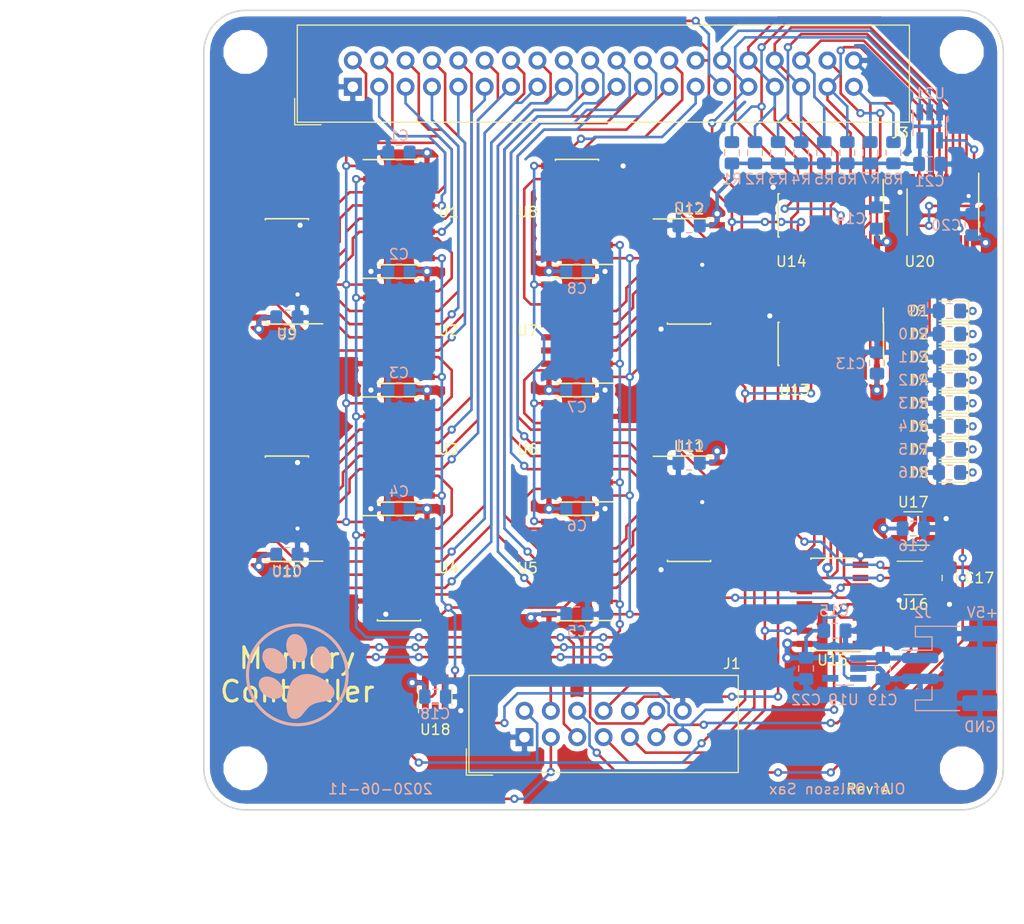
<source format=kicad_pcb>
(kicad_pcb (version 20171130) (host pcbnew 5.0.2-bee76a0~70~ubuntu18.04.1)
  (layers (0 F.Cu signal) (31 B.Cu signal) (34 B.Paste user) (35 F.Paste user) (36 B.SilkS user) (37 F.SilkS user) (38 B.Mask user) (39 F.Mask user) (44 Edge.Cuts user))
  (net 0 "")
  (net 1 VCC)
  (net 2 /D6)
  (net 3 /D5)
  (net 4 /D4)
  (net 5 /D3)
  (net 6 /D2)
  (net 7 /D1)
  (net 8 /D0)
  (net 9 /D7)
  (net 10 /~SIGN?)
  (net 11 GND)
  (net 12 /SIGN)
  (net 13 /DOUT_LATCH)
  (net 14 /ADDR_LATCH)
  (net 15 /CLK)
  (net 16 /~ADDR_PE)
  (net 17 "Net-(U13-Pad9)")
  (net 18 /~RESET)
  (net 19 /BUS_CLK)
  (net 20 /DIN_LATCH)
  (net 21 /~DIN_OE)
  (net 22 /MEM_IN)
  (net 23 /~MEM_OE)
  (net 24 /MEM_OUT)
  (net 25 /Q30)
  (net 26 /Q29)
  (net 27 /Q28)
  (net 28 /Q27)
  (net 29 /Q26)
  (net 30 /Q25)
  (net 31 /Q24)
  (net 32 /Q24')
  (net 33 /ADDR_IN)
  (net 34 /Q31)
  (net 35 /Q15)
  (net 36 /Q16')
  (net 37 /Q8')
  (net 38 /Q8)
  (net 39 /Q9)
  (net 40 /Q10)
  (net 41 /Q11)
  (net 42 /Q12)
  (net 43 /Q13)
  (net 44 /Q14)
  (net 45 /Q6)
  (net 46 /Q5)
  (net 47 /Q4)
  (net 48 /Q3)
  (net 49 /Q2)
  (net 50 /Q1)
  (net 51 /Q0)
  (net 52 "Net-(U9-Pad9)")
  (net 53 /Q7)
  (net 54 "Net-(U8-Pad15)")
  (net 55 /A28)
  (net 56 /A29)
  (net 57 /A30)
  (net 58 /A31)
  (net 59 /TC27)
  (net 60 /ADDR_CLK)
  (net 61 /TC23)
  (net 62 /A27)
  (net 63 /A26)
  (net 64 /A25)
  (net 65 /A24)
  (net 66 /TC19)
  (net 67 /A16)
  (net 68 /A17)
  (net 69 /A18)
  (net 70 /A19)
  (net 71 /TC15)
  (net 72 /Q19)
  (net 73 /Q18)
  (net 74 /Q17)
  (net 75 /Q16)
  (net 76 /A3)
  (net 77 /A2)
  (net 78 /A1)
  (net 79 /A0)
  (net 80 /TC3)
  (net 81 /TC7)
  (net 82 /A4)
  (net 83 /A5)
  (net 84 /A6)
  (net 85 /A7)
  (net 86 /A11)
  (net 87 /A10)
  (net 88 /A9)
  (net 89 /A8)
  (net 90 /TC11)
  (net 91 /A12)
  (net 92 /A13)
  (net 93 /A14)
  (net 94 /A15)
  (net 95 /Q22)
  (net 96 /Q21)
  (net 97 /Q20)
  (net 98 /Q23)
  (net 99 /A20)
  (net 100 /A21)
  (net 101 /A22)
  (net 102 /A23)
  (net 103 /~MEM_WE)
  (net 104 "Net-(U19-Pad4)")
  (net 105 /~WAIT)
  (net 106 /V_IN)
  (net 107 /D5L)
  (net 108 /D4L)
  (net 109 /D3L)
  (net 110 /D2L)
  (net 111 /D1L)
  (net 112 /D6L)
  (net 113 /D7L)
  (net 114 /D8L)
  (net 115 /D8H)
  (net 116 /D7H)
  (net 117 /D6H)
  (net 118 /D5H)
  (net 119 /D4H)
  (net 120 /D3H)
  (net 121 /D2H)
  (net 122 /D1H)
  (net 123 "Net-(U15-Pad5)")
  (net 124 /LED_LATCH)
  (net 125 /~S_EXT)
  (module Package_TO_SOT_SMD:SOT-23-5_HandSoldering (layer B.Cu) (at 176.91 69.17 270)
    (fp_text reference U21 (at -3.17 0 180) (layer B.SilkS) (effects (justify mirror)))
    (fp_text value 74LVC1G38)
    (pad 5 smd rect (at 1.35 0.95 270) (size 1.56 0.65) (layers B.Cu B.Paste B.Mask) (net 1 VCC))
    (pad 4 smd rect (at 1.35 -0.95 270) (size 1.56 0.65) (layers B.Cu B.Paste B.Mask) (net 124 /LED_LATCH))
    (pad 3 smd rect (at -1.35 -0.95 270) (size 1.56 0.65) (layers B.Cu B.Paste B.Mask) (net 11 GND))
    (pad 2 smd rect (at -1.35 0 270) (size 1.56 0.65) (layers B.Cu B.Paste B.Mask) (net 23 /~MEM_OE))
    (pad 1 smd rect (at -1.35 0.95 270) (size 1.56 0.65) (layers B.Cu B.Paste B.Mask) (net 103 /~MEM_WE))
  )
  (module Package_TO_SOT_SMD:SOT-23-5_HandSoldering (layer B.Cu) (at 168.6825 121.3825 180)
    (fp_text reference U19 (at 0.0825 -3.0175 180) (layer B.SilkS) (effects (justify mirror)))
    (fp_text value MIC5504-3.3YM5)
    (pad 5 smd rect (at 1.35 0.95 180) (size 1.56 0.65) (layers B.Cu B.Paste B.Mask) (net 1 VCC))
    (pad 4 smd rect (at 1.35 -0.95 180) (size 1.56 0.65) (layers B.Cu B.Paste B.Mask) (net 104 "Net-(U19-Pad4)"))
    (pad 3 smd rect (at -1.35 -0.95 180) (size 1.56 0.65) (layers B.Cu B.Paste B.Mask) (net 106 /V_IN))
    (pad 2 smd rect (at -1.35 0 180) (size 1.56 0.65) (layers B.Cu B.Paste B.Mask) (net 11 GND))
    (pad 1 smd rect (at -1.35 0.95 180) (size 1.56 0.65) (layers B.Cu B.Paste B.Mask) (net 106 /V_IN))
  )
  (module Capacitor_SMD:C_0805_2012Metric_Pad1.15x1.40mm_HandSolder (layer B.Cu) (at 176.91 72.8)
    (fp_text reference C21 (at 0 1.65) (layer B.SilkS) (effects (justify mirror)))
    (fp_text value 100n)
    (pad 2 smd roundrect (at 1.025 0) (size 1.15 1.4) (layers B.Cu B.Paste B.Mask) (roundrect_rratio 0.217391) (net 11 GND))
    (pad 1 smd roundrect (at -1.025 0) (size 1.15 1.4) (layers B.Cu B.Paste B.Mask) (roundrect_rratio 0.217391) (net 1 VCC))
  )
  (module Connector_IDC:IDC-Header_2x20_P2.54mm_Vertical (layer F.Cu) (at 121.3475 65.36 90)
    (fp_text reference J3 (at -4.445 52.705 180) (layer F.SilkS))
    (fp_text value Conn_Mem_Ext)
    (pad 1 thru_hole rect (at 0 0 90) (size 1.7272 1.7272) (drill 1.016) (layers *.Cu *.Mask) (net 11 GND))
    (pad 2 thru_hole oval (at 2.54 0 90) (size 1.7272 1.7272) (drill 1.016) (layers *.Cu *.Mask) (net 79 /A0))
    (pad 3 thru_hole oval (at 0 2.54 90) (size 1.7272 1.7272) (drill 1.016) (layers *.Cu *.Mask) (net 78 /A1))
    (pad 4 thru_hole oval (at 2.54 2.54 90) (size 1.7272 1.7272) (drill 1.016) (layers *.Cu *.Mask) (net 77 /A2))
    (pad 5 thru_hole oval (at 0 5.08 90) (size 1.7272 1.7272) (drill 1.016) (layers *.Cu *.Mask) (net 76 /A3))
    (pad 6 thru_hole oval (at 2.54 5.08 90) (size 1.7272 1.7272) (drill 1.016) (layers *.Cu *.Mask) (net 82 /A4))
    (pad 7 thru_hole oval (at 0 7.62 90) (size 1.7272 1.7272) (drill 1.016) (layers *.Cu *.Mask) (net 83 /A5))
    (pad 8 thru_hole oval (at 2.54 7.62 90) (size 1.7272 1.7272) (drill 1.016) (layers *.Cu *.Mask) (net 84 /A6))
    (pad 9 thru_hole oval (at 0 10.16 90) (size 1.7272 1.7272) (drill 1.016) (layers *.Cu *.Mask) (net 85 /A7))
    (pad 10 thru_hole oval (at 2.54 10.16 90) (size 1.7272 1.7272) (drill 1.016) (layers *.Cu *.Mask) (net 89 /A8))
    (pad 11 thru_hole oval (at 0 12.7 90) (size 1.7272 1.7272) (drill 1.016) (layers *.Cu *.Mask) (net 88 /A9))
    (pad 12 thru_hole oval (at 2.54 12.7 90) (size 1.7272 1.7272) (drill 1.016) (layers *.Cu *.Mask) (net 87 /A10))
    (pad 13 thru_hole oval (at 0 15.24 90) (size 1.7272 1.7272) (drill 1.016) (layers *.Cu *.Mask) (net 86 /A11))
    (pad 14 thru_hole oval (at 2.54 15.24 90) (size 1.7272 1.7272) (drill 1.016) (layers *.Cu *.Mask) (net 91 /A12))
    (pad 15 thru_hole oval (at 0 17.78 90) (size 1.7272 1.7272) (drill 1.016) (layers *.Cu *.Mask) (net 92 /A13))
    (pad 16 thru_hole oval (at 2.54 17.78 90) (size 1.7272 1.7272) (drill 1.016) (layers *.Cu *.Mask) (net 93 /A14))
    (pad 17 thru_hole oval (at 0 20.32 90) (size 1.7272 1.7272) (drill 1.016) (layers *.Cu *.Mask) (net 94 /A15))
    (pad 18 thru_hole oval (at 2.54 20.32 90) (size 1.7272 1.7272) (drill 1.016) (layers *.Cu *.Mask) (net 67 /A16))
    (pad 19 thru_hole oval (at 0 22.86 90) (size 1.7272 1.7272) (drill 1.016) (layers *.Cu *.Mask) (net 68 /A17))
    (pad 20 thru_hole oval (at 2.54 22.86 90) (size 1.7272 1.7272) (drill 1.016) (layers *.Cu *.Mask) (net 69 /A18))
    (pad 21 thru_hole oval (at 0 25.4 90) (size 1.7272 1.7272) (drill 1.016) (layers *.Cu *.Mask) (net 70 /A19))
    (pad 22 thru_hole oval (at 2.54 25.4 90) (size 1.7272 1.7272) (drill 1.016) (layers *.Cu *.Mask) (net 99 /A20))
    (pad 23 thru_hole oval (at 0 27.94 90) (size 1.7272 1.7272) (drill 1.016) (layers *.Cu *.Mask) (net 100 /A21))
    (pad 24 thru_hole oval (at 2.54 27.94 90) (size 1.7272 1.7272) (drill 1.016) (layers *.Cu *.Mask) (net 101 /A22))
    (pad 25 thru_hole oval (at 0 30.48 90) (size 1.7272 1.7272) (drill 1.016) (layers *.Cu *.Mask) (net 102 /A23))
    (pad 26 thru_hole oval (at 2.54 30.48 90) (size 1.7272 1.7272) (drill 1.016) (layers *.Cu *.Mask) (net 57 /A30))
    (pad 27 thru_hole oval (at 0 33.02 90) (size 1.7272 1.7272) (drill 1.016) (layers *.Cu *.Mask) (net 58 /A31))
    (pad 28 thru_hole oval (at 2.54 33.02 90) (size 1.7272 1.7272) (drill 1.016) (layers *.Cu *.Mask) (net 18 /~RESET))
    (pad 29 thru_hole oval (at 0 35.56 90) (size 1.7272 1.7272) (drill 1.016) (layers *.Cu *.Mask) (net 105 /~WAIT))
    (pad 30 thru_hole oval (at 2.54 35.56 90) (size 1.7272 1.7272) (drill 1.016) (layers *.Cu *.Mask) (net 23 /~MEM_OE))
    (pad 31 thru_hole oval (at 0 38.1 90) (size 1.7272 1.7272) (drill 1.016) (layers *.Cu *.Mask) (net 103 /~MEM_WE))
    (pad 32 thru_hole oval (at 2.54 38.1 90) (size 1.7272 1.7272) (drill 1.016) (layers *.Cu *.Mask) (net 8 /D0))
    (pad 33 thru_hole oval (at 0 40.64 90) (size 1.7272 1.7272) (drill 1.016) (layers *.Cu *.Mask) (net 7 /D1))
    (pad 34 thru_hole oval (at 2.54 40.64 90) (size 1.7272 1.7272) (drill 1.016) (layers *.Cu *.Mask) (net 6 /D2))
    (pad 35 thru_hole oval (at 0 43.18 90) (size 1.7272 1.7272) (drill 1.016) (layers *.Cu *.Mask) (net 5 /D3))
    (pad 36 thru_hole oval (at 2.54 43.18 90) (size 1.7272 1.7272) (drill 1.016) (layers *.Cu *.Mask) (net 4 /D4))
    (pad 37 thru_hole oval (at 0 45.72 90) (size 1.7272 1.7272) (drill 1.016) (layers *.Cu *.Mask) (net 3 /D5))
    (pad 38 thru_hole oval (at 2.54 45.72 90) (size 1.7272 1.7272) (drill 1.016) (layers *.Cu *.Mask) (net 2 /D6))
    (pad 39 thru_hole oval (at 0 48.26 90) (size 1.7272 1.7272) (drill 1.016) (layers *.Cu *.Mask) (net 9 /D7))
    (pad 40 thru_hole oval (at 2.54 48.26 90) (size 1.7272 1.7272) (drill 1.016) (layers *.Cu *.Mask) (net 11 GND))
  )
  (module Capacitor_SMD:C_0805_2012Metric_Pad1.15x1.40mm_HandSolder (layer B.Cu) (at 165 121.3825 90)
    (fp_text reference C22 (at -3.0325 0 -180) (layer B.SilkS) (effects (justify mirror)))
    (fp_text value 1u)
    (pad 1 smd roundrect (at -1.025 0 90) (size 1.15 1.4) (layers B.Cu B.Paste B.Mask) (roundrect_rratio 0.217391) (net 11 GND))
    (pad 2 smd roundrect (at 1.025 0 90) (size 1.15 1.4) (layers B.Cu B.Paste B.Mask) (roundrect_rratio 0.217391) (net 1 VCC))
  )
  (module LED_SMD:LED_0805_2012Metric_Pad1.15x1.40mm_HandSolder (layer F.Cu) (at 178.815 86.95 180)
    (fp_text reference D1 (at 2.92 0 180) (layer F.SilkS))
    (fp_text value LED)
    (pad 2 smd roundrect (at 1.025 0 180) (size 1.15 1.4) (layers F.Cu F.Paste F.Mask) (roundrect_rratio 0.217391) (net 122 /D1H))
    (pad 1 smd roundrect (at -1.025 0 180) (size 1.15 1.4) (layers F.Cu F.Paste F.Mask) (roundrect_rratio 0.217391) (net 111 /D1L))
  )
  (module LED_SMD:LED_0805_2012Metric_Pad1.15x1.40mm_HandSolder (layer F.Cu) (at 178.815 89.1725 180)
    (fp_text reference D2 (at 2.92 0 180) (layer F.SilkS))
    (fp_text value LED)
    (pad 1 smd roundrect (at -1.025 0 180) (size 1.15 1.4) (layers F.Cu F.Paste F.Mask) (roundrect_rratio 0.217391) (net 110 /D2L))
    (pad 2 smd roundrect (at 1.025 0 180) (size 1.15 1.4) (layers F.Cu F.Paste F.Mask) (roundrect_rratio 0.217391) (net 121 /D2H))
  )
  (module LED_SMD:LED_0805_2012Metric_Pad1.15x1.40mm_HandSolder (layer F.Cu) (at 178.815 91.395 180)
    (fp_text reference D3 (at 2.92 0 180) (layer F.SilkS))
    (fp_text value LED)
    (pad 2 smd roundrect (at 1.025 0 180) (size 1.15 1.4) (layers F.Cu F.Paste F.Mask) (roundrect_rratio 0.217391) (net 120 /D3H))
    (pad 1 smd roundrect (at -1.025 0 180) (size 1.15 1.4) (layers F.Cu F.Paste F.Mask) (roundrect_rratio 0.217391) (net 109 /D3L))
  )
  (module LED_SMD:LED_0805_2012Metric_Pad1.15x1.40mm_HandSolder (layer F.Cu) (at 178.815 93.6175 180)
    (fp_text reference D4 (at 2.92 0 180) (layer F.SilkS))
    (fp_text value LED)
    (pad 1 smd roundrect (at -1.025 0 180) (size 1.15 1.4) (layers F.Cu F.Paste F.Mask) (roundrect_rratio 0.217391) (net 108 /D4L))
    (pad 2 smd roundrect (at 1.025 0 180) (size 1.15 1.4) (layers F.Cu F.Paste F.Mask) (roundrect_rratio 0.217391) (net 119 /D4H))
  )
  (module LED_SMD:LED_0805_2012Metric_Pad1.15x1.40mm_HandSolder (layer F.Cu) (at 178.815 95.84 180)
    (fp_text reference D5 (at 2.92 0 180) (layer F.SilkS))
    (fp_text value LED)
    (pad 2 smd roundrect (at 1.025 0 180) (size 1.15 1.4) (layers F.Cu F.Paste F.Mask) (roundrect_rratio 0.217391) (net 118 /D5H))
    (pad 1 smd roundrect (at -1.025 0 180) (size 1.15 1.4) (layers F.Cu F.Paste F.Mask) (roundrect_rratio 0.217391) (net 107 /D5L))
  )
  (module LED_SMD:LED_0805_2012Metric_Pad1.15x1.40mm_HandSolder (layer F.Cu) (at 178.815 98.0625 180)
    (fp_text reference D6 (at 2.92 0 180) (layer F.SilkS))
    (fp_text value LED)
    (pad 1 smd roundrect (at -1.025 0 180) (size 1.15 1.4) (layers F.Cu F.Paste F.Mask) (roundrect_rratio 0.217391) (net 112 /D6L))
    (pad 2 smd roundrect (at 1.025 0 180) (size 1.15 1.4) (layers F.Cu F.Paste F.Mask) (roundrect_rratio 0.217391) (net 117 /D6H))
  )
  (module LED_SMD:LED_0805_2012Metric_Pad1.15x1.40mm_HandSolder (layer F.Cu) (at 178.815 100.285 180)
    (fp_text reference D7 (at 2.92 0 180) (layer F.SilkS))
    (fp_text value LED)
    (pad 2 smd roundrect (at 1.025 0 180) (size 1.15 1.4) (layers F.Cu F.Paste F.Mask) (roundrect_rratio 0.217391) (net 116 /D7H))
    (pad 1 smd roundrect (at -1.025 0 180) (size 1.15 1.4) (layers F.Cu F.Paste F.Mask) (roundrect_rratio 0.217391) (net 113 /D7L))
  )
  (module LED_SMD:LED_0805_2012Metric_Pad1.15x1.40mm_HandSolder (layer F.Cu) (at 178.815 102.5075 180)
    (fp_text reference D8 (at 2.92 0 180) (layer F.SilkS))
    (fp_text value LED)
    (pad 1 smd roundrect (at -1.025 0 180) (size 1.15 1.4) (layers F.Cu F.Paste F.Mask) (roundrect_rratio 0.217391) (net 114 /D8L))
    (pad 2 smd roundrect (at 1.025 0 180) (size 1.15 1.4) (layers F.Cu F.Paste F.Mask) (roundrect_rratio 0.217391) (net 115 /D8H))
  )
  (module Package_SO:TSSOP-20_4.4x6.5mm_P0.65mm (layer F.Cu) (at 178.18 77.425 270)
    (fp_text reference U20 (at 4.7625 2.2225) (layer F.SilkS))
    (fp_text value 74HC573)
    (pad 1 smd rect (at -2.95 -2.925 270) (size 1.45 0.45) (layers F.Cu F.Paste F.Mask) (net 11 GND))
    (pad 2 smd rect (at -2.95 -2.275 270) (size 1.45 0.45) (layers F.Cu F.Paste F.Mask) (net 8 /D0))
    (pad 3 smd rect (at -2.95 -1.625 270) (size 1.45 0.45) (layers F.Cu F.Paste F.Mask) (net 7 /D1))
    (pad 4 smd rect (at -2.95 -0.975 270) (size 1.45 0.45) (layers F.Cu F.Paste F.Mask) (net 6 /D2))
    (pad 5 smd rect (at -2.95 -0.325 270) (size 1.45 0.45) (layers F.Cu F.Paste F.Mask) (net 5 /D3))
    (pad 6 smd rect (at -2.95 0.325 270) (size 1.45 0.45) (layers F.Cu F.Paste F.Mask) (net 4 /D4))
    (pad 7 smd rect (at -2.95 0.975 270) (size 1.45 0.45) (layers F.Cu F.Paste F.Mask) (net 3 /D5))
    (pad 8 smd rect (at -2.95 1.625 270) (size 1.45 0.45) (layers F.Cu F.Paste F.Mask) (net 2 /D6))
    (pad 9 smd rect (at -2.95 2.275 270) (size 1.45 0.45) (layers F.Cu F.Paste F.Mask) (net 9 /D7))
    (pad 10 smd rect (at -2.95 2.925 270) (size 1.45 0.45) (layers F.Cu F.Paste F.Mask) (net 11 GND))
    (pad 11 smd rect (at 2.95 2.925 270) (size 1.45 0.45) (layers F.Cu F.Paste F.Mask) (net 124 /LED_LATCH))
    (pad 12 smd rect (at 2.95 2.275 270) (size 1.45 0.45) (layers F.Cu F.Paste F.Mask) (net 115 /D8H))
    (pad 13 smd rect (at 2.95 1.625 270) (size 1.45 0.45) (layers F.Cu F.Paste F.Mask) (net 116 /D7H))
    (pad 14 smd rect (at 2.95 0.975 270) (size 1.45 0.45) (layers F.Cu F.Paste F.Mask) (net 117 /D6H))
    (pad 15 smd rect (at 2.95 0.325 270) (size 1.45 0.45) (layers F.Cu F.Paste F.Mask) (net 118 /D5H))
    (pad 16 smd rect (at 2.95 -0.325 270) (size 1.45 0.45) (layers F.Cu F.Paste F.Mask) (net 119 /D4H))
    (pad 17 smd rect (at 2.95 -0.975 270) (size 1.45 0.45) (layers F.Cu F.Paste F.Mask) (net 120 /D3H))
    (pad 18 smd rect (at 2.95 -1.625 270) (size 1.45 0.45) (layers F.Cu F.Paste F.Mask) (net 121 /D2H))
    (pad 19 smd rect (at 2.95 -2.275 270) (size 1.45 0.45) (layers F.Cu F.Paste F.Mask) (net 122 /D1H))
    (pad 20 smd rect (at 2.95 -2.925 270) (size 1.45 0.45) (layers F.Cu F.Paste F.Mask) (net 1 VCC))
  )
  (module Resistor_SMD:R_0805_2012Metric_Pad1.15x1.40mm_HandSolder (layer B.Cu) (at 178.815 102.5075 180)
    (fp_text reference R16 (at 3.4925 0 180) (layer B.SilkS) (effects (justify mirror)))
    (fp_text value 330)
    (pad 2 smd roundrect (at 1.025 0 180) (size 1.15 1.4) (layers B.Cu B.Paste B.Mask) (roundrect_rratio 0.217391) (net 11 GND))
    (pad 1 smd roundrect (at -1.025 0 180) (size 1.15 1.4) (layers B.Cu B.Paste B.Mask) (roundrect_rratio 0.217391) (net 114 /D8L))
  )
  (module Resistor_SMD:R_0805_2012Metric_Pad1.15x1.40mm_HandSolder (layer B.Cu) (at 178.815 100.285 180)
    (fp_text reference R15 (at 3.4925 0 180) (layer B.SilkS) (effects (justify mirror)))
    (fp_text value 330)
    (pad 1 smd roundrect (at -1.025 0 180) (size 1.15 1.4) (layers B.Cu B.Paste B.Mask) (roundrect_rratio 0.217391) (net 113 /D7L))
    (pad 2 smd roundrect (at 1.025 0 180) (size 1.15 1.4) (layers B.Cu B.Paste B.Mask) (roundrect_rratio 0.217391) (net 11 GND))
  )
  (module Resistor_SMD:R_0805_2012Metric_Pad1.15x1.40mm_HandSolder (layer B.Cu) (at 178.815 98.0625 180)
    (fp_text reference R14 (at 3.4925 0 180) (layer B.SilkS) (effects (justify mirror)))
    (fp_text value 330)
    (pad 2 smd roundrect (at 1.025 0 180) (size 1.15 1.4) (layers B.Cu B.Paste B.Mask) (roundrect_rratio 0.217391) (net 11 GND))
    (pad 1 smd roundrect (at -1.025 0 180) (size 1.15 1.4) (layers B.Cu B.Paste B.Mask) (roundrect_rratio 0.217391) (net 112 /D6L))
  )
  (module Resistor_SMD:R_0805_2012Metric_Pad1.15x1.40mm_HandSolder (layer B.Cu) (at 178.815 86.95 180)
    (fp_text reference R9 (at 3.175 0 180) (layer B.SilkS) (effects (justify mirror)))
    (fp_text value 330)
    (pad 1 smd roundrect (at -1.025 0 180) (size 1.15 1.4) (layers B.Cu B.Paste B.Mask) (roundrect_rratio 0.217391) (net 111 /D1L))
    (pad 2 smd roundrect (at 1.025 0 180) (size 1.15 1.4) (layers B.Cu B.Paste B.Mask) (roundrect_rratio 0.217391) (net 11 GND))
  )
  (module Resistor_SMD:R_0805_2012Metric_Pad1.15x1.40mm_HandSolder (layer B.Cu) (at 178.815 89.1725 180)
    (fp_text reference R10 (at 3.4925 0 180) (layer B.SilkS) (effects (justify mirror)))
    (fp_text value 330)
    (pad 2 smd roundrect (at 1.025 0 180) (size 1.15 1.4) (layers B.Cu B.Paste B.Mask) (roundrect_rratio 0.217391) (net 11 GND))
    (pad 1 smd roundrect (at -1.025 0 180) (size 1.15 1.4) (layers B.Cu B.Paste B.Mask) (roundrect_rratio 0.217391) (net 110 /D2L))
  )
  (module Resistor_SMD:R_0805_2012Metric_Pad1.15x1.40mm_HandSolder (layer B.Cu) (at 178.815 91.395 180)
    (fp_text reference R11 (at 3.4925 0 180) (layer B.SilkS) (effects (justify mirror)))
    (fp_text value 330)
    (pad 1 smd roundrect (at -1.025 0 180) (size 1.15 1.4) (layers B.Cu B.Paste B.Mask) (roundrect_rratio 0.217391) (net 109 /D3L))
    (pad 2 smd roundrect (at 1.025 0 180) (size 1.15 1.4) (layers B.Cu B.Paste B.Mask) (roundrect_rratio 0.217391) (net 11 GND))
  )
  (module Resistor_SMD:R_0805_2012Metric_Pad1.15x1.40mm_HandSolder (layer B.Cu) (at 178.815 93.6175 180)
    (fp_text reference R12 (at 3.4925 0 180) (layer B.SilkS) (effects (justify mirror)))
    (fp_text value 330)
    (pad 2 smd roundrect (at 1.025 0 180) (size 1.15 1.4) (layers B.Cu B.Paste B.Mask) (roundrect_rratio 0.217391) (net 11 GND))
    (pad 1 smd roundrect (at -1.025 0 180) (size 1.15 1.4) (layers B.Cu B.Paste B.Mask) (roundrect_rratio 0.217391) (net 108 /D4L))
  )
  (module Resistor_SMD:R_0805_2012Metric_Pad1.15x1.40mm_HandSolder (layer B.Cu) (at 178.815 95.84 180)
    (fp_text reference R13 (at 3.4925 0 180) (layer B.SilkS) (effects (justify mirror)))
    (fp_text value 330)
    (pad 1 smd roundrect (at -1.025 0 180) (size 1.15 1.4) (layers B.Cu B.Paste B.Mask) (roundrect_rratio 0.217391) (net 107 /D5L))
    (pad 2 smd roundrect (at 1.025 0 180) (size 1.15 1.4) (layers B.Cu B.Paste B.Mask) (roundrect_rratio 0.217391) (net 11 GND))
  )
  (module Connector_JST:JST_PH_S2B-PH-SM4-TB_1x02-1MP_P2.00mm_Horizontal (layer B.Cu) (at 178.8425 121.3825 270)
    (fp_text reference J2 (at -5.3825 2.5925) (layer B.SilkS) (effects (justify mirror)))
    (fp_text value Conn_Power)
    (pad 1 smd roundrect (at -1 2.85 270) (size 1 3.5) (layers B.Cu B.Paste B.Mask) (net 106 /V_IN))
    (pad 2 smd roundrect (at 1 2.85 270) (size 1 3.5) (layers B.Cu B.Paste B.Mask) (net 11 GND))
    (pad MP smd roundrect (at -3.35 -2.9 270) (size 1.5 3.4) (layers B.Cu B.Paste B.Mask) (roundrect_rratio 0.166667) (net 11 GND))
    (pad MP smd roundrect (at 3.35 -2.9 270) (size 1.5 3.4) (layers B.Cu B.Paste B.Mask) (roundrect_rratio 0.166667) (net 11 GND))
  )
  (module MountingHole:MountingHole_3.2mm_M3 (layer F.Cu) (at 111 62 180)
    (fp_text reference H1 hide)
    (fp_text value MountingHole)
    (pad 1 np_thru_hole circle (at 0 0 180) (size 3.2 3.2) (drill 3.2) (layers *.Cu *.Mask))
  )
  (module MountingHole:MountingHole_3.2mm_M3 (layer F.Cu) (at 111 131 180)
    (fp_text reference H4 hide)
    (fp_text value MountingHole)
    (pad 1 np_thru_hole circle (at 0 0 180) (size 3.2 3.2) (drill 3.2) (layers *.Cu *.Mask))
  )
  (module MountingHole:MountingHole_3.2mm_M3 (layer F.Cu) (at 180 131 180)
    (fp_text reference H3 hide)
    (fp_text value MountingHole)
    (pad 1 np_thru_hole circle (at 0 0 180) (size 3.2 3.2) (drill 3.2) (layers *.Cu *.Mask))
  )
  (module MountingHole:MountingHole_3.2mm_M3 (layer F.Cu) (at 180 62 180)
    (fp_text reference H2 hide)
    (fp_text value MountingHole)
    (pad 1 np_thru_hole circle (at 0 0 180) (size 3.2 3.2) (drill 3.2) (layers *.Cu *.Mask))
  )
  (module Capacitor_SMD:C_0805_2012Metric_Pad1.15x1.40mm_HandSolder (layer B.Cu) (at 181.0375 78.6225 90)
    (fp_text reference C20 (at -0.0725 -2.54 180) (layer B.SilkS) (effects (justify mirror)))
    (fp_text value 100n)
    (pad 1 smd roundrect (at -1.025 0 90) (size 1.15 1.4) (layers B.Cu B.Paste B.Mask) (roundrect_rratio 0.217391) (net 1 VCC))
    (pad 2 smd roundrect (at 1.025 0 90) (size 1.15 1.4) (layers B.Cu B.Paste B.Mask) (roundrect_rratio 0.217391) (net 11 GND))
  )
  (module Capacitor_SMD:C_0805_2012Metric_Pad1.15x1.40mm_HandSolder (layer B.Cu) (at 172.4 121.3825 90)
    (fp_text reference C19 (at -3.0325 -0.0275 -180) (layer B.SilkS) (effects (justify mirror)))
    (fp_text value 1u)
    (pad 2 smd roundrect (at 1.025 0 90) (size 1.15 1.4) (layers B.Cu B.Paste B.Mask) (roundrect_rratio 0.217391) (net 106 /V_IN))
    (pad 1 smd roundrect (at -1.025 0 90) (size 1.15 1.4) (layers B.Cu B.Paste B.Mask) (roundrect_rratio 0.217391) (net 11 GND))
  )
  (module Capacitor_SMD:C_0805_2012Metric_Pad1.15x1.40mm_HandSolder (layer B.Cu) (at 129.285 124.0975)
    (fp_text reference C18 (at 0 1.65) (layer B.SilkS) (effects (justify mirror)))
    (fp_text value 100n)
    (pad 1 smd roundrect (at -1.025 0) (size 1.15 1.4) (layers B.Cu B.Paste B.Mask) (roundrect_rratio 0.217391) (net 1 VCC))
    (pad 2 smd roundrect (at 1.025 0) (size 1.15 1.4) (layers B.Cu B.Paste B.Mask) (roundrect_rratio 0.217391) (net 11 GND))
  )
  (module Capacitor_SMD:C_0805_2012Metric_Pad1.15x1.40mm_HandSolder (layer B.Cu) (at 125.7925 71.71 180)
    (fp_text reference C1 (at 0 1.65 180) (layer B.SilkS) (effects (justify mirror)))
    (fp_text value 100n)
    (pad 1 smd roundrect (at -1.025 0 180) (size 1.15 1.4) (layers B.Cu B.Paste B.Mask) (roundrect_rratio 0.217391) (net 1 VCC))
    (pad 2 smd roundrect (at 1.025 0 180) (size 1.15 1.4) (layers B.Cu B.Paste B.Mask) (roundrect_rratio 0.217391) (net 11 GND))
  )
  (module Capacitor_SMD:C_0805_2012Metric_Pad1.15x1.40mm_HandSolder (layer B.Cu) (at 125.7925 94.57 180)
    (fp_text reference C3 (at 0 1.65 180) (layer B.SilkS) (effects (justify mirror)))
    (fp_text value 100n)
    (pad 2 smd roundrect (at 1.025 0 180) (size 1.15 1.4) (layers B.Cu B.Paste B.Mask) (roundrect_rratio 0.217391) (net 11 GND))
    (pad 1 smd roundrect (at -1.025 0 180) (size 1.15 1.4) (layers B.Cu B.Paste B.Mask) (roundrect_rratio 0.217391) (net 1 VCC))
  )
  (module Capacitor_SMD:C_0805_2012Metric_Pad1.15x1.40mm_HandSolder (layer B.Cu) (at 125.7925 83.14 180)
    (fp_text reference C2 (at 0 1.65 180) (layer B.SilkS) (effects (justify mirror)))
    (fp_text value 100n)
    (pad 1 smd roundrect (at -1.025 0 180) (size 1.15 1.4) (layers B.Cu B.Paste B.Mask) (roundrect_rratio 0.217391) (net 1 VCC))
    (pad 2 smd roundrect (at 1.025 0 180) (size 1.15 1.4) (layers B.Cu B.Paste B.Mask) (roundrect_rratio 0.217391) (net 11 GND))
  )
  (module Capacitor_SMD:C_0805_2012Metric_Pad1.15x1.40mm_HandSolder (layer B.Cu) (at 125.7925 106 180)
    (fp_text reference C4 (at 0 1.65 180) (layer B.SilkS) (effects (justify mirror)))
    (fp_text value 100n)
    (pad 2 smd roundrect (at 1.025 0 180) (size 1.15 1.4) (layers B.Cu B.Paste B.Mask) (roundrect_rratio 0.217391) (net 11 GND))
    (pad 1 smd roundrect (at -1.025 0 180) (size 1.15 1.4) (layers B.Cu B.Paste B.Mask) (roundrect_rratio 0.217391) (net 1 VCC))
  )
  (module Capacitor_SMD:C_0805_2012Metric_Pad1.15x1.40mm_HandSolder (layer B.Cu) (at 142.9375 116.16)
    (fp_text reference C5 (at 0 1.65) (layer B.SilkS) (effects (justify mirror)))
    (fp_text value 100n)
    (pad 1 smd roundrect (at -1.025 0) (size 1.15 1.4) (layers B.Cu B.Paste B.Mask) (roundrect_rratio 0.217391) (net 1 VCC))
    (pad 2 smd roundrect (at 1.025 0) (size 1.15 1.4) (layers B.Cu B.Paste B.Mask) (roundrect_rratio 0.217391) (net 11 GND))
  )
  (module Capacitor_SMD:C_0805_2012Metric_Pad1.15x1.40mm_HandSolder (layer B.Cu) (at 142.9375 106)
    (fp_text reference C6 (at 0 1.65) (layer B.SilkS) (effects (justify mirror)))
    (fp_text value 100n)
    (pad 2 smd roundrect (at 1.025 0) (size 1.15 1.4) (layers B.Cu B.Paste B.Mask) (roundrect_rratio 0.217391) (net 11 GND))
    (pad 1 smd roundrect (at -1.025 0) (size 1.15 1.4) (layers B.Cu B.Paste B.Mask) (roundrect_rratio 0.217391) (net 1 VCC))
  )
  (module Capacitor_SMD:C_0805_2012Metric_Pad1.15x1.40mm_HandSolder (layer B.Cu) (at 142.9375 94.57)
    (fp_text reference C7 (at 0 1.65) (layer B.SilkS) (effects (justify mirror)))
    (fp_text value 100n)
    (pad 2 smd roundrect (at 1.025 0) (size 1.15 1.4) (layers B.Cu B.Paste B.Mask) (roundrect_rratio 0.217391) (net 11 GND))
    (pad 1 smd roundrect (at -1.025 0) (size 1.15 1.4) (layers B.Cu B.Paste B.Mask) (roundrect_rratio 0.217391) (net 1 VCC))
  )
  (module Capacitor_SMD:C_0805_2012Metric_Pad1.15x1.40mm_HandSolder (layer B.Cu) (at 142.9375 83.14)
    (fp_text reference C8 (at 0 1.65) (layer B.SilkS) (effects (justify mirror)))
    (fp_text value 100n)
    (pad 2 smd roundrect (at 1.025 0) (size 1.15 1.4) (layers B.Cu B.Paste B.Mask) (roundrect_rratio 0.217391) (net 11 GND))
    (pad 1 smd roundrect (at -1.025 0) (size 1.15 1.4) (layers B.Cu B.Paste B.Mask) (roundrect_rratio 0.217391) (net 1 VCC))
  )
  (module Capacitor_SMD:C_0805_2012Metric_Pad1.15x1.40mm_HandSolder (layer B.Cu) (at 114.9975 87.585)
    (fp_text reference C9 (at 0 1.65) (layer B.SilkS) (effects (justify mirror)))
    (fp_text value 100n)
    (pad 1 smd roundrect (at -1.025 0) (size 1.15 1.4) (layers B.Cu B.Paste B.Mask) (roundrect_rratio 0.217391) (net 1 VCC))
    (pad 2 smd roundrect (at 1.025 0) (size 1.15 1.4) (layers B.Cu B.Paste B.Mask) (roundrect_rratio 0.217391) (net 11 GND))
  )
  (module Capacitor_SMD:C_0805_2012Metric_Pad1.15x1.40mm_HandSolder (layer B.Cu) (at 114.9975 110.445)
    (fp_text reference C10 (at 0 1.65) (layer B.SilkS) (effects (justify mirror)))
    (fp_text value 100n)
    (pad 2 smd roundrect (at 1.025 0) (size 1.15 1.4) (layers B.Cu B.Paste B.Mask) (roundrect_rratio 0.217391) (net 11 GND))
    (pad 1 smd roundrect (at -1.025 0) (size 1.15 1.4) (layers B.Cu B.Paste B.Mask) (roundrect_rratio 0.217391) (net 1 VCC))
  )
  (module Capacitor_SMD:C_0805_2012Metric_Pad1.15x1.40mm_HandSolder (layer B.Cu) (at 153.7325 101.555 180)
    (fp_text reference C11 (at 0 1.65 180) (layer B.SilkS) (effects (justify mirror)))
    (fp_text value 100n)
    (pad 1 smd roundrect (at -1.025 0 180) (size 1.15 1.4) (layers B.Cu B.Paste B.Mask) (roundrect_rratio 0.217391) (net 1 VCC))
    (pad 2 smd roundrect (at 1.025 0 180) (size 1.15 1.4) (layers B.Cu B.Paste B.Mask) (roundrect_rratio 0.217391) (net 11 GND))
  )
  (module Capacitor_SMD:C_0805_2012Metric_Pad1.15x1.40mm_HandSolder (layer F.Cu) (at 178.815 112.6675 270)
    (fp_text reference C17 (at 0 -2.8575) (layer F.SilkS))
    (fp_text value 100n)
    (pad 2 smd roundrect (at 1.025 0 270) (size 1.15 1.4) (layers F.Cu F.Paste F.Mask) (roundrect_rratio 0.217391) (net 11 GND))
    (pad 1 smd roundrect (at -1.025 0 270) (size 1.15 1.4) (layers F.Cu F.Paste F.Mask) (roundrect_rratio 0.217391) (net 1 VCC))
  )
  (module Capacitor_SMD:C_0805_2012Metric_Pad1.15x1.40mm_HandSolder (layer B.Cu) (at 175.3225 107.905)
    (fp_text reference C16 (at 0 1.65) (layer B.SilkS) (effects (justify mirror)))
    (fp_text value 100n)
    (pad 1 smd roundrect (at -1.025 0) (size 1.15 1.4) (layers B.Cu B.Paste B.Mask) (roundrect_rratio 0.217391) (net 1 VCC))
    (pad 2 smd roundrect (at 1.025 0) (size 1.15 1.4) (layers B.Cu B.Paste B.Mask) (roundrect_rratio 0.217391) (net 11 GND))
  )
  (module Capacitor_SMD:C_0805_2012Metric_Pad1.15x1.40mm_HandSolder (layer B.Cu) (at 167.775 117.7475)
    (fp_text reference C15 (at -0.0725 -1.905) (layer B.SilkS) (effects (justify mirror)))
    (fp_text value 100n)
    (pad 2 smd roundrect (at 1.025 0) (size 1.15 1.4) (layers B.Cu B.Paste B.Mask) (roundrect_rratio 0.217391) (net 11 GND))
    (pad 1 smd roundrect (at -1.025 0) (size 1.15 1.4) (layers B.Cu B.Paste B.Mask) (roundrect_rratio 0.217391) (net 1 VCC))
  )
  (module Capacitor_SMD:C_0805_2012Metric_Pad1.15x1.40mm_HandSolder (layer B.Cu) (at 171.83 78 90)
    (fp_text reference C14 (at -0.06 -2.54 180) (layer B.SilkS) (effects (justify mirror)))
    (fp_text value 100n)
    (pad 1 smd roundrect (at -1.025 0 90) (size 1.15 1.4) (layers B.Cu B.Paste B.Mask) (roundrect_rratio 0.217391) (net 1 VCC))
    (pad 2 smd roundrect (at 1.025 0 90) (size 1.15 1.4) (layers B.Cu B.Paste B.Mask) (roundrect_rratio 0.217391) (net 11 GND))
  )
  (module Capacitor_SMD:C_0805_2012Metric_Pad1.15x1.40mm_HandSolder (layer B.Cu) (at 171.83 91.9575 90)
    (fp_text reference C13 (at -0.0725 -2.54 180) (layer B.SilkS) (effects (justify mirror)))
    (fp_text value 100n)
    (pad 2 smd roundrect (at 1.025 0 90) (size 1.15 1.4) (layers B.Cu B.Paste B.Mask) (roundrect_rratio 0.217391) (net 11 GND))
    (pad 1 smd roundrect (at -1.025 0 90) (size 1.15 1.4) (layers B.Cu B.Paste B.Mask) (roundrect_rratio 0.217391) (net 1 VCC))
  )
  (module Capacitor_SMD:C_0805_2012Metric_Pad1.15x1.40mm_HandSolder (layer B.Cu) (at 153.7325 78.695 180)
    (fp_text reference C12 (at 0 1.65 180) (layer B.SilkS) (effects (justify mirror)))
    (fp_text value 100n)
    (pad 1 smd roundrect (at -1.025 0 180) (size 1.15 1.4) (layers B.Cu B.Paste B.Mask) (roundrect_rratio 0.217391) (net 1 VCC))
    (pad 2 smd roundrect (at 1.025 0 180) (size 1.15 1.4) (layers B.Cu B.Paste B.Mask) (roundrect_rratio 0.217391) (net 11 GND))
  )
  (module Connector_IDC:IDC-Header_2x07_P2.54mm_Vertical (layer F.Cu) (at 137.88 128 90)
    (fp_text reference J1 (at 7.0775 19.98 180) (layer F.SilkS))
    (fp_text value Conn_Mem)
    (pad 1 thru_hole rect (at 0 0 90) (size 1.7272 1.7272) (drill 1.016) (layers *.Cu *.Mask) (net 11 GND))
    (pad 2 thru_hole oval (at 2.54 0 90) (size 1.7272 1.7272) (drill 1.016) (layers *.Cu *.Mask) (net 19 /BUS_CLK))
    (pad 3 thru_hole oval (at 0 2.54 90) (size 1.7272 1.7272) (drill 1.016) (layers *.Cu *.Mask) (net 105 /~WAIT))
    (pad 4 thru_hole oval (at 2.54 2.54 90) (size 1.7272 1.7272) (drill 1.016) (layers *.Cu *.Mask) (net 14 /ADDR_LATCH))
    (pad 5 thru_hole oval (at 0 5.08 90) (size 1.7272 1.7272) (drill 1.016) (layers *.Cu *.Mask) (net 60 /ADDR_CLK))
    (pad 6 thru_hole oval (at 2.54 5.08 90) (size 1.7272 1.7272) (drill 1.016) (layers *.Cu *.Mask) (net 125 /~S_EXT))
    (pad 7 thru_hole oval (at 0 7.62 90) (size 1.7272 1.7272) (drill 1.016) (layers *.Cu *.Mask) (net 103 /~MEM_WE))
    (pad 8 thru_hole oval (at 2.54 7.62 90) (size 1.7272 1.7272) (drill 1.016) (layers *.Cu *.Mask) (net 23 /~MEM_OE))
    (pad 9 thru_hole oval (at 0 10.16 90) (size 1.7272 1.7272) (drill 1.016) (layers *.Cu *.Mask) (net 33 /ADDR_IN))
    (pad 10 thru_hole oval (at 2.54 10.16 90) (size 1.7272 1.7272) (drill 1.016) (layers *.Cu *.Mask) (net 24 /MEM_OUT))
    (pad 11 thru_hole oval (at 0 12.7 90) (size 1.7272 1.7272) (drill 1.016) (layers *.Cu *.Mask) (net 22 /MEM_IN))
    (pad 12 thru_hole oval (at 2.54 12.7 90) (size 1.7272 1.7272) (drill 1.016) (layers *.Cu *.Mask) (net 18 /~RESET))
    (pad 13 thru_hole oval (at 0 15.24 90) (size 1.7272 1.7272) (drill 1.016) (layers *.Cu *.Mask) (net 15 /CLK))
    (pad 14 thru_hole oval (at 2.54 15.24 90) (size 1.7272 1.7272) (drill 1.016) (layers *.Cu *.Mask) (net 11 GND))
  )
  (module Package_SO:SOIC-14_3.9x8.7mm_P1.27mm (layer F.Cu) (at 167.5425 115.2075 180)
    (fp_text reference U15 (at 0 -5.375 180) (layer F.SilkS))
    (fp_text value 74HC74)
    (pad 1 smd rect (at -2.7 -3.81 180) (size 1.5 0.6) (layers F.Cu F.Paste F.Mask) (net 18 /~RESET))
    (pad 2 smd rect (at -2.7 -2.54 180) (size 1.5 0.6) (layers F.Cu F.Paste F.Mask) (net 23 /~MEM_OE))
    (pad 3 smd rect (at -2.7 -1.27 180) (size 1.5 0.6) (layers F.Cu F.Paste F.Mask) (net 15 /CLK))
    (pad 4 smd rect (at -2.7 0 180) (size 1.5 0.6) (layers F.Cu F.Paste F.Mask) (net 1 VCC))
    (pad 5 smd rect (at -2.7 1.27 180) (size 1.5 0.6) (layers F.Cu F.Paste F.Mask) (net 123 "Net-(U15-Pad5)"))
    (pad 6 smd rect (at -2.7 2.54 180) (size 1.5 0.6) (layers F.Cu F.Paste F.Mask) (net 13 /DOUT_LATCH))
    (pad 7 smd rect (at -2.7 3.81 180) (size 1.5 0.6) (layers F.Cu F.Paste F.Mask) (net 11 GND))
    (pad 8 smd rect (at 2.7 3.81 180) (size 1.5 0.6) (layers F.Cu F.Paste F.Mask) (net 20 /DIN_LATCH))
    (pad 9 smd rect (at 2.7 2.54 180) (size 1.5 0.6) (layers F.Cu F.Paste F.Mask) (net 21 /~DIN_OE))
    (pad 10 smd rect (at 2.7 1.27 180) (size 1.5 0.6) (layers F.Cu F.Paste F.Mask) (net 18 /~RESET))
    (pad 11 smd rect (at 2.7 0 180) (size 1.5 0.6) (layers F.Cu F.Paste F.Mask) (net 15 /CLK))
    (pad 12 smd rect (at 2.7 -1.27 180) (size 1.5 0.6) (layers F.Cu F.Paste F.Mask) (net 103 /~MEM_WE))
    (pad 13 smd rect (at 2.7 -2.54 180) (size 1.5 0.6) (layers F.Cu F.Paste F.Mask) (net 103 /~MEM_WE))
    (pad 14 smd rect (at 2.7 -3.81 180) (size 1.5 0.6) (layers F.Cu F.Paste F.Mask) (net 1 VCC))
  )
  (module Package_SO:SOIC-16_3.9x9.9mm_P1.27mm (layer F.Cu) (at 142.9375 100.285 180)
    (fp_text reference U6 (at 4.7625 0 180) (layer F.SilkS))
    (fp_text value 74HC161)
    (pad 16 smd rect (at 2.7 -4.445 180) (size 1.5 0.6) (layers F.Cu F.Paste F.Mask) (net 1 VCC))
    (pad 15 smd rect (at 2.7 -3.175 180) (size 1.5 0.6) (layers F.Cu F.Paste F.Mask) (net 61 /TC23))
    (pad 14 smd rect (at 2.7 -1.905 180) (size 1.5 0.6) (layers F.Cu F.Paste F.Mask) (net 99 /A20))
    (pad 13 smd rect (at 2.7 -0.635 180) (size 1.5 0.6) (layers F.Cu F.Paste F.Mask) (net 100 /A21))
    (pad 12 smd rect (at 2.7 0.635 180) (size 1.5 0.6) (layers F.Cu F.Paste F.Mask) (net 101 /A22))
    (pad 11 smd rect (at 2.7 1.905 180) (size 1.5 0.6) (layers F.Cu F.Paste F.Mask) (net 102 /A23))
    (pad 10 smd rect (at 2.7 3.175 180) (size 1.5 0.6) (layers F.Cu F.Paste F.Mask) (net 66 /TC19))
    (pad 9 smd rect (at 2.7 4.445 180) (size 1.5 0.6) (layers F.Cu F.Paste F.Mask) (net 16 /~ADDR_PE))
    (pad 8 smd rect (at -2.7 4.445 180) (size 1.5 0.6) (layers F.Cu F.Paste F.Mask) (net 11 GND))
    (pad 7 smd rect (at -2.7 3.175 180) (size 1.5 0.6) (layers F.Cu F.Paste F.Mask) (net 1 VCC))
    (pad 6 smd rect (at -2.7 1.905 180) (size 1.5 0.6) (layers F.Cu F.Paste F.Mask) (net 98 /Q23))
    (pad 5 smd rect (at -2.7 0.635 180) (size 1.5 0.6) (layers F.Cu F.Paste F.Mask) (net 95 /Q22))
    (pad 4 smd rect (at -2.7 -0.635 180) (size 1.5 0.6) (layers F.Cu F.Paste F.Mask) (net 96 /Q21))
    (pad 3 smd rect (at -2.7 -1.905 180) (size 1.5 0.6) (layers F.Cu F.Paste F.Mask) (net 97 /Q20))
    (pad 2 smd rect (at -2.7 -3.175 180) (size 1.5 0.6) (layers F.Cu F.Paste F.Mask) (net 60 /ADDR_CLK))
    (pad 1 smd rect (at -2.7 -4.445 180) (size 1.5 0.6) (layers F.Cu F.Paste F.Mask) (net 18 /~RESET))
  )
  (module Package_SO:SOIC-16_3.9x9.9mm_P1.27mm (layer F.Cu) (at 153.7325 106)
    (fp_text reference U11 (at 0 -6) (layer F.SilkS))
    (fp_text value 74HC595)
    (pad 1 smd rect (at -2.7 -4.445) (size 1.5 0.6) (layers F.Cu F.Paste F.Mask) (net 95 /Q22))
    (pad 2 smd rect (at -2.7 -3.175) (size 1.5 0.6) (layers F.Cu F.Paste F.Mask) (net 96 /Q21))
    (pad 3 smd rect (at -2.7 -1.905) (size 1.5 0.6) (layers F.Cu F.Paste F.Mask) (net 97 /Q20))
    (pad 4 smd rect (at -2.7 -0.635) (size 1.5 0.6) (layers F.Cu F.Paste F.Mask) (net 72 /Q19))
    (pad 5 smd rect (at -2.7 0.635) (size 1.5 0.6) (layers F.Cu F.Paste F.Mask) (net 73 /Q18))
    (pad 6 smd rect (at -2.7 1.905) (size 1.5 0.6) (layers F.Cu F.Paste F.Mask) (net 74 /Q17))
    (pad 7 smd rect (at -2.7 3.175) (size 1.5 0.6) (layers F.Cu F.Paste F.Mask) (net 75 /Q16))
    (pad 8 smd rect (at -2.7 4.445) (size 1.5 0.6) (layers F.Cu F.Paste F.Mask) (net 11 GND))
    (pad 9 smd rect (at 2.7 4.445) (size 1.5 0.6) (layers F.Cu F.Paste F.Mask) (net 36 /Q16'))
    (pad 10 smd rect (at 2.7 3.175) (size 1.5 0.6) (layers F.Cu F.Paste F.Mask) (net 18 /~RESET))
    (pad 11 smd rect (at 2.7 1.905) (size 1.5 0.6) (layers F.Cu F.Paste F.Mask) (net 19 /BUS_CLK))
    (pad 12 smd rect (at 2.7 0.635) (size 1.5 0.6) (layers F.Cu F.Paste F.Mask) (net 14 /ADDR_LATCH))
    (pad 13 smd rect (at 2.7 -0.635) (size 1.5 0.6) (layers F.Cu F.Paste F.Mask) (net 11 GND))
    (pad 14 smd rect (at 2.7 -1.905) (size 1.5 0.6) (layers F.Cu F.Paste F.Mask) (net 32 /Q24'))
    (pad 15 smd rect (at 2.7 -3.175) (size 1.5 0.6) (layers F.Cu F.Paste F.Mask) (net 98 /Q23))
    (pad 16 smd rect (at 2.7 -4.445) (size 1.5 0.6) (layers F.Cu F.Paste F.Mask) (net 1 VCC))
  )
  (module Package_SO:SOIC-16_3.9x9.9mm_P1.27mm (layer F.Cu) (at 125.7925 111.715)
    (fp_text reference U4 (at 4.7625 0) (layer F.SilkS))
    (fp_text value 74HC161)
    (pad 16 smd rect (at 2.7 -4.445) (size 1.5 0.6) (layers F.Cu F.Paste F.Mask) (net 1 VCC))
    (pad 15 smd rect (at 2.7 -3.175) (size 1.5 0.6) (layers F.Cu F.Paste F.Mask) (net 71 /TC15))
    (pad 14 smd rect (at 2.7 -1.905) (size 1.5 0.6) (layers F.Cu F.Paste F.Mask) (net 91 /A12))
    (pad 13 smd rect (at 2.7 -0.635) (size 1.5 0.6) (layers F.Cu F.Paste F.Mask) (net 92 /A13))
    (pad 12 smd rect (at 2.7 0.635) (size 1.5 0.6) (layers F.Cu F.Paste F.Mask) (net 93 /A14))
    (pad 11 smd rect (at 2.7 1.905) (size 1.5 0.6) (layers F.Cu F.Paste F.Mask) (net 94 /A15))
    (pad 10 smd rect (at 2.7 3.175) (size 1.5 0.6) (layers F.Cu F.Paste F.Mask) (net 90 /TC11))
    (pad 9 smd rect (at 2.7 4.445) (size 1.5 0.6) (layers F.Cu F.Paste F.Mask) (net 16 /~ADDR_PE))
    (pad 8 smd rect (at -2.7 4.445) (size 1.5 0.6) (layers F.Cu F.Paste F.Mask) (net 11 GND))
    (pad 7 smd rect (at -2.7 3.175) (size 1.5 0.6) (layers F.Cu F.Paste F.Mask) (net 1 VCC))
    (pad 6 smd rect (at -2.7 1.905) (size 1.5 0.6) (layers F.Cu F.Paste F.Mask) (net 35 /Q15))
    (pad 5 smd rect (at -2.7 0.635) (size 1.5 0.6) (layers F.Cu F.Paste F.Mask) (net 44 /Q14))
    (pad 4 smd rect (at -2.7 -0.635) (size 1.5 0.6) (layers F.Cu F.Paste F.Mask) (net 43 /Q13))
    (pad 3 smd rect (at -2.7 -1.905) (size 1.5 0.6) (layers F.Cu F.Paste F.Mask) (net 42 /Q12))
    (pad 2 smd rect (at -2.7 -3.175) (size 1.5 0.6) (layers F.Cu F.Paste F.Mask) (net 60 /ADDR_CLK))
    (pad 1 smd rect (at -2.7 -4.445) (size 1.5 0.6) (layers F.Cu F.Paste F.Mask) (net 18 /~RESET))
  )
  (module Package_SO:SOIC-16_3.9x9.9mm_P1.27mm (layer F.Cu) (at 125.7925 100.285)
    (fp_text reference U3 (at 4.7625 0) (layer F.SilkS))
    (fp_text value 74HC161)
    (pad 1 smd rect (at -2.7 -4.445) (size 1.5 0.6) (layers F.Cu F.Paste F.Mask) (net 18 /~RESET))
    (pad 2 smd rect (at -2.7 -3.175) (size 1.5 0.6) (layers F.Cu F.Paste F.Mask) (net 60 /ADDR_CLK))
    (pad 3 smd rect (at -2.7 -1.905) (size 1.5 0.6) (layers F.Cu F.Paste F.Mask) (net 38 /Q8))
    (pad 4 smd rect (at -2.7 -0.635) (size 1.5 0.6) (layers F.Cu F.Paste F.Mask) (net 39 /Q9))
    (pad 5 smd rect (at -2.7 0.635) (size 1.5 0.6) (layers F.Cu F.Paste F.Mask) (net 40 /Q10))
    (pad 6 smd rect (at -2.7 1.905) (size 1.5 0.6) (layers F.Cu F.Paste F.Mask) (net 41 /Q11))
    (pad 7 smd rect (at -2.7 3.175) (size 1.5 0.6) (layers F.Cu F.Paste F.Mask) (net 1 VCC))
    (pad 8 smd rect (at -2.7 4.445) (size 1.5 0.6) (layers F.Cu F.Paste F.Mask) (net 11 GND))
    (pad 9 smd rect (at 2.7 4.445) (size 1.5 0.6) (layers F.Cu F.Paste F.Mask) (net 16 /~ADDR_PE))
    (pad 10 smd rect (at 2.7 3.175) (size 1.5 0.6) (layers F.Cu F.Paste F.Mask) (net 81 /TC7))
    (pad 11 smd rect (at 2.7 1.905) (size 1.5 0.6) (layers F.Cu F.Paste F.Mask) (net 86 /A11))
    (pad 12 smd rect (at 2.7 0.635) (size 1.5 0.6) (layers F.Cu F.Paste F.Mask) (net 87 /A10))
    (pad 13 smd rect (at 2.7 -0.635) (size 1.5 0.6) (layers F.Cu F.Paste F.Mask) (net 88 /A9))
    (pad 14 smd rect (at 2.7 -1.905) (size 1.5 0.6) (layers F.Cu F.Paste F.Mask) (net 89 /A8))
    (pad 15 smd rect (at 2.7 -3.175) (size 1.5 0.6) (layers F.Cu F.Paste F.Mask) (net 90 /TC11))
    (pad 16 smd rect (at 2.7 -4.445) (size 1.5 0.6) (layers F.Cu F.Paste F.Mask) (net 1 VCC))
  )
  (module Package_SO:SOIC-16_3.9x9.9mm_P1.27mm (layer F.Cu) (at 125.7925 88.855)
    (fp_text reference U2 (at 4.7625 0) (layer F.SilkS))
    (fp_text value 74HC161)
    (pad 16 smd rect (at 2.7 -4.445) (size 1.5 0.6) (layers F.Cu F.Paste F.Mask) (net 1 VCC))
    (pad 15 smd rect (at 2.7 -3.175) (size 1.5 0.6) (layers F.Cu F.Paste F.Mask) (net 81 /TC7))
    (pad 14 smd rect (at 2.7 -1.905) (size 1.5 0.6) (layers F.Cu F.Paste F.Mask) (net 82 /A4))
    (pad 13 smd rect (at 2.7 -0.635) (size 1.5 0.6) (layers F.Cu F.Paste F.Mask) (net 83 /A5))
    (pad 12 smd rect (at 2.7 0.635) (size 1.5 0.6) (layers F.Cu F.Paste F.Mask) (net 84 /A6))
    (pad 11 smd rect (at 2.7 1.905) (size 1.5 0.6) (layers F.Cu F.Paste F.Mask) (net 85 /A7))
    (pad 10 smd rect (at 2.7 3.175) (size 1.5 0.6) (layers F.Cu F.Paste F.Mask) (net 80 /TC3))
    (pad 9 smd rect (at 2.7 4.445) (size 1.5 0.6) (layers F.Cu F.Paste F.Mask) (net 16 /~ADDR_PE))
    (pad 8 smd rect (at -2.7 4.445) (size 1.5 0.6) (layers F.Cu F.Paste F.Mask) (net 11 GND))
    (pad 7 smd rect (at -2.7 3.175) (size 1.5 0.6) (layers F.Cu F.Paste F.Mask) (net 1 VCC))
    (pad 6 smd rect (at -2.7 1.905) (size 1.5 0.6) (layers F.Cu F.Paste F.Mask) (net 53 /Q7))
    (pad 5 smd rect (at -2.7 0.635) (size 1.5 0.6) (layers F.Cu F.Paste F.Mask) (net 45 /Q6))
    (pad 4 smd rect (at -2.7 -0.635) (size 1.5 0.6) (layers F.Cu F.Paste F.Mask) (net 46 /Q5))
    (pad 3 smd rect (at -2.7 -1.905) (size 1.5 0.6) (layers F.Cu F.Paste F.Mask) (net 47 /Q4))
    (pad 2 smd rect (at -2.7 -3.175) (size 1.5 0.6) (layers F.Cu F.Paste F.Mask) (net 60 /ADDR_CLK))
    (pad 1 smd rect (at -2.7 -4.445) (size 1.5 0.6) (layers F.Cu F.Paste F.Mask) (net 18 /~RESET))
  )
  (module Package_SO:SOIC-16_3.9x9.9mm_P1.27mm (layer F.Cu) (at 125.7925 77.425)
    (fp_text reference U1 (at 4.7625 0) (layer F.SilkS))
    (fp_text value 74HC161)
    (pad 1 smd rect (at -2.7 -4.445) (size 1.5 0.6) (layers F.Cu F.Paste F.Mask) (net 18 /~RESET))
    (pad 2 smd rect (at -2.7 -3.175) (size 1.5 0.6) (layers F.Cu F.Paste F.Mask) (net 60 /ADDR_CLK))
    (pad 3 smd rect (at -2.7 -1.905) (size 1.5 0.6) (layers F.Cu F.Paste F.Mask) (net 51 /Q0))
    (pad 4 smd rect (at -2.7 -0.635) (size 1.5 0.6) (layers F.Cu F.Paste F.Mask) (net 50 /Q1))
    (pad 5 smd rect (at -2.7 0.635) (size 1.5 0.6) (layers F.Cu F.Paste F.Mask) (net 49 /Q2))
    (pad 6 smd rect (at -2.7 1.905) (size 1.5 0.6) (layers F.Cu F.Paste F.Mask) (net 48 /Q3))
    (pad 7 smd rect (at -2.7 3.175) (size 1.5 0.6) (layers F.Cu F.Paste F.Mask) (net 1 VCC))
    (pad 8 smd rect (at -2.7 4.445) (size 1.5 0.6) (layers F.Cu F.Paste F.Mask) (net 11 GND))
    (pad 9 smd rect (at 2.7 4.445) (size 1.5 0.6) (layers F.Cu F.Paste F.Mask) (net 16 /~ADDR_PE))
    (pad 10 smd rect (at 2.7 3.175) (size 1.5 0.6) (layers F.Cu F.Paste F.Mask) (net 1 VCC))
    (pad 11 smd rect (at 2.7 1.905) (size 1.5 0.6) (layers F.Cu F.Paste F.Mask) (net 76 /A3))
    (pad 12 smd rect (at 2.7 0.635) (size 1.5 0.6) (layers F.Cu F.Paste F.Mask) (net 77 /A2))
    (pad 13 smd rect (at 2.7 -0.635) (size 1.5 0.6) (layers F.Cu F.Paste F.Mask) (net 78 /A1))
    (pad 14 smd rect (at 2.7 -1.905) (size 1.5 0.6) (layers F.Cu F.Paste F.Mask) (net 79 /A0))
    (pad 15 smd rect (at 2.7 -3.175) (size 1.5 0.6) (layers F.Cu F.Paste F.Mask) (net 80 /TC3))
    (pad 16 smd rect (at 2.7 -4.445) (size 1.5 0.6) (layers F.Cu F.Paste F.Mask) (net 1 VCC))
  )
  (module Package_SO:SOIC-16_3.9x9.9mm_P1.27mm (layer F.Cu) (at 142.9375 111.715 180)
    (fp_text reference U5 (at 4.7625 0 180) (layer F.SilkS))
    (fp_text value 74HC161)
    (pad 16 smd rect (at 2.7 -4.445 180) (size 1.5 0.6) (layers F.Cu F.Paste F.Mask) (net 1 VCC))
    (pad 15 smd rect (at 2.7 -3.175 180) (size 1.5 0.6) (layers F.Cu F.Paste F.Mask) (net 66 /TC19))
    (pad 14 smd rect (at 2.7 -1.905 180) (size 1.5 0.6) (layers F.Cu F.Paste F.Mask) (net 67 /A16))
    (pad 13 smd rect (at 2.7 -0.635 180) (size 1.5 0.6) (layers F.Cu F.Paste F.Mask) (net 68 /A17))
    (pad 12 smd rect (at 2.7 0.635 180) (size 1.5 0.6) (layers F.Cu F.Paste F.Mask) (net 69 /A18))
    (pad 11 smd rect (at 2.7 1.905 180) (size 1.5 0.6) (layers F.Cu F.Paste F.Mask) (net 70 /A19))
    (pad 10 smd rect (at 2.7 3.175 180) (size 1.5 0.6) (layers F.Cu F.Paste F.Mask) (net 71 /TC15))
    (pad 9 smd rect (at 2.7 4.445 180) (size 1.5 0.6) (layers F.Cu F.Paste F.Mask) (net 16 /~ADDR_PE))
    (pad 8 smd rect (at -2.7 4.445 180) (size 1.5 0.6) (layers F.Cu F.Paste F.Mask) (net 11 GND))
    (pad 7 smd rect (at -2.7 3.175 180) (size 1.5 0.6) (layers F.Cu F.Paste F.Mask) (net 1 VCC))
    (pad 6 smd rect (at -2.7 1.905 180) (size 1.5 0.6) (layers F.Cu F.Paste F.Mask) (net 72 /Q19))
    (pad 5 smd rect (at -2.7 0.635 180) (size 1.5 0.6) (layers F.Cu F.Paste F.Mask) (net 73 /Q18))
    (pad 4 smd rect (at -2.7 -0.635 180) (size 1.5 0.6) (layers F.Cu F.Paste F.Mask) (net 74 /Q17))
    (pad 3 smd rect (at -2.7 -1.905 180) (size 1.5 0.6) (layers F.Cu F.Paste F.Mask) (net 75 /Q16))
    (pad 2 smd rect (at -2.7 -3.175 180) (size 1.5 0.6) (layers F.Cu F.Paste F.Mask) (net 60 /ADDR_CLK))
    (pad 1 smd rect (at -2.7 -4.445 180) (size 1.5 0.6) (layers F.Cu F.Paste F.Mask) (net 18 /~RESET))
  )
  (module Package_SO:SOIC-16_3.9x9.9mm_P1.27mm (layer F.Cu) (at 142.9375 88.855 180)
    (fp_text reference U7 (at 4.7625 0 180) (layer F.SilkS))
    (fp_text value 74HC161)
    (pad 1 smd rect (at -2.7 -4.445 180) (size 1.5 0.6) (layers F.Cu F.Paste F.Mask) (net 18 /~RESET))
    (pad 2 smd rect (at -2.7 -3.175 180) (size 1.5 0.6) (layers F.Cu F.Paste F.Mask) (net 60 /ADDR_CLK))
    (pad 3 smd rect (at -2.7 -1.905 180) (size 1.5 0.6) (layers F.Cu F.Paste F.Mask) (net 31 /Q24))
    (pad 4 smd rect (at -2.7 -0.635 180) (size 1.5 0.6) (layers F.Cu F.Paste F.Mask) (net 30 /Q25))
    (pad 5 smd rect (at -2.7 0.635 180) (size 1.5 0.6) (layers F.Cu F.Paste F.Mask) (net 29 /Q26))
    (pad 6 smd rect (at -2.7 1.905 180) (size 1.5 0.6) (layers F.Cu F.Paste F.Mask) (net 28 /Q27))
    (pad 7 smd rect (at -2.7 3.175 180) (size 1.5 0.6) (layers F.Cu F.Paste F.Mask) (net 1 VCC))
    (pad 8 smd rect (at -2.7 4.445 180) (size 1.5 0.6) (layers F.Cu F.Paste F.Mask) (net 11 GND))
    (pad 9 smd rect (at 2.7 4.445 180) (size 1.5 0.6) (layers F.Cu F.Paste F.Mask) (net 16 /~ADDR_PE))
    (pad 10 smd rect (at 2.7 3.175 180) (size 1.5 0.6) (layers F.Cu F.Paste F.Mask) (net 61 /TC23))
    (pad 11 smd rect (at 2.7 1.905 180) (size 1.5 0.6) (layers F.Cu F.Paste F.Mask) (net 62 /A27))
    (pad 12 smd rect (at 2.7 0.635 180) (size 1.5 0.6) (layers F.Cu F.Paste F.Mask) (net 63 /A26))
    (pad 13 smd rect (at 2.7 -0.635 180) (size 1.5 0.6) (layers F.Cu F.Paste F.Mask) (net 64 /A25))
    (pad 14 smd rect (at 2.7 -1.905 180) (size 1.5 0.6) (layers F.Cu F.Paste F.Mask) (net 65 /A24))
    (pad 15 smd rect (at 2.7 -3.175 180) (size 1.5 0.6) (layers F.Cu F.Paste F.Mask) (net 59 /TC27))
    (pad 16 smd rect (at 2.7 -4.445 180) (size 1.5 0.6) (layers F.Cu F.Paste F.Mask) (net 1 VCC))
  )
  (module Package_SO:SOIC-16_3.9x9.9mm_P1.27mm (layer F.Cu) (at 142.9375 77.425 180)
    (fp_text reference U8 (at 4.7625 0 180) (layer F.SilkS))
    (fp_text value 74HC161)
    (pad 16 smd rect (at 2.7 -4.445 180) (size 1.5 0.6) (layers F.Cu F.Paste F.Mask) (net 1 VCC))
    (pad 15 smd rect (at 2.7 -3.175 180) (size 1.5 0.6) (layers F.Cu F.Paste F.Mask) (net 54 "Net-(U8-Pad15)"))
    (pad 14 smd rect (at 2.7 -1.905 180) (size 1.5 0.6) (layers F.Cu F.Paste F.Mask) (net 55 /A28))
    (pad 13 smd rect (at 2.7 -0.635 180) (size 1.5 0.6) (layers F.Cu F.Paste F.Mask) (net 56 /A29))
    (pad 12 smd rect (at 2.7 0.635 180) (size 1.5 0.6) (layers F.Cu F.Paste F.Mask) (net 57 /A30))
    (pad 11 smd rect (at 2.7 1.905 180) (size 1.5 0.6) (layers F.Cu F.Paste F.Mask) (net 58 /A31))
    (pad 10 smd rect (at 2.7 3.175 180) (size 1.5 0.6) (layers F.Cu F.Paste F.Mask) (net 59 /TC27))
    (pad 9 smd rect (at 2.7 4.445 180) (size 1.5 0.6) (layers F.Cu F.Paste F.Mask) (net 16 /~ADDR_PE))
    (pad 8 smd rect (at -2.7 4.445 180) (size 1.5 0.6) (layers F.Cu F.Paste F.Mask) (net 11 GND))
    (pad 7 smd rect (at -2.7 3.175 180) (size 1.5 0.6) (layers F.Cu F.Paste F.Mask) (net 1 VCC))
    (pad 6 smd rect (at -2.7 1.905 180) (size 1.5 0.6) (layers F.Cu F.Paste F.Mask) (net 34 /Q31))
    (pad 5 smd rect (at -2.7 0.635 180) (size 1.5 0.6) (layers F.Cu F.Paste F.Mask) (net 25 /Q30))
    (pad 4 smd rect (at -2.7 -0.635 180) (size 1.5 0.6) (layers F.Cu F.Paste F.Mask) (net 26 /Q29))
    (pad 3 smd rect (at -2.7 -1.905 180) (size 1.5 0.6) (layers F.Cu F.Paste F.Mask) (net 27 /Q28))
    (pad 2 smd rect (at -2.7 -3.175 180) (size 1.5 0.6) (layers F.Cu F.Paste F.Mask) (net 60 /ADDR_CLK))
    (pad 1 smd rect (at -2.7 -4.445 180) (size 1.5 0.6) (layers F.Cu F.Paste F.Mask) (net 18 /~RESET))
  )
  (module Package_SO:SOIC-16_3.9x9.9mm_P1.27mm (layer F.Cu) (at 114.9975 83.14 180)
    (fp_text reference U9 (at 0 -6 180) (layer F.SilkS))
    (fp_text value 74HC595)
    (pad 1 smd rect (at -2.7 -4.445 180) (size 1.5 0.6) (layers F.Cu F.Paste F.Mask) (net 45 /Q6))
    (pad 2 smd rect (at -2.7 -3.175 180) (size 1.5 0.6) (layers F.Cu F.Paste F.Mask) (net 46 /Q5))
    (pad 3 smd rect (at -2.7 -1.905 180) (size 1.5 0.6) (layers F.Cu F.Paste F.Mask) (net 47 /Q4))
    (pad 4 smd rect (at -2.7 -0.635 180) (size 1.5 0.6) (layers F.Cu F.Paste F.Mask) (net 48 /Q3))
    (pad 5 smd rect (at -2.7 0.635 180) (size 1.5 0.6) (layers F.Cu F.Paste F.Mask) (net 49 /Q2))
    (pad 6 smd rect (at -2.7 1.905 180) (size 1.5 0.6) (layers F.Cu F.Paste F.Mask) (net 50 /Q1))
    (pad 7 smd rect (at -2.7 3.175 180) (size 1.5 0.6) (layers F.Cu F.Paste F.Mask) (net 51 /Q0))
    (pad 8 smd rect (at -2.7 4.445 180) (size 1.5 0.6) (layers F.Cu F.Paste F.Mask) (net 11 GND))
    (pad 9 smd rect (at 2.7 4.445 180) (size 1.5 0.6) (layers F.Cu F.Paste F.Mask) (net 52 "Net-(U9-Pad9)"))
    (pad 10 smd rect (at 2.7 3.175 180) (size 1.5 0.6) (layers F.Cu F.Paste F.Mask) (net 18 /~RESET))
    (pad 11 smd rect (at 2.7 1.905 180) (size 1.5 0.6) (layers F.Cu F.Paste F.Mask) (net 19 /BUS_CLK))
    (pad 12 smd rect (at 2.7 0.635 180) (size 1.5 0.6) (layers F.Cu F.Paste F.Mask) (net 14 /ADDR_LATCH))
    (pad 13 smd rect (at 2.7 -0.635 180) (size 1.5 0.6) (layers F.Cu F.Paste F.Mask) (net 11 GND))
    (pad 14 smd rect (at 2.7 -1.905 180) (size 1.5 0.6) (layers F.Cu F.Paste F.Mask) (net 37 /Q8'))
    (pad 15 smd rect (at 2.7 -3.175 180) (size 1.5 0.6) (layers F.Cu F.Paste F.Mask) (net 53 /Q7))
    (pad 16 smd rect (at 2.7 -4.445 180) (size 1.5 0.6) (layers F.Cu F.Paste F.Mask) (net 1 VCC))
  )
  (module Package_SO:SOIC-16_3.9x9.9mm_P1.27mm (layer F.Cu) (at 114.9975 106 180)
    (fp_text reference U10 (at 0 -6 180) (layer F.SilkS))
    (fp_text value 74HC595)
    (pad 16 smd rect (at 2.7 -4.445 180) (size 1.5 0.6) (layers F.Cu F.Paste F.Mask) (net 1 VCC))
    (pad 15 smd rect (at 2.7 -3.175 180) (size 1.5 0.6) (layers F.Cu F.Paste F.Mask) (net 35 /Q15))
    (pad 14 smd rect (at 2.7 -1.905 180) (size 1.5 0.6) (layers F.Cu F.Paste F.Mask) (net 36 /Q16'))
    (pad 13 smd rect (at 2.7 -0.635 180) (size 1.5 0.6) (layers F.Cu F.Paste F.Mask) (net 11 GND))
    (pad 12 smd rect (at 2.7 0.635 180) (size 1.5 0.6) (layers F.Cu F.Paste F.Mask) (net 14 /ADDR_LATCH))
    (pad 11 smd rect (at 2.7 1.905 180) (size 1.5 0.6) (layers F.Cu F.Paste F.Mask) (net 19 /BUS_CLK))
    (pad 10 smd rect (at 2.7 3.175 180) (size 1.5 0.6) (layers F.Cu F.Paste F.Mask) (net 18 /~RESET))
    (pad 9 smd rect (at 2.7 4.445 180) (size 1.5 0.6) (layers F.Cu F.Paste F.Mask) (net 37 /Q8'))
    (pad 8 smd rect (at -2.7 4.445 180) (size 1.5 0.6) (layers F.Cu F.Paste F.Mask) (net 11 GND))
    (pad 7 smd rect (at -2.7 3.175 180) (size 1.5 0.6) (layers F.Cu F.Paste F.Mask) (net 38 /Q8))
    (pad 6 smd rect (at -2.7 1.905 180) (size 1.5 0.6) (layers F.Cu F.Paste F.Mask) (net 39 /Q9))
    (pad 5 smd rect (at -2.7 0.635 180) (size 1.5 0.6) (layers F.Cu F.Paste F.Mask) (net 40 /Q10))
    (pad 4 smd rect (at -2.7 -0.635 180) (size 1.5 0.6) (layers F.Cu F.Paste F.Mask) (net 41 /Q11))
    (pad 3 smd rect (at -2.7 -1.905 180) (size 1.5 0.6) (layers F.Cu F.Paste F.Mask) (net 42 /Q12))
    (pad 2 smd rect (at -2.7 -3.175 180) (size 1.5 0.6) (layers F.Cu F.Paste F.Mask) (net 43 /Q13))
    (pad 1 smd rect (at -2.7 -4.445 180) (size 1.5 0.6) (layers F.Cu F.Paste F.Mask) (net 44 /Q14))
  )
  (module Package_SO:SOIC-16_3.9x9.9mm_P1.27mm (layer F.Cu) (at 153.7325 83.14)
    (fp_text reference U12 (at 0 -6) (layer F.SilkS))
    (fp_text value 74HC595)
    (pad 1 smd rect (at -2.7 -4.445) (size 1.5 0.6) (layers F.Cu F.Paste F.Mask) (net 25 /Q30))
    (pad 2 smd rect (at -2.7 -3.175) (size 1.5 0.6) (layers F.Cu F.Paste F.Mask) (net 26 /Q29))
    (pad 3 smd rect (at -2.7 -1.905) (size 1.5 0.6) (layers F.Cu F.Paste F.Mask) (net 27 /Q28))
    (pad 4 smd rect (at -2.7 -0.635) (size 1.5 0.6) (layers F.Cu F.Paste F.Mask) (net 28 /Q27))
    (pad 5 smd rect (at -2.7 0.635) (size 1.5 0.6) (layers F.Cu F.Paste F.Mask) (net 29 /Q26))
    (pad 6 smd rect (at -2.7 1.905) (size 1.5 0.6) (layers F.Cu F.Paste F.Mask) (net 30 /Q25))
    (pad 7 smd rect (at -2.7 3.175) (size 1.5 0.6) (layers F.Cu F.Paste F.Mask) (net 31 /Q24))
    (pad 8 smd rect (at -2.7 4.445) (size 1.5 0.6) (layers F.Cu F.Paste F.Mask) (net 11 GND))
    (pad 9 smd rect (at 2.7 4.445) (size 1.5 0.6) (layers F.Cu F.Paste F.Mask) (net 32 /Q24'))
    (pad 10 smd rect (at 2.7 3.175) (size 1.5 0.6) (layers F.Cu F.Paste F.Mask) (net 18 /~RESET))
    (pad 11 smd rect (at 2.7 1.905) (size 1.5 0.6) (layers F.Cu F.Paste F.Mask) (net 19 /BUS_CLK))
    (pad 12 smd rect (at 2.7 0.635) (size 1.5 0.6) (layers F.Cu F.Paste F.Mask) (net 14 /ADDR_LATCH))
    (pad 13 smd rect (at 2.7 -0.635) (size 1.5 0.6) (layers F.Cu F.Paste F.Mask) (net 11 GND))
    (pad 14 smd rect (at 2.7 -1.905) (size 1.5 0.6) (layers F.Cu F.Paste F.Mask) (net 33 /ADDR_IN))
    (pad 15 smd rect (at 2.7 -3.175) (size 1.5 0.6) (layers F.Cu F.Paste F.Mask) (net 34 /Q31))
    (pad 16 smd rect (at 2.7 -4.445) (size 1.5 0.6) (layers F.Cu F.Paste F.Mask) (net 1 VCC))
  )
  (module Package_SO:SOIC-16_3.9x9.9mm_P1.27mm (layer F.Cu) (at 167.385 77.7425 270)
    (fp_text reference U14 (at 4.445 3.81) (layer F.SilkS))
    (fp_text value 74HC597)
    (pad 16 smd rect (at 2.7 -4.445 270) (size 1.5 0.6) (layers F.Cu F.Paste F.Mask) (net 1 VCC))
    (pad 15 smd rect (at 2.7 -3.175 270) (size 1.5 0.6) (layers F.Cu F.Paste F.Mask) (net 9 /D7))
    (pad 14 smd rect (at 2.7 -1.905 270) (size 1.5 0.6) (layers F.Cu F.Paste F.Mask) (net 12 /SIGN))
    (pad 13 smd rect (at 2.7 -0.635 270) (size 1.5 0.6) (layers F.Cu F.Paste F.Mask) (net 23 /~MEM_OE))
    (pad 12 smd rect (at 2.7 0.635 270) (size 1.5 0.6) (layers F.Cu F.Paste F.Mask) (net 13 /DOUT_LATCH))
    (pad 11 smd rect (at 2.7 1.905 270) (size 1.5 0.6) (layers F.Cu F.Paste F.Mask) (net 19 /BUS_CLK))
    (pad 10 smd rect (at 2.7 3.175 270) (size 1.5 0.6) (layers F.Cu F.Paste F.Mask) (net 18 /~RESET))
    (pad 9 smd rect (at 2.7 4.445 270) (size 1.5 0.6) (layers F.Cu F.Paste F.Mask) (net 24 /MEM_OUT))
    (pad 8 smd rect (at -2.7 4.445 270) (size 1.5 0.6) (layers F.Cu F.Paste F.Mask) (net 11 GND))
    (pad 7 smd rect (at -2.7 3.175 270) (size 1.5 0.6) (layers F.Cu F.Paste F.Mask) (net 8 /D0))
    (pad 6 smd rect (at -2.7 1.905 270) (size 1.5 0.6) (layers F.Cu F.Paste F.Mask) (net 7 /D1))
    (pad 5 smd rect (at -2.7 0.635 270) (size 1.5 0.6) (layers F.Cu F.Paste F.Mask) (net 6 /D2))
    (pad 4 smd rect (at -2.7 -0.635 270) (size 1.5 0.6) (layers F.Cu F.Paste F.Mask) (net 5 /D3))
    (pad 3 smd rect (at -2.7 -1.905 270) (size 1.5 0.6) (layers F.Cu F.Paste F.Mask) (net 4 /D4))
    (pad 2 smd rect (at -2.7 -3.175 270) (size 1.5 0.6) (layers F.Cu F.Paste F.Mask) (net 3 /D5))
    (pad 1 smd rect (at -2.7 -4.445 270) (size 1.5 0.6) (layers F.Cu F.Paste F.Mask) (net 2 /D6))
  )
  (module Package_SO:SOIC-16_3.9x9.9mm_P1.27mm (layer F.Cu) (at 167.385 90.125 270)
    (fp_text reference U13 (at 4.445 3.4925) (layer F.SilkS))
    (fp_text value 74HC595)
    (pad 1 smd rect (at -2.7 -4.445 270) (size 1.5 0.6) (layers F.Cu F.Paste F.Mask) (net 2 /D6))
    (pad 2 smd rect (at -2.7 -3.175 270) (size 1.5 0.6) (layers F.Cu F.Paste F.Mask) (net 3 /D5))
    (pad 3 smd rect (at -2.7 -1.905 270) (size 1.5 0.6) (layers F.Cu F.Paste F.Mask) (net 4 /D4))
    (pad 4 smd rect (at -2.7 -0.635 270) (size 1.5 0.6) (layers F.Cu F.Paste F.Mask) (net 5 /D3))
    (pad 5 smd rect (at -2.7 0.635 270) (size 1.5 0.6) (layers F.Cu F.Paste F.Mask) (net 6 /D2))
    (pad 6 smd rect (at -2.7 1.905 270) (size 1.5 0.6) (layers F.Cu F.Paste F.Mask) (net 7 /D1))
    (pad 7 smd rect (at -2.7 3.175 270) (size 1.5 0.6) (layers F.Cu F.Paste F.Mask) (net 8 /D0))
    (pad 8 smd rect (at -2.7 4.445 270) (size 1.5 0.6) (layers F.Cu F.Paste F.Mask) (net 11 GND))
    (pad 9 smd rect (at 2.7 4.445 270) (size 1.5 0.6) (layers F.Cu F.Paste F.Mask) (net 17 "Net-(U13-Pad9)"))
    (pad 10 smd rect (at 2.7 3.175 270) (size 1.5 0.6) (layers F.Cu F.Paste F.Mask) (net 18 /~RESET))
    (pad 11 smd rect (at 2.7 1.905 270) (size 1.5 0.6) (layers F.Cu F.Paste F.Mask) (net 19 /BUS_CLK))
    (pad 12 smd rect (at 2.7 0.635 270) (size 1.5 0.6) (layers F.Cu F.Paste F.Mask) (net 20 /DIN_LATCH))
    (pad 13 smd rect (at 2.7 -0.635 270) (size 1.5 0.6) (layers F.Cu F.Paste F.Mask) (net 21 /~DIN_OE))
    (pad 14 smd rect (at 2.7 -1.905 270) (size 1.5 0.6) (layers F.Cu F.Paste F.Mask) (net 22 /MEM_IN))
    (pad 15 smd rect (at 2.7 -3.175 270) (size 1.5 0.6) (layers F.Cu F.Paste F.Mask) (net 9 /D7))
    (pad 16 smd rect (at 2.7 -4.445 270) (size 1.5 0.6) (layers F.Cu F.Paste F.Mask) (net 1 VCC))
  )
  (module Package_TO_SOT_SMD:SOT-23-5_HandSoldering (layer F.Cu) (at 129.285 124.0975 90)
    (fp_text reference U18 (at -3.175 0 180) (layer F.SilkS))
    (fp_text value 74LVC1G80)
    (pad 1 smd rect (at -1.35 -0.95 90) (size 1.56 0.65) (layers F.Cu F.Paste F.Mask) (net 14 /ADDR_LATCH))
    (pad 2 smd rect (at -1.35 0 90) (size 1.56 0.65) (layers F.Cu F.Paste F.Mask) (net 15 /CLK))
    (pad 3 smd rect (at -1.35 0.95 90) (size 1.56 0.65) (layers F.Cu F.Paste F.Mask) (net 11 GND))
    (pad 4 smd rect (at 1.35 0.95 90) (size 1.56 0.65) (layers F.Cu F.Paste F.Mask) (net 16 /~ADDR_PE))
    (pad 5 smd rect (at 1.35 -0.95 90) (size 1.56 0.65) (layers F.Cu F.Paste F.Mask) (net 1 VCC))
  )
  (module Package_TO_SOT_SMD:SOT-23-5_HandSoldering (layer F.Cu) (at 175.3225 112.6675)
    (fp_text reference U16 (at 0 2.54) (layer F.SilkS))
    (fp_text value 74LVC1G80)
    (pad 5 smd rect (at 1.35 -0.95) (size 1.56 0.65) (layers F.Cu F.Paste F.Mask) (net 1 VCC))
    (pad 4 smd rect (at 1.35 0.95) (size 1.56 0.65) (layers F.Cu F.Paste F.Mask) (net 10 /~SIGN?))
    (pad 3 smd rect (at -1.35 0.95) (size 1.56 0.65) (layers F.Cu F.Paste F.Mask) (net 11 GND))
    (pad 2 smd rect (at -1.35 0) (size 1.56 0.65) (layers F.Cu F.Paste F.Mask) (net 13 /DOUT_LATCH))
    (pad 1 smd rect (at -1.35 -0.95) (size 1.56 0.65) (layers F.Cu F.Paste F.Mask) (net 8 /D0))
  )
  (module Package_TO_SOT_SMD:SOT-23-5_HandSoldering (layer F.Cu) (at 175.3225 107.905 180)
    (fp_text reference U17 (at 0 2.54 180) (layer F.SilkS))
    (fp_text value 74LVC1G02)
    (pad 1 smd rect (at -1.35 -0.95 180) (size 1.56 0.65) (layers F.Cu F.Paste F.Mask) (net 10 /~SIGN?))
    (pad 2 smd rect (at -1.35 0 180) (size 1.56 0.65) (layers F.Cu F.Paste F.Mask) (net 125 /~S_EXT))
    (pad 3 smd rect (at -1.35 0.95 180) (size 1.56 0.65) (layers F.Cu F.Paste F.Mask) (net 11 GND))
    (pad 4 smd rect (at 1.35 0.95 180) (size 1.56 0.65) (layers F.Cu F.Paste F.Mask) (net 12 /SIGN))
    (pad 5 smd rect (at 1.35 -0.95 180) (size 1.56 0.65) (layers F.Cu F.Paste F.Mask) (net 1 VCC))
  )
  (module Resistor_SMD:R_0805_2012Metric_Pad1.15x1.40mm_HandSolder (layer B.Cu) (at 173.4175 71.71 90)
    (fp_text reference R8 (at -2.54 0 -180) (layer B.SilkS) (effects (justify mirror)))
    (fp_text value 10k)
    (pad 2 smd roundrect (at 1.025 0 90) (size 1.15 1.4) (layers B.Cu B.Paste B.Mask) (roundrect_rratio 0.217391) (net 9 /D7))
    (pad 1 smd roundrect (at -1.025 0 90) (size 1.15 1.4) (layers B.Cu B.Paste B.Mask) (roundrect_rratio 0.217391) (net 1 VCC))
  )
  (module Resistor_SMD:R_0805_2012Metric_Pad1.15x1.40mm_HandSolder (layer B.Cu) (at 157.86 71.71 90)
    (fp_text reference R1 (at -2.54 0 -180) (layer B.SilkS) (effects (justify mirror)))
    (fp_text value 10k)
    (pad 1 smd roundrect (at -1.025 0 90) (size 1.15 1.4) (layers B.Cu B.Paste B.Mask) (roundrect_rratio 0.217391) (net 1 VCC))
    (pad 2 smd roundrect (at 1.025 0 90) (size 1.15 1.4) (layers B.Cu B.Paste B.Mask) (roundrect_rratio 0.217391) (net 8 /D0))
  )
  (module Resistor_SMD:R_0805_2012Metric_Pad1.15x1.40mm_HandSolder (layer B.Cu) (at 160.0825 71.71 90)
    (fp_text reference R2 (at -2.54 0) (layer B.SilkS) (effects (justify mirror)))
    (fp_text value 10k)
    (pad 2 smd roundrect (at 1.025 0 90) (size 1.15 1.4) (layers B.Cu B.Paste B.Mask) (roundrect_rratio 0.217391) (net 7 /D1))
    (pad 1 smd roundrect (at -1.025 0 90) (size 1.15 1.4) (layers B.Cu B.Paste B.Mask) (roundrect_rratio 0.217391) (net 1 VCC))
  )
  (module Resistor_SMD:R_0805_2012Metric_Pad1.15x1.40mm_HandSolder (layer B.Cu) (at 162.305 71.71 90)
    (fp_text reference R3 (at -2.54 0 -180) (layer B.SilkS) (effects (justify mirror)))
    (fp_text value 10k)
    (pad 1 smd roundrect (at -1.025 0 90) (size 1.15 1.4) (layers B.Cu B.Paste B.Mask) (roundrect_rratio 0.217391) (net 1 VCC))
    (pad 2 smd roundrect (at 1.025 0 90) (size 1.15 1.4) (layers B.Cu B.Paste B.Mask) (roundrect_rratio 0.217391) (net 6 /D2))
  )
  (module Resistor_SMD:R_0805_2012Metric_Pad1.15x1.40mm_HandSolder (layer B.Cu) (at 164.5275 71.71 90)
    (fp_text reference R4 (at -2.54 0 -180) (layer B.SilkS) (effects (justify mirror)))
    (fp_text value 10k)
    (pad 2 smd roundrect (at 1.025 0 90) (size 1.15 1.4) (layers B.Cu B.Paste B.Mask) (roundrect_rratio 0.217391) (net 5 /D3))
    (pad 1 smd roundrect (at -1.025 0 90) (size 1.15 1.4) (layers B.Cu B.Paste B.Mask) (roundrect_rratio 0.217391) (net 1 VCC))
  )
  (module Resistor_SMD:R_0805_2012Metric_Pad1.15x1.40mm_HandSolder (layer B.Cu) (at 166.75 71.71 90)
    (fp_text reference R5 (at -2.54 0 -180) (layer B.SilkS) (effects (justify mirror)))
    (fp_text value 10k)
    (pad 1 smd roundrect (at -1.025 0 90) (size 1.15 1.4) (layers B.Cu B.Paste B.Mask) (roundrect_rratio 0.217391) (net 1 VCC))
    (pad 2 smd roundrect (at 1.025 0 90) (size 1.15 1.4) (layers B.Cu B.Paste B.Mask) (roundrect_rratio 0.217391) (net 4 /D4))
  )
  (module Resistor_SMD:R_0805_2012Metric_Pad1.15x1.40mm_HandSolder (layer B.Cu) (at 168.9725 71.71 90)
    (fp_text reference R6 (at -2.54 0) (layer B.SilkS) (effects (justify mirror)))
    (fp_text value 10k)
    (pad 2 smd roundrect (at 1.025 0 90) (size 1.15 1.4) (layers B.Cu B.Paste B.Mask) (roundrect_rratio 0.217391) (net 3 /D5))
    (pad 1 smd roundrect (at -1.025 0 90) (size 1.15 1.4) (layers B.Cu B.Paste B.Mask) (roundrect_rratio 0.217391) (net 1 VCC))
  )
  (module Resistor_SMD:R_0805_2012Metric_Pad1.15x1.40mm_HandSolder (layer B.Cu) (at 171.195 71.71 90)
    (fp_text reference R7 (at -2.4675 0) (layer B.SilkS) (effects (justify mirror)))
    (fp_text value 10k)
    (pad 1 smd roundrect (at -1.025 0 90) (size 1.15 1.4) (layers B.Cu B.Paste B.Mask) (roundrect_rratio 0.217391) (net 1 VCC))
    (pad 2 smd roundrect (at 1.025 0 90) (size 1.15 1.4) (layers B.Cu B.Paste B.Mask) (roundrect_rratio 0.217391) (net 2 /D6))
  )
  (module Logo:paw-cu-circ (layer F.Cu) (at 115 74 330)
    (fp_text reference G*** hide)
    (fp_text value LOGO hide)
    (fp_circle (center 0 0) (end -1.25 0) (layer F.Cu) (width 0.05))
    (fp_poly (pts (xy 0.371017 -0.909496) (xy 0.386785 -0.905063) (xy 0.430654 -0.883932) (xy 0.46968 -0.851813) (xy 0.502817 -0.809837) (xy 0.529019 -0.759133) (xy 0.534225 -0.745613) (xy 0.539895 -0.72788) (xy 0.543834 -0.709504) (xy 0.546365 -0.687562) (xy 0.54781 -0.659127) (xy 0.548494 -0.621274) (xy 0.54854 -0.61595) (xy 0.548585 -0.577338) (xy 0.547794 -0.548189) (xy 0.545841 -0.525276) (xy 0.542399 -0.505373) (xy 0.537141 -0.485253) (xy 0.534404 -0.47625) (xy 0.507933 -0.408465) (xy 0.473747 -0.349128) (xy 0.432498 -0.299098) (xy 0.384842 -0.259236) (xy 0.356667 -0.242239) (xy 0.312326 -0.22394) (xy 0.270188 -0.217628) (xy 0.228674 -0.223167) (xy 0.209619 -0.229551) (xy 0.169071 -0.252113) (xy 0.132824 -0.285114) (xy 0.101924 -0.32672) (xy 0.077416 -0.375094) (xy 0.060348 -0.4284) (xy 0.051765 -0.484803) (xy 0.050941 -0.508) (xy 0.055604 -0.578927) (xy 0.069252 -0.64667) (xy 0.091136 -0.7098) (xy 0.120506 -0.766889) (xy 0.156614 -0.816507) (xy 0.19871 -0.857225) (xy 0.246044 -0.887616) (xy 0.251394 -0.890199) (xy 0.294846 -0.906773) (xy 0.333839 -0.913108) (xy 0.371017 -0.909496)) (layer F.Cu) (width 0.01))
    (fp_poly (pts (xy -0.303253 -0.89691) (xy -0.298828 -0.895478) (xy -0.244816 -0.870724) (xy -0.196415 -0.835232) (xy -0.154277 -0.789958) (xy -0.119056 -0.735857) (xy -0.091404 -0.673883) (xy -0.071975 -0.604991) (xy -0.063395 -0.551205) (xy -0.060553 -0.482692) (xy -0.067558 -0.419073) (xy -0.084099 -0.361492) (xy -0.109861 -0.311095) (xy -0.138887 -0.274647) (xy -0.174594 -0.244665) (xy -0.213409 -0.226111) (xy -0.258024 -0.217719) (xy -0.26035 -0.21755) (xy -0.282112 -0.216651) (xy -0.299117 -0.218167) (xy -0.315989 -0.223201) (xy -0.337352 -0.232852) (xy -0.34898 -0.23865) (xy -0.403135 -0.272954) (xy -0.450613 -0.317324) (xy -0.489926 -0.370233) (xy -0.506371 -0.40005) (xy -0.532728 -0.464404) (xy -0.550147 -0.531171) (xy -0.558493 -0.598168) (xy -0.557625 -0.66321) (xy -0.547407 -0.724113) (xy -0.530005 -0.773792) (xy -0.503022 -0.82098) (xy -0.470354 -0.858217) (xy -0.433021 -0.884967) (xy -0.392046 -0.90069) (xy -0.348449 -0.904851) (xy -0.303253 -0.89691)) (layer F.Cu) (width 0.01))
    (fp_poly (pts (xy 0.803629 -0.358838) (xy 0.823439 -0.351792) (xy 0.834643 -0.34654) (xy 0.873721 -0.320719) (xy 0.904974 -0.286219) (xy 0.928318 -0.244432) (xy 0.94367 -0.196749) (xy 0.950946 -0.144558) (xy 0.950063 -0.08925) (xy 0.940937 -0.032216) (xy 0.923484 0.025155) (xy 0.897621 0.081472) (xy 0.863583 0.134914) (xy 0.829889 0.173609) (xy 0.791007 0.206663) (xy 0.748935 0.233158) (xy 0.705673 0.252181) (xy 0.663221 0.262815) (xy 0.62358 0.264147) (xy 0.595011 0.257818) (xy 0.551972 0.235626) (xy 0.516557 0.204302) (xy 0.48904 0.165065) (xy 0.46969 0.119136) (xy 0.458777 0.067736) (xy 0.456574 0.012085) (xy 0.463351 -0.046596) (xy 0.479379 -0.107087) (xy 0.501869 -0.161925) (xy 0.534668 -0.218831) (xy 0.573773 -0.26751) (xy 0.617984 -0.307028) (xy 0.666102 -0.33645) (xy 0.716927 -0.354842) (xy 0.757289 -0.360907) (xy 0.783636 -0.361494) (xy 0.803629 -0.358838)) (layer F.Cu) (width 0.01))
    (fp_poly (pts (xy -0.697063 -0.315215) (xy -0.686459 -0.310906) (xy -0.629871 -0.278478) (xy -0.578612 -0.235682) (xy -0.534028 -0.184209) (xy -0.49747 -0.12575) (xy -0.470284 -0.061997) (xy -0.460242 -0.027079) (xy -0.452841 0.01773) (xy -0.450731 0.065557) (xy -0.453694 0.112554) (xy -0.461516 0.154873) (xy -0.472181 0.185057) (xy -0.490976 0.215794) (xy -0.516149 0.244985) (xy -0.544122 0.26899) (xy -0.568505 0.283059) (xy -0.589734 0.288418) (xy -0.617918 0.291088) (xy -0.647567 0.290916) (xy -0.67319 0.287751) (xy -0.67945 0.28614) (xy -0.734073 0.263004) (xy -0.785315 0.228893) (xy -0.831801 0.185371) (xy -0.872152 0.134003) (xy -0.904992 0.076356) (xy -0.928944 0.013995) (xy -0.933496 -0.002604) (xy -0.94259 -0.054675) (xy -0.944769 -0.108336) (xy -0.940266 -0.160149) (xy -0.929314 -0.206673) (xy -0.917761 -0.234591) (xy -0.893987 -0.267443) (xy -0.861511 -0.293684) (xy -0.822956 -0.312447) (xy -0.780948 -0.322867) (xy -0.738109 -0.324078) (xy -0.697063 -0.315215)) (layer F.Cu) (width 0.01))
    (fp_poly (pts (xy 0.0254 0.041597) (xy 0.071956 0.042508) (xy 0.109329 0.045499) (xy 0.140982 0.051505) (xy 0.170378 0.061463) (xy 0.200983 0.076309) (xy 0.23626 0.096979) (xy 0.240841 0.099814) (xy 0.291001 0.135843) (xy 0.343163 0.18214) (xy 0.395892 0.236748) (xy 0.44775 0.297709) (xy 0.497303 0.363067) (xy 0.543112 0.430864) (xy 0.583743 0.499142) (xy 0.617759 0.565945) (xy 0.643723 0.629315) (xy 0.654461 0.663483) (xy 0.664551 0.718032) (xy 0.6639 0.767435) (xy 0.652835 0.810978) (xy 0.631681 0.847947) (xy 0.600767 0.877628) (xy 0.56042 0.899306) (xy 0.543908 0.904937) (xy 0.51218 0.91106) (xy 0.474825 0.91338) (xy 0.438415 0.91163) (xy 0.425521 0.909719) (xy 0.414271 0.906397) (xy 0.393729 0.899192) (xy 0.366365 0.889015) (xy 0.334649 0.876772) (xy 0.317571 0.870017) (xy 0.258965 0.847188) (xy 0.209752 0.829459) (xy 0.167883 0.816416) (xy 0.131314 0.807643) (xy 0.097996 0.802722) (xy 0.065884 0.801239) (xy 0.032929 0.802777) (xy 0.003112 0.806098) (xy -0.017661 0.809182) (xy -0.038077 0.813051) (xy -0.059964 0.81824) (xy -0.085152 0.825283) (xy -0.11547 0.834714) (xy -0.152746 0.847069) (xy -0.198809 0.862882) (xy -0.238125 0.876597) (xy -0.303821 0.89611) (xy -0.36316 0.906522) (xy -0.415403 0.907759) (xy -0.45981 0.899747) (xy -0.462123 0.898999) (xy -0.501111 0.879671) (xy -0.535154 0.850412) (xy -0.562405 0.813606) (xy -0.58102 0.771636) (xy -0.588473 0.735754) (xy -0.588046 0.703299) (xy -0.581593 0.662215) (xy -0.569829 0.614639) (xy -0.553467 0.562707) (xy -0.533222 0.508554) (xy -0.509806 0.454318) (xy -0.483934 0.402133) (xy -0.466649 0.371195) (xy -0.419367 0.296466) (xy -0.371562 0.233179) (xy -0.321845 0.180103) (xy -0.268828 0.136008) (xy -0.211121 0.099666) (xy -0.147336 0.069848) (xy -0.111125 0.05645) (xy -0.091596 0.05028) (xy -0.073414 0.046046) (xy -0.053472 0.04341) (xy -0.028668 0.042034) (xy 0.004106 0.04158) (xy 0.0254 0.041597)) (layer F.Cu) (width 0.01))
  )
  (module Logo:paw-large-screen (layer B.Cu) (at 116 122 210)
    (fp_text reference G*** hide)
    (fp_text value LOGO hide)
  )
  (gr_text GND (at 181.75 127) (layer B.SilkS) (effects (font (size 1 1)) (justify mirror)))
  (gr_text +5V (at 182 116) (layer B.SilkS) (effects (font (size 1 1)) (justify mirror)))
  (gr_text "Rev A" (at 171 133) (layer F.SilkS) (effects (font (size 1 1))))
  (gr_text 2020-06-11 (at 124 133) (layer B.SilkS) (effects (font (size 1 1)) (justify mirror)))
  (gr_text "Olof Ohlsson Sax" (at 168 133) (layer B.SilkS) (effects (font (size 1 1)) (justify mirror)))
  (gr_circle (center 116 122) (end 120.8 122) (layer B.SilkS) (width 0.3))
  (gr_text "Memory\nController" (at 116 122) (layer F.SilkS) (effects (font (size 2 2) (thickness 0.3))))
  (gr_arc (start 111 131) (end 107 131) (angle -90) (layer Edge.Cuts) (width 0.15))
  (gr_arc (start 180 131) (end 180 135) (angle -90) (layer Edge.Cuts) (width 0.15))
  (gr_arc (start 111 62) (end 111 58) (angle -90) (layer Edge.Cuts) (width 0.15))
  (gr_arc (start 180 62) (end 184 62) (angle -90) (layer Edge.Cuts) (width 0.15))
  (gr_line (start 184 62) (end 184 131) (layer Edge.Cuts) (width 0.15))
  (gr_line (start 111 58) (end 180 58) (layer Edge.Cuts) (width 0.15))
  (gr_line (start 107 131) (end 107 62) (layer Edge.Cuts) (width 0.15))
  (gr_line (start 180 135) (end 111 135) (layer Edge.Cuts) (width 0.15))
  (segment (start 128.4925 72.98) (end 128.4925 71.71) (width 0.35) (layer F.Cu) (net 1))
  (segment (start 128.4925 71.8675) (end 128.49 71.8675) (width 0.35) (layer F.Cu) (net 1))
  (segment (start 128.4925 84.41) (end 128.4925 83.14) (width 0.35) (layer F.Cu) (net 1))
  (via (at 128.4925 83.14) (size 1) (drill 0.5) (layers F.Cu B.Cu) (net 1))
  (segment (start 126.8175 83.14) (end 128.4925 83.14) (width 0.35) (layer B.Cu) (net 1))
  (via (at 128.4925 71.71) (size 1) (drill 0.5) (layers F.Cu B.Cu) (net 1))
  (segment (start 128.4925 71.8675) (end 128.4925 71.71) (width 0.35) (layer F.Cu) (net 1))
  (segment (start 126.8175 71.71) (end 128.4925 71.71) (width 0.35) (layer B.Cu) (net 1))
  (segment (start 128.4925 95.84) (end 128.4925 94.57) (width 0.35) (layer F.Cu) (net 1))
  (via (at 128.4925 94.57) (size 1) (drill 0.5) (layers F.Cu B.Cu) (net 1))
  (segment (start 126.8175 94.57) (end 128.4925 94.57) (width 0.35) (layer B.Cu) (net 1))
  (segment (start 128.4925 107.27) (end 128.4925 106) (width 0.35) (layer F.Cu) (net 1))
  (via (at 128.4925 106) (size 1) (drill 0.5) (layers F.Cu B.Cu) (net 1))
  (segment (start 126.8175 106) (end 128.4925 106) (width 0.35) (layer B.Cu) (net 1))
  (segment (start 123.0925 80.6) (end 124.5225 80.6) (width 0.25) (layer F.Cu) (net 1))
  (segment (start 140.2375 104.73) (end 140.2375 106) (width 0.25) (layer F.Cu) (net 1))
  (via (at 140.2375 106) (size 1) (drill 0.5) (layers F.Cu B.Cu) (net 1))
  (segment (start 140.2375 81.87) (end 140.2375 83.14) (width 0.35) (layer F.Cu) (net 1))
  (segment (start 140.2375 93.3) (end 140.2375 94.57) (width 0.35) (layer F.Cu) (net 1))
  (via (at 140.2375 94.57) (size 1) (drill 0.5) (layers F.Cu B.Cu) (net 1))
  (segment (start 141.9125 94.57) (end 140.2375 94.57) (width 0.35) (layer B.Cu) (net 1))
  (segment (start 141.9125 106) (end 140.2375 106) (width 0.35) (layer B.Cu) (net 1))
  (segment (start 145.6375 108.54) (end 144.2075 108.54) (width 0.25) (layer F.Cu) (net 1))
  (segment (start 123.0925 114.89) (end 124.5225 114.89) (width 0.25) (layer F.Cu) (net 1))
  (segment (start 142.9375 83.14) (end 140.2375 83.14) (width 0.35) (layer F.Cu) (net 1))
  (segment (start 144.2075 84.41) (end 142.9375 83.14) (width 0.35) (layer F.Cu) (net 1))
  (segment (start 145.6375 85.68) (end 144.2075 85.68) (width 0.25) (layer F.Cu) (net 1))
  (segment (start 144.2075 85.68) (end 144.2075 84.41) (width 0.35) (layer F.Cu) (net 1))
  (segment (start 144.2075 74.68) (end 144.2075 84.41) (width 0.25) (layer F.Cu) (net 1))
  (segment (start 140.2375 94.57) (end 144.2075 94.57) (width 0.35) (layer F.Cu) (net 1))
  (segment (start 144.2075 97.11) (end 144.2075 94.57) (width 0.35) (layer F.Cu) (net 1))
  (segment (start 144.2075 94.57) (end 144.2075 85.68) (width 0.35) (layer F.Cu) (net 1))
  (via (at 140.2375 83.14) (size 1) (drill 0.5) (layers F.Cu B.Cu) (net 1))
  (segment (start 141.9125 83.14) (end 140.2375 83.14) (width 0.35) (layer B.Cu) (net 1))
  (segment (start 140.2375 106) (end 144.2075 106) (width 0.35) (layer F.Cu) (net 1))
  (segment (start 144.2075 108.54) (end 144.2075 106) (width 0.35) (layer F.Cu) (net 1))
  (segment (start 144.2075 106) (end 144.2075 97.11) (width 0.35) (layer F.Cu) (net 1))
  (segment (start 128.4925 107.27) (end 124.5225 107.27) (width 0.35) (layer F.Cu) (net 1))
  (segment (start 128.4925 95.84) (end 124.5225 95.84) (width 0.35) (layer F.Cu) (net 1))
  (segment (start 128.4925 84.41) (end 124.5225 84.41) (width 0.35) (layer F.Cu) (net 1))
  (segment (start 124.5225 80.6) (end 124.5225 84.41) (width 0.35) (layer F.Cu) (net 1))
  (segment (start 124.5225 84.41) (end 124.5225 95.84) (width 0.35) (layer F.Cu) (net 1))
  (segment (start 128.4925 72.98) (end 125.475 72.98) (width 0.35) (layer F.Cu) (net 1))
  (segment (start 124.5225 73.9325) (end 124.5225 80.6) (width 0.35) (layer F.Cu) (net 1))
  (segment (start 125.475 72.98) (end 124.5225 73.9325) (width 0.35) (layer F.Cu) (net 1))
  (segment (start 128.4925 80.6) (end 124.5225 80.6) (width 0.25) (layer F.Cu) (net 1))
  (segment (start 123.0925 103.46) (end 124.5225 103.46) (width 0.25) (layer F.Cu) (net 1))
  (segment (start 124.5225 95.84) (end 124.5225 103.46) (width 0.35) (layer F.Cu) (net 1))
  (segment (start 124.5225 103.46) (end 124.5225 107.27) (width 0.35) (layer F.Cu) (net 1))
  (segment (start 124.5225 92.03) (end 123.0925 92.03) (width 0.35) (layer F.Cu) (net 1))
  (segment (start 123.0925 92.03) (end 117.855 92.03) (width 0.35) (layer F.Cu) (net 1))
  (segment (start 112.2975 87.585) (end 112.2975 88.695) (width 0.35) (layer F.Cu) (net 1))
  (segment (start 115.6325 92.03) (end 117.855 92.03) (width 0.35) (layer F.Cu) (net 1))
  (segment (start 112.2975 88.695) (end 115.6325 92.03) (width 0.35) (layer F.Cu) (net 1))
  (segment (start 112.2975 110.445) (end 112.2975 111.555) (width 0.35) (layer F.Cu) (net 1))
  (segment (start 115.6325 114.89) (end 123.0925 114.89) (width 0.35) (layer F.Cu) (net 1))
  (segment (start 112.2975 111.555) (end 115.6325 114.89) (width 0.35) (layer F.Cu) (net 1))
  (segment (start 156.4325 101.555) (end 156.4325 100.445) (width 0.35) (layer F.Cu) (net 1))
  (segment (start 153.0975 97.11) (end 145.6375 97.11) (width 0.35) (layer F.Cu) (net 1))
  (segment (start 156.4325 100.445) (end 153.0975 97.11) (width 0.35) (layer F.Cu) (net 1))
  (segment (start 145.6375 97.11) (end 144.2075 97.11) (width 0.35) (layer F.Cu) (net 1))
  (segment (start 144.2075 74.58) (end 144.2075 74.68) (width 0.35) (layer F.Cu) (net 1))
  (segment (start 144.5375 74.25) (end 144.2075 74.58) (width 0.35) (layer F.Cu) (net 1))
  (segment (start 145.6375 74.25) (end 144.5375 74.25) (width 0.35) (layer F.Cu) (net 1))
  (segment (start 144.2075 74.58) (end 144.2075 84.41) (width 0.35) (layer F.Cu) (net 1))
  (via (at 112.2975 88.695) (size 1) (drill 0.5) (layers F.Cu B.Cu) (net 1))
  (via (at 112.2975 111.555) (size 1) (drill 0.5) (layers F.Cu B.Cu) (net 1))
  (segment (start 112.2975 110.847894) (end 112.2975 111.555) (width 0.35) (layer B.Cu) (net 1))
  (segment (start 112.700394 110.445) (end 112.2975 110.847894) (width 0.35) (layer B.Cu) (net 1))
  (segment (start 113.9725 110.445) (end 112.700394 110.445) (width 0.35) (layer B.Cu) (net 1))
  (segment (start 112.2975 87.9025) (end 112.2975 88.695) (width 0.35) (layer B.Cu) (net 1))
  (segment (start 113.9725 87.585) (end 112.615 87.585) (width 0.35) (layer B.Cu) (net 1))
  (segment (start 112.615 87.585) (end 112.2975 87.9025) (width 0.35) (layer B.Cu) (net 1))
  (via (at 156.4325 100.445) (size 1) (drill 0.5) (layers F.Cu B.Cu) (net 1))
  (segment (start 156.4325 101.152106) (end 156.029606 101.555) (width 0.35) (layer B.Cu) (net 1))
  (segment (start 156.4325 100.445) (end 156.4325 101.152106) (width 0.35) (layer B.Cu) (net 1))
  (segment (start 156.029606 101.555) (end 154.7575 101.555) (width 0.35) (layer B.Cu) (net 1))
  (segment (start 156.4325 78.695) (end 156.4325 77.585) (width 0.35) (layer F.Cu) (net 1))
  (segment (start 153.0975 74.25) (end 152.4625 74.25) (width 0.35) (layer F.Cu) (net 1))
  (segment (start 156.4325 77.585) (end 153.0975 74.25) (width 0.35) (layer F.Cu) (net 1))
  (segment (start 152.4625 74.25) (end 145.6375 74.25) (width 0.35) (layer F.Cu) (net 1))
  (via (at 156.4325 77.585) (size 1) (drill 0.5) (layers F.Cu B.Cu) (net 1))
  (segment (start 156.4325 78.292106) (end 156.029606 78.695) (width 0.35) (layer B.Cu) (net 1))
  (segment (start 156.4325 77.585) (end 156.4325 78.292106) (width 0.35) (layer B.Cu) (net 1))
  (segment (start 156.029606 78.695) (end 154.7575 78.695) (width 0.35) (layer B.Cu) (net 1))
  (segment (start 144.2075 108.54) (end 144.2075 112.6675) (width 0.35) (layer F.Cu) (net 1))
  (segment (start 144.2075 112.6675) (end 143.5725 113.3025) (width 0.35) (layer F.Cu) (net 1))
  (segment (start 124.5225 107.27) (end 124.5225 112.6675) (width 0.35) (layer F.Cu) (net 1))
  (segment (start 124.5225 112.6675) (end 124.5225 113.9375) (width 0.35) (layer F.Cu) (net 1))
  (segment (start 124.5225 114.89) (end 125.475 114.89) (width 0.25) (layer F.Cu) (net 1))
  (segment (start 124.5225 113.9375) (end 125.475 114.89) (width 0.35) (layer F.Cu) (net 1))
  (segment (start 125.475 114.89) (end 125.7925 115.2075) (width 0.35) (layer F.Cu) (net 1))
  (segment (start 125.7925 117.43) (end 125.7925 121.875) (width 0.35) (layer F.Cu) (net 1))
  (segment (start 125.7925 121.875) (end 125.7925 122.8275) (width 0.35) (layer F.Cu) (net 1))
  (segment (start 128.335 122.7475) (end 127.0625 122.7475) (width 0.35) (layer F.Cu) (net 1))
  (via (at 127.0625 122.7475) (size 1) (drill 0.5) (layers F.Cu B.Cu) (net 1))
  (segment (start 127.0625 122.7475) (end 127.6175 122.7475) (width 0.35) (layer B.Cu) (net 1))
  (segment (start 128.26 124.0975) (end 128.26 123.0725) (width 0.35) (layer B.Cu) (net 1))
  (segment (start 127.935 122.7475) (end 127.0625 122.7475) (width 0.35) (layer B.Cu) (net 1))
  (segment (start 128.26 123.0725) (end 127.935 122.7475) (width 0.35) (layer B.Cu) (net 1))
  (via (at 171.83 94.57) (size 1) (drill 0.5) (layers F.Cu B.Cu) (net 1))
  (segment (start 171.83 92.825) (end 171.83 94.57) (width 0.35) (layer F.Cu) (net 1))
  (segment (start 173.4175 72.735) (end 171.195 72.735) (width 0.35) (layer B.Cu) (net 1))
  (segment (start 171.195 72.735) (end 157.86 72.735) (width 0.35) (layer B.Cu) (net 1))
  (segment (start 156.4325 77.585) (end 156.4325 75.6775) (width 0.35) (layer B.Cu) (net 1))
  (segment (start 157.86 74.25) (end 157.86 72.735) (width 0.35) (layer B.Cu) (net 1))
  (segment (start 156.4325 75.6775) (end 157.86 74.25) (width 0.35) (layer B.Cu) (net 1))
  (segment (start 181.105 80.375) (end 181.105 78.7625) (width 0.35) (layer F.Cu) (net 1))
  (segment (start 181.105 78.7625) (end 180.085 77.7425) (width 0.35) (layer F.Cu) (net 1))
  (via (at 172.7825 80.2825) (size 1) (drill 0.5) (layers F.Cu B.Cu) (net 1))
  (segment (start 171.83 80.4425) (end 172.6225 80.4425) (width 0.35) (layer F.Cu) (net 1))
  (segment (start 172.6225 80.4425) (end 172.7825 80.2825) (width 0.35) (layer F.Cu) (net 1))
  (segment (start 172.7825 80.2825) (end 172.1475 80.2825) (width 0.35) (layer B.Cu) (net 1))
  (segment (start 172.1475 80.2825) (end 171.83 79.965) (width 0.35) (layer B.Cu) (net 1))
  (segment (start 171.83 79.965) (end 171.83 79.025) (width 0.35) (layer B.Cu) (net 1))
  (segment (start 175.3225 77.7425) (end 175.64 77.7425) (width 0.35) (layer F.Cu) (net 1))
  (segment (start 180.085 77.7425) (end 175.64 77.7425) (width 0.35) (layer F.Cu) (net 1))
  (segment (start 172.7825 80.2825) (end 175.3225 77.7425) (width 0.35) (layer F.Cu) (net 1))
  (segment (start 171.83 94.57) (end 171.83 92.9825) (width 0.35) (layer B.Cu) (net 1))
  (segment (start 175.96 71.0725) (end 175.96 70.27) (width 0.35) (layer B.Cu) (net 1))
  (segment (start 175.885 71.1475) (end 175.96 71.0725) (width 0.35) (layer B.Cu) (net 1))
  (segment (start 174.2175 72.735) (end 173.4175 72.735) (width 0.35) (layer B.Cu) (net 1))
  (segment (start 174.615 72.735) (end 174.2175 72.735) (width 0.35) (layer B.Cu) (net 1))
  (via (at 138.4925 116.4775) (size 1) (drill 0.5) (layers F.Cu B.Cu) (net 1))
  (segment (start 140.2375 116.16) (end 138.81 116.16) (width 0.35) (layer F.Cu) (net 1))
  (segment (start 138.81 116.16) (end 138.4925 116.4775) (width 0.35) (layer F.Cu) (net 1))
  (segment (start 138.81 116.16) (end 138.4925 116.4775) (width 0.35) (layer B.Cu) (net 1))
  (segment (start 141.9125 116.16) (end 138.81 116.16) (width 0.35) (layer B.Cu) (net 1))
  (segment (start 171.83 94.57) (end 171.83 99.9675) (width 0.35) (layer F.Cu) (net 1))
  (segment (start 171.83 99.9675) (end 176.275 104.4125) (width 0.35) (layer F.Cu) (net 1))
  (via (at 168.655 115.525) (size 0.8) (drill 0.4) (layers F.Cu B.Cu) (net 1))
  (segment (start 170.2425 115.2075) (end 168.9725 115.2075) (width 0.25) (layer F.Cu) (net 1))
  (segment (start 168.9725 115.2075) (end 168.655 115.525) (width 0.25) (layer F.Cu) (net 1))
  (segment (start 168.655 115.525) (end 168.255001 115.924999) (width 0.25) (layer B.Cu) (net 1))
  (segment (start 168.255001 115.924999) (end 167.7025 116.4775) (width 0.25) (layer B.Cu) (net 1))
  (segment (start 167.7025 116.4775) (end 166.75 116.4775) (width 0.25) (layer B.Cu) (net 1))
  (segment (start 175.517499 107.392501) (end 175.517499 105.170001) (width 0.35) (layer F.Cu) (net 1))
  (segment (start 175.005 107.905) (end 175.517499 107.392501) (width 0.35) (layer F.Cu) (net 1))
  (segment (start 175.517499 105.170001) (end 176.275 104.4125) (width 0.35) (layer F.Cu) (net 1))
  (segment (start 174.2475 107.905) (end 175.005 107.905) (width 0.35) (layer F.Cu) (net 1))
  (segment (start 173.9725 108.18) (end 174.2475 107.905) (width 0.35) (layer F.Cu) (net 1))
  (segment (start 173.9725 108.855) (end 173.9725 108.18) (width 0.35) (layer F.Cu) (net 1))
  (via (at 172.465 107.905) (size 1) (drill 0.5) (layers F.Cu B.Cu) (net 1))
  (segment (start 174.2975 107.905) (end 172.465 107.905) (width 0.35) (layer B.Cu) (net 1))
  (segment (start 172.465 107.905) (end 174.0525 107.905) (width 0.35) (layer F.Cu) (net 1))
  (segment (start 173.9725 107.985) (end 174.0525 107.905) (width 0.35) (layer F.Cu) (net 1))
  (segment (start 173.9725 108.18) (end 173.9725 107.985) (width 0.35) (layer F.Cu) (net 1))
  (segment (start 174.0525 107.905) (end 174.2475 107.905) (width 0.35) (layer F.Cu) (net 1))
  (segment (start 178.74 111.7175) (end 178.815 111.6425) (width 0.35) (layer F.Cu) (net 1))
  (segment (start 176.6725 111.7175) (end 178.74 111.7175) (width 0.35) (layer F.Cu) (net 1))
  (segment (start 125.8725 122.7475) (end 125.7925 122.8275) (width 0.35) (layer F.Cu) (net 1))
  (segment (start 127.0625 122.7475) (end 125.8725 122.7475) (width 0.35) (layer F.Cu) (net 1))
  (segment (start 166.75 116.4775) (end 166.75 117.7475) (width 0.35) (layer B.Cu) (net 1))
  (segment (start 165.265 120.4325) (end 165.19 120.3575) (width 0.5) (layer B.Cu) (net 1))
  (segment (start 125.7925 123.78) (end 125.7925 122.8275) (width 0.35) (layer F.Cu) (net 1))
  (segment (start 125.7925 126.32) (end 125.7925 123.78) (width 0.35) (layer F.Cu) (net 1))
  (segment (start 182.625 121.5575) (end 170.8775 133.305) (width 0.35) (layer F.Cu) (net 1))
  (segment (start 138.175 133.305) (end 135.9525 131.0825) (width 0.35) (layer F.Cu) (net 1))
  (segment (start 135.9525 131.0825) (end 130.555 131.0825) (width 0.35) (layer F.Cu) (net 1))
  (segment (start 130.555 131.0825) (end 125.7925 126.32) (width 0.35) (layer F.Cu) (net 1))
  (segment (start 170.8775 133.305) (end 163.575 133.305) (width 0.35) (layer F.Cu) (net 1))
  (segment (start 163.575 133.305) (end 138.175 133.305) (width 0.35) (layer F.Cu) (net 1))
  (segment (start 138.4925 116.4775) (end 137.2225 116.4775) (width 0.35) (layer F.Cu) (net 1))
  (segment (start 136.5875 117.1125) (end 125.7925 117.1125) (width 0.35) (layer F.Cu) (net 1))
  (segment (start 125.7925 115.2075) (end 125.7925 117.1125) (width 0.35) (layer F.Cu) (net 1))
  (segment (start 137.2225 116.4775) (end 136.5875 117.1125) (width 0.35) (layer F.Cu) (net 1))
  (segment (start 125.7925 117.1125) (end 125.7925 117.43) (width 0.35) (layer F.Cu) (net 1))
  (segment (start 142.9375 116.16) (end 143.5725 115.525) (width 0.35) (layer F.Cu) (net 1))
  (segment (start 143.5725 113.3025) (end 143.5725 115.525) (width 0.35) (layer F.Cu) (net 1))
  (segment (start 140.2375 116.16) (end 142.9375 116.16) (width 0.35) (layer F.Cu) (net 1))
  (segment (start 181.105 80.375) (end 182.2925 80.375) (width 0.35) (layer F.Cu) (net 1))
  (via (at 182.2925 80.375) (size 1) (drill 0.5) (layers F.Cu B.Cu) (net 1))
  (segment (start 181.565 79.6475) (end 182.2925 80.375) (width 0.35) (layer B.Cu) (net 1))
  (segment (start 181.0375 79.6475) (end 181.565 79.6475) (width 0.35) (layer B.Cu) (net 1))
  (segment (start 182.625 80.7075) (end 182.2925 80.375) (width 0.35) (layer F.Cu) (net 1))
  (segment (start 172.7825 81.5975) (end 172.7825 80.2825) (width 0.35) (layer F.Cu) (net 1))
  (segment (start 172.505001 81.874999) (end 172.7825 81.5975) (width 0.35) (layer F.Cu) (net 1))
  (segment (start 172.505001 90.719999) (end 172.505001 81.874999) (width 0.35) (layer F.Cu) (net 1))
  (segment (start 171.83 91.395) (end 172.505001 90.719999) (width 0.35) (layer F.Cu) (net 1))
  (segment (start 171.83 92.825) (end 171.83 91.395) (width 0.35) (layer F.Cu) (net 1))
  (segment (start 182.2925 80.375) (end 182.9175 81) (width 0.25) (layer F.Cu) (net 1))
  (segment (start 182.9175 121.265) (end 182.625 121.5575) (width 0.35) (layer F.Cu) (net 1))
  (segment (start 182.8725 104.4125) (end 182.9175 104.4575) (width 0.35) (layer F.Cu) (net 1))
  (segment (start 182.9175 81) (end 182.9175 104.4575) (width 0.35) (layer F.Cu) (net 1))
  (segment (start 176.275 104.4125) (end 182.8725 104.4125) (width 0.35) (layer F.Cu) (net 1))
  (segment (start 178.815 111.6425) (end 182.8 111.6425) (width 0.35) (layer F.Cu) (net 1))
  (segment (start 182.8 111.6425) (end 182.9175 111.76) (width 0.35) (layer F.Cu) (net 1))
  (segment (start 182.9175 104.4575) (end 182.9175 111.76) (width 0.35) (layer F.Cu) (net 1))
  (segment (start 182.9175 111.76) (end 182.9175 121.265) (width 0.35) (layer F.Cu) (net 1))
  (segment (start 164.8425 119.0175) (end 163.2 119) (width 0.35) (layer F.Cu) (net 1))
  (via (at 163.2 119) (size 1) (drill 0.5) (layers F.Cu B.Cu) (net 1))
  (via (at 163.2 120.3575) (size 1) (drill 0.5) (layers F.Cu B.Cu) (net 1))
  (segment (start 163.2425 120.3575) (end 163.4025 120.3575) (width 0.35) (layer F.Cu) (net 1))
  (segment (start 163.575 123.575) (end 163.575 133.305) (width 0.35) (layer F.Cu) (net 1))
  (segment (start 163.2 120.3575) (end 163.2 123.2) (width 0.35) (layer F.Cu) (net 1))
  (segment (start 163.2 123.2) (end 163.575 123.575) (width 0.35) (layer F.Cu) (net 1))
  (segment (start 165.6525 117.7475) (end 166.75 117.7475) (width 0.35) (layer B.Cu) (net 1))
  (segment (start 165 120.3575) (end 165 118.4) (width 0.35) (layer B.Cu) (net 1))
  (segment (start 165 118.4) (end 165.6525 117.7475) (width 0.35) (layer B.Cu) (net 1))
  (segment (start 167.2575 120.3575) (end 167.3325 120.4325) (width 0.5) (layer B.Cu) (net 1))
  (segment (start 165 120.3575) (end 167.2575 120.3575) (width 0.5) (layer B.Cu) (net 1))
  (segment (start 165 120.3575) (end 163.2 120.3575) (width 0.5) (layer B.Cu) (net 1))
  (segment (start 163.2 120.3575) (end 163.2 119) (width 0.5) (layer B.Cu) (net 1))
  (segment (start 175.96 72.725) (end 175.885 72.8) (width 0.35) (layer B.Cu) (net 1))
  (segment (start 175.96 70.52) (end 175.96 72.725) (width 0.35) (layer B.Cu) (net 1))
  (segment (start 174.68 72.8) (end 174.615 72.735) (width 0.35) (layer B.Cu) (net 1))
  (segment (start 175.885 72.8) (end 174.68 72.8) (width 0.35) (layer B.Cu) (net 1))
  (segment (start 171.83 75.0425) (end 171.83 76.79) (width 0.25) (layer F.Cu) (net 2))
  (segment (start 168.3375 64.09) (end 168.3375 65.36) (width 0.25) (layer F.Cu) (net 2))
  (via (at 170.2425 67.9) (size 0.8) (drill 0.4) (layers F.Cu B.Cu) (net 2))
  (segment (start 168.3375 65.36) (end 168.3375 65.995) (width 0.25) (layer F.Cu) (net 2))
  (segment (start 168.3375 65.995) (end 170.2425 67.9) (width 0.25) (layer F.Cu) (net 2))
  (via (at 172.1475 67.9) (size 0.8) (drill 0.4) (layers F.Cu B.Cu) (net 2))
  (segment (start 172.1475 67.9) (end 172.1475 72.0275) (width 0.25) (layer F.Cu) (net 2))
  (segment (start 171.83 72.345) (end 171.83 75.0425) (width 0.25) (layer F.Cu) (net 2))
  (segment (start 172.1475 72.0275) (end 171.83 72.345) (width 0.25) (layer F.Cu) (net 2))
  (segment (start 171.195 70.685) (end 171.195 67.9) (width 0.25) (layer B.Cu) (net 2))
  (segment (start 170.2425 67.9) (end 171.195 67.9) (width 0.25) (layer B.Cu) (net 2))
  (segment (start 171.195 67.9) (end 172.1475 67.9) (width 0.25) (layer B.Cu) (net 2))
  (segment (start 171.195 81.5525) (end 171.83 82.1875) (width 0.25) (layer F.Cu) (net 2))
  (segment (start 171.195 79.33) (end 171.195 81.5525) (width 0.25) (layer F.Cu) (net 2))
  (segment (start 171.83 76.79) (end 171.83 78.695) (width 0.25) (layer F.Cu) (net 2))
  (segment (start 171.83 78.695) (end 171.195 79.33) (width 0.25) (layer F.Cu) (net 2))
  (segment (start 171.83 82.1875) (end 171.83 87.425) (width 0.25) (layer F.Cu) (net 2))
  (segment (start 175.64 76.79) (end 171.83 76.79) (width 0.25) (layer F.Cu) (net 2))
  (segment (start 176.555 75.875) (end 175.64 76.79) (width 0.25) (layer F.Cu) (net 2))
  (segment (start 176.555 74.475) (end 176.555 75.875) (width 0.25) (layer F.Cu) (net 2))
  (segment (start 167.0675 62.82) (end 168.3375 64.09) (width 0.25) (layer F.Cu) (net 2))
  (segment (start 170.56 78.06) (end 170.56 75.0425) (width 0.25) (layer F.Cu) (net 3))
  (segment (start 169.925 82.1875) (end 169.925 78.695) (width 0.25) (layer F.Cu) (net 3))
  (segment (start 170.56 82.8225) (end 169.925 82.1875) (width 0.25) (layer F.Cu) (net 3))
  (segment (start 169.925 78.695) (end 170.56 78.06) (width 0.25) (layer F.Cu) (net 3))
  (segment (start 170.56 87.425) (end 170.56 82.8225) (width 0.25) (layer F.Cu) (net 3))
  (segment (start 177.205 74.475) (end 177.205 68.5125) (width 0.25) (layer F.Cu) (net 3))
  (segment (start 177.205 68.5125) (end 170.2425 61.55) (width 0.25) (layer F.Cu) (net 3))
  (segment (start 168.3375 64.09) (end 167.0675 65.36) (width 0.25) (layer B.Cu) (net 3))
  (via (at 168.3375 61.8675) (size 0.8) (drill 0.4) (layers F.Cu B.Cu) (net 3))
  (segment (start 170.2425 61.55) (end 168.655 61.55) (width 0.25) (layer F.Cu) (net 3))
  (segment (start 168.655 61.55) (end 168.3375 61.8675) (width 0.25) (layer F.Cu) (net 3))
  (segment (start 168.3375 61.8675) (end 168.3375 64.09) (width 0.25) (layer B.Cu) (net 3))
  (segment (start 168.9725 67.265) (end 167.0675 65.36) (width 0.25) (layer B.Cu) (net 3))
  (segment (start 168.9725 70.685) (end 168.9725 67.265) (width 0.25) (layer B.Cu) (net 3))
  (segment (start 170.56 70.1225) (end 170.56 75.0425) (width 0.25) (layer F.Cu) (net 3))
  (segment (start 167.0675 66.63) (end 170.56 70.1225) (width 0.25) (layer F.Cu) (net 3))
  (segment (start 167.0675 65.36) (end 167.0675 66.63) (width 0.25) (layer F.Cu) (net 3))
  (segment (start 165.7975 64.09) (end 164.5275 62.82) (width 0.25) (layer F.Cu) (net 4))
  (segment (start 165.7975 66.3125) (end 165.7975 64.09) (width 0.25) (layer F.Cu) (net 4))
  (segment (start 169.29 75.0425) (end 169.29 69.805) (width 0.25) (layer F.Cu) (net 4))
  (segment (start 169.29 69.805) (end 165.7975 66.3125) (width 0.25) (layer F.Cu) (net 4))
  (segment (start 177.855 74.475) (end 177.855 68.21) (width 0.25) (layer F.Cu) (net 4))
  (segment (start 170.56 60.915) (end 166.4325 60.915) (width 0.25) (layer F.Cu) (net 4))
  (segment (start 166.4325 60.915) (end 164.5275 62.82) (width 0.25) (layer F.Cu) (net 4))
  (segment (start 177.855 68.21) (end 170.56 60.915) (width 0.25) (layer F.Cu) (net 4))
  (segment (start 166.75 70.685) (end 166.75 67.265) (width 0.25) (layer B.Cu) (net 4))
  (segment (start 166.75 67.265) (end 165.7975 66.3125) (width 0.25) (layer B.Cu) (net 4))
  (segment (start 165.7975 66.3125) (end 165.7975 64.09) (width 0.25) (layer B.Cu) (net 4))
  (segment (start 165.7975 64.09) (end 164.5275 62.82) (width 0.25) (layer B.Cu) (net 4))
  (segment (start 169.29 78.695) (end 169.29 75.0425) (width 0.25) (layer F.Cu) (net 4))
  (segment (start 168.664999 79.320001) (end 169.29 78.695) (width 0.25) (layer F.Cu) (net 4))
  (segment (start 168.664999 82.832499) (end 168.664999 79.320001) (width 0.25) (layer F.Cu) (net 4))
  (segment (start 169.29 87.425) (end 169.29 83.4575) (width 0.25) (layer F.Cu) (net 4))
  (segment (start 169.29 83.4575) (end 168.664999 82.832499) (width 0.25) (layer F.Cu) (net 4))
  (segment (start 164.5275 68.2175) (end 164.5275 65.36) (width 0.25) (layer F.Cu) (net 5))
  (segment (start 168.02 75.0425) (end 168.02 71.71) (width 0.25) (layer F.Cu) (net 5))
  (segment (start 168.02 71.71) (end 164.5275 68.2175) (width 0.25) (layer F.Cu) (net 5))
  (via (at 163.2575 61.55) (size 0.8) (drill 0.4) (layers F.Cu B.Cu) (net 5))
  (segment (start 163.2575 64.09) (end 164.5275 65.36) (width 0.25) (layer B.Cu) (net 5))
  (segment (start 163.2575 61.55) (end 163.2575 64.09) (width 0.25) (layer B.Cu) (net 5))
  (segment (start 164.5275 60.28) (end 163.2575 61.55) (width 0.25) (layer F.Cu) (net 5))
  (segment (start 170.8775 60.28) (end 164.5275 60.28) (width 0.25) (layer F.Cu) (net 5))
  (segment (start 178.505 67.9075) (end 170.8775 60.28) (width 0.25) (layer F.Cu) (net 5))
  (segment (start 178.505 74.475) (end 178.505 67.9075) (width 0.25) (layer F.Cu) (net 5))
  (segment (start 164.5275 70.685) (end 164.5275 65.36) (width 0.25) (layer B.Cu) (net 5))
  (segment (start 168.02 76.155) (end 168.02 75.0425) (width 0.25) (layer F.Cu) (net 5))
  (segment (start 167.385 76.79) (end 168.02 76.155) (width 0.25) (layer F.Cu) (net 5))
  (segment (start 168.02 84.0925) (end 167.385 83.4575) (width 0.25) (layer F.Cu) (net 5))
  (segment (start 167.385 83.4575) (end 167.385 76.79) (width 0.25) (layer F.Cu) (net 5))
  (segment (start 168.02 87.425) (end 168.02 84.0925) (width 0.25) (layer F.Cu) (net 5))
  (segment (start 166.75 71.88163) (end 166.75 72.6625) (width 0.25) (layer F.Cu) (net 6))
  (segment (start 166.75 72.6625) (end 166.75 75.0425) (width 0.25) (layer F.Cu) (net 6))
  (segment (start 163.2575 68.38913) (end 166.75 71.88163) (width 0.25) (layer F.Cu) (net 6))
  (segment (start 163.2575 64.09) (end 163.2575 68.38913) (width 0.25) (layer F.Cu) (net 6))
  (segment (start 161.9875 62.82) (end 163.2575 64.09) (width 0.25) (layer F.Cu) (net 6))
  (segment (start 161.9875 61.598686) (end 161.9875 62.82) (width 0.25) (layer F.Cu) (net 6))
  (segment (start 161.9875 61.2325) (end 161.9875 61.598686) (width 0.25) (layer F.Cu) (net 6))
  (segment (start 171.195 59.645) (end 163.575 59.645) (width 0.25) (layer F.Cu) (net 6))
  (segment (start 179.155 67.605) (end 171.195 59.645) (width 0.25) (layer F.Cu) (net 6))
  (segment (start 163.575 59.645) (end 161.9875 61.2325) (width 0.25) (layer F.Cu) (net 6))
  (segment (start 179.155 74.475) (end 179.155 67.605) (width 0.25) (layer F.Cu) (net 6))
  (segment (start 161.9875 63.60087) (end 161.9875 62.82) (width 0.25) (layer B.Cu) (net 6))
  (segment (start 163.2575 64.87087) (end 161.9875 63.60087) (width 0.25) (layer B.Cu) (net 6))
  (segment (start 162.305 68.8525) (end 163.2575 67.9) (width 0.25) (layer B.Cu) (net 6))
  (segment (start 162.305 70.685) (end 162.305 68.8525) (width 0.25) (layer B.Cu) (net 6))
  (segment (start 163.2575 67.9) (end 163.2575 64.87087) (width 0.25) (layer B.Cu) (net 6))
  (segment (start 166.75 84.7275) (end 166.75 87.425) (width 0.25) (layer F.Cu) (net 6))
  (segment (start 166.115 84.0925) (end 166.75 84.7275) (width 0.25) (layer F.Cu) (net 6))
  (segment (start 166.75 78.695) (end 166.115 79.33) (width 0.25) (layer F.Cu) (net 6))
  (segment (start 166.115 79.33) (end 166.115 84.0925) (width 0.25) (layer F.Cu) (net 6))
  (segment (start 166.75 75.0425) (end 166.75 78.695) (width 0.25) (layer F.Cu) (net 6))
  (segment (start 161.9875 68.535) (end 161.9875 65.36) (width 0.25) (layer F.Cu) (net 7))
  (segment (start 165.48 75.0425) (end 165.48 72.0275) (width 0.25) (layer F.Cu) (net 7))
  (segment (start 165.48 72.0275) (end 161.9875 68.535) (width 0.25) (layer F.Cu) (net 7))
  (via (at 160.7175 61.55) (size 0.8) (drill 0.4) (layers F.Cu B.Cu) (net 7))
  (segment (start 160.7175 64.09) (end 161.9875 65.36) (width 0.25) (layer B.Cu) (net 7))
  (segment (start 160.7175 61.55) (end 160.7175 64.09) (width 0.25) (layer B.Cu) (net 7))
  (segment (start 161.117499 61.150001) (end 160.7175 61.55) (width 0.25) (layer F.Cu) (net 7))
  (segment (start 179.805 74.475) (end 179.805 67.3025) (width 0.25) (layer F.Cu) (net 7))
  (segment (start 179.805 67.3025) (end 171.645011 59.142511) (width 0.25) (layer F.Cu) (net 7))
  (segment (start 163.124989 59.142511) (end 161.117499 61.150001) (width 0.25) (layer F.Cu) (net 7))
  (segment (start 171.645011 59.142511) (end 163.124989 59.142511) (width 0.25) (layer F.Cu) (net 7))
  (segment (start 160.0825 70.685) (end 160.0825 69.17) (width 0.25) (layer B.Cu) (net 7))
  (segment (start 160.0825 69.17) (end 161.9875 67.265) (width 0.25) (layer B.Cu) (net 7))
  (segment (start 161.9875 67.265) (end 161.9875 65.36) (width 0.25) (layer B.Cu) (net 7))
  (segment (start 165.48 78.695) (end 165.48 75.0425) (width 0.25) (layer F.Cu) (net 7))
  (segment (start 164.854999 79.320001) (end 165.48 78.695) (width 0.25) (layer F.Cu) (net 7))
  (segment (start 165.48 87.425) (end 165.48 85.3625) (width 0.25) (layer F.Cu) (net 7))
  (segment (start 164.854999 84.737499) (end 164.854999 79.320001) (width 0.25) (layer F.Cu) (net 7))
  (segment (start 165.48 85.3625) (end 164.854999 84.737499) (width 0.25) (layer F.Cu) (net 7))
  (segment (start 160.7175 64.09) (end 159.4475 62.82) (width 0.25) (layer F.Cu) (net 8))
  (segment (start 164.21 75.0425) (end 164.21 72.345) (width 0.25) (layer F.Cu) (net 8))
  (segment (start 164.21 72.345) (end 160.7175 68.8525) (width 0.25) (layer F.Cu) (net 8))
  (segment (start 180.455 74.475) (end 180.455 67) (width 0.25) (layer F.Cu) (net 8))
  (segment (start 159.4475 62.82) (end 159.4475 61.55) (width 0.25) (layer F.Cu) (net 8))
  (segment (start 159.4475 61.55) (end 162.305 58.6925) (width 0.25) (layer F.Cu) (net 8))
  (segment (start 162.305 58.6925) (end 172.1475 58.6925) (width 0.25) (layer F.Cu) (net 8))
  (segment (start 172.1475 58.6925) (end 180.455 67) (width 0.25) (layer F.Cu) (net 8))
  (segment (start 159.765 67.265) (end 160.7175 67.265) (width 0.25) (layer B.Cu) (net 8))
  (segment (start 157.86 69.17) (end 159.765 67.265) (width 0.25) (layer B.Cu) (net 8))
  (segment (start 157.86 70.685) (end 157.86 69.17) (width 0.25) (layer B.Cu) (net 8))
  (via (at 160.7175 67.265) (size 0.8) (drill 0.4) (layers F.Cu B.Cu) (net 8))
  (segment (start 160.7175 68.8525) (end 160.7175 67.265) (width 0.25) (layer F.Cu) (net 8))
  (segment (start 160.7175 67.265) (end 160.7175 64.09) (width 0.25) (layer F.Cu) (net 8))
  (segment (start 164.21 77.1075) (end 164.21 75.0425) (width 0.25) (layer F.Cu) (net 8))
  (segment (start 164.21 77.425) (end 164.21 77.1075) (width 0.25) (layer F.Cu) (net 8))
  (segment (start 163.584999 78.050001) (end 164.21 77.425) (width 0.25) (layer F.Cu) (net 8))
  (segment (start 163.584999 85.372499) (end 163.584999 78.050001) (width 0.25) (layer F.Cu) (net 8))
  (segment (start 164.21 85.9975) (end 163.584999 85.372499) (width 0.25) (layer F.Cu) (net 8))
  (segment (start 164.21 87.425) (end 164.21 85.9975) (width 0.25) (layer F.Cu) (net 8))
  (via (at 172.1475 111.3975) (size 0.8) (drill 0.4) (layers F.Cu B.Cu) (net 8))
  (segment (start 173.9725 111.7175) (end 172.4675 111.7175) (width 0.25) (layer F.Cu) (net 8))
  (segment (start 172.4675 111.7175) (end 172.1475 111.3975) (width 0.25) (layer F.Cu) (net 8))
  (segment (start 172.1475 111.3975) (end 168.9725 111.3975) (width 0.25) (layer B.Cu) (net 8))
  (segment (start 168.9725 111.3975) (end 168.655 111.3975) (width 0.25) (layer B.Cu) (net 8))
  (via (at 164.845 109.175) (size 0.8) (drill 0.4) (layers F.Cu B.Cu) (net 8))
  (segment (start 168.655 111.3975) (end 166.4325 109.175) (width 0.25) (layer B.Cu) (net 8))
  (segment (start 166.4325 109.175) (end 164.845 109.175) (width 0.25) (layer B.Cu) (net 8))
  (segment (start 163.575 107.905) (end 164.845 109.175) (width 0.25) (layer F.Cu) (net 8))
  (segment (start 163.575 91.395) (end 163.575 107.905) (width 0.25) (layer F.Cu) (net 8))
  (segment (start 164.21 87.425) (end 164.21 90.76) (width 0.25) (layer F.Cu) (net 8))
  (segment (start 164.21 90.76) (end 163.575 91.395) (width 0.25) (layer F.Cu) (net 8))
  (segment (start 170.56 80.4425) (end 170.56 81.87) (width 0.25) (layer F.Cu) (net 9))
  (segment (start 171.185001 82.495001) (end 171.185001 90.769999) (width 0.25) (layer F.Cu) (net 9))
  (segment (start 170.56 81.87) (end 171.185001 82.495001) (width 0.25) (layer F.Cu) (net 9))
  (segment (start 170.56 91.825) (end 170.56 92.825) (width 0.25) (layer F.Cu) (net 9))
  (segment (start 170.56 91.395) (end 170.56 91.825) (width 0.25) (layer F.Cu) (net 9))
  (segment (start 171.185001 90.769999) (end 170.56 91.395) (width 0.25) (layer F.Cu) (net 9))
  (segment (start 171.195 66.9475) (end 169.6075 65.36) (width 0.25) (layer F.Cu) (net 9))
  (segment (start 171.195 78.3775) (end 171.195 66.9475) (width 0.25) (layer F.Cu) (net 9))
  (segment (start 170.56 80.4425) (end 170.56 79.0125) (width 0.25) (layer F.Cu) (net 9))
  (segment (start 170.56 79.0125) (end 171.195 78.3775) (width 0.25) (layer F.Cu) (net 9))
  (segment (start 171.195 66.9475) (end 169.6075 65.36) (width 0.25) (layer B.Cu) (net 9))
  (segment (start 172.465 66.9475) (end 171.195 66.9475) (width 0.25) (layer B.Cu) (net 9))
  (segment (start 173.4175 70.685) (end 173.4175 67.9) (width 0.25) (layer B.Cu) (net 9))
  (segment (start 173.4175 67.9) (end 172.465 66.9475) (width 0.25) (layer B.Cu) (net 9))
  (segment (start 175.905 68.4825) (end 175.005 67.5825) (width 0.25) (layer F.Cu) (net 9))
  (segment (start 175.905 74.475) (end 175.905 68.4825) (width 0.25) (layer F.Cu) (net 9))
  (segment (start 174.37 66.9475) (end 175.005 67.5825) (width 0.25) (layer F.Cu) (net 9))
  (segment (start 171.195 66.9475) (end 174.37 66.9475) (width 0.25) (layer F.Cu) (net 9))
  (segment (start 176.6725 113.6175) (end 175.6425 113.6175) (width 0.25) (layer F.Cu) (net 10))
  (segment (start 175.6425 108.855) (end 176.6725 108.855) (width 0.25) (layer F.Cu) (net 10))
  (segment (start 175.64 108.8575) (end 175.6425 108.855) (width 0.25) (layer F.Cu) (net 10))
  (segment (start 175.64 108.8675) (end 175.64 108.8575) (width 0.25) (layer F.Cu) (net 10))
  (segment (start 175.567499 108.940001) (end 175.64 108.8675) (width 0.25) (layer F.Cu) (net 10))
  (segment (start 175.567499 113.542499) (end 175.567499 108.940001) (width 0.25) (layer F.Cu) (net 10))
  (segment (start 175.6425 113.6175) (end 175.567499 113.542499) (width 0.25) (layer F.Cu) (net 10))
  (segment (start 123.0925 104.73) (end 123.0925 106) (width 0.35) (layer F.Cu) (net 11))
  (via (at 123.0925 106) (size 1) (drill 0.5) (layers F.Cu B.Cu) (net 11))
  (segment (start 123.0925 93.3) (end 123.0925 94.57) (width 0.35) (layer F.Cu) (net 11))
  (via (at 123.0925 94.57) (size 1) (drill 0.5) (layers F.Cu B.Cu) (net 11))
  (segment (start 123.0925 81.87) (end 123.0925 83.14) (width 0.35) (layer F.Cu) (net 11))
  (via (at 123.0925 83.14) (size 1) (drill 0.5) (layers F.Cu B.Cu) (net 11))
  (segment (start 124.7675 83.14) (end 123.0925 83.14) (width 0.35) (layer B.Cu) (net 11))
  (segment (start 124.7675 94.57) (end 123.0925 94.57) (width 0.35) (layer B.Cu) (net 11))
  (segment (start 124.7675 106) (end 123.0925 106) (width 0.35) (layer B.Cu) (net 11))
  (segment (start 123.0925 83.14) (end 123.0925 71.87) (width 0.35) (layer B.Cu) (net 11))
  (segment (start 123.2525 71.71) (end 124.7675 71.71) (width 0.35) (layer B.Cu) (net 11))
  (segment (start 123.0925 71.87) (end 123.2525 71.71) (width 0.35) (layer B.Cu) (net 11))
  (segment (start 123.0925 83.14) (end 123.0925 94.57) (width 0.35) (layer B.Cu) (net 11))
  (segment (start 123.0925 94.57) (end 123.0925 106) (width 0.35) (layer B.Cu) (net 11))
  (segment (start 145.6375 107.27) (end 145.6375 106) (width 0.35) (layer F.Cu) (net 11))
  (via (at 145.6375 106) (size 1) (drill 0.5) (layers F.Cu B.Cu) (net 11))
  (segment (start 145.6375 84.41) (end 145.6375 83.14) (width 0.35) (layer F.Cu) (net 11))
  (via (at 145.6375 83.14) (size 1) (drill 0.5) (layers F.Cu B.Cu) (net 11))
  (segment (start 143.9625 83.14) (end 145.6375 83.14) (width 0.35) (layer B.Cu) (net 11))
  (segment (start 145.6375 95.84) (end 145.6375 94.57) (width 0.35) (layer F.Cu) (net 11))
  (via (at 145.6375 94.57) (size 1) (drill 0.5) (layers F.Cu B.Cu) (net 11))
  (segment (start 143.9625 94.57) (end 145.6375 94.57) (width 0.35) (layer B.Cu) (net 11))
  (segment (start 145.6375 83.14) (end 145.6375 94.57) (width 0.35) (layer B.Cu) (net 11))
  (segment (start 145.6375 94.57) (end 145.6375 106) (width 0.35) (layer B.Cu) (net 11))
  (via (at 147.3825 72.98) (size 1) (drill 0.5) (layers F.Cu B.Cu) (net 11))
  (segment (start 143.9625 106) (end 145.6375 106) (width 0.35) (layer B.Cu) (net 11))
  (segment (start 151.0325 87.585) (end 151.0325 88.6975) (width 0.35) (layer F.Cu) (net 11))
  (via (at 151.0325 88.6975) (size 1) (drill 0.5) (layers F.Cu B.Cu) (net 11))
  (segment (start 151.0325 110.445) (end 151.0325 111.875) (width 0.35) (layer F.Cu) (net 11))
  (via (at 151.0325 111.875) (size 1) (drill 0.5) (layers F.Cu B.Cu) (net 11))
  (segment (start 151.0325 111.875) (end 151.0325 111.167894) (width 0.35) (layer B.Cu) (net 11))
  (segment (start 152.0325 101.555) (end 151.0325 101.555) (width 0.35) (layer B.Cu) (net 11))
  (segment (start 152.7075 101.555) (end 152.0325 101.555) (width 0.35) (layer B.Cu) (net 11))
  (segment (start 151.0325 101.555) (end 151.0325 88.6975) (width 0.35) (layer B.Cu) (net 11))
  (segment (start 152.0325 78.695) (end 152.7075 78.695) (width 0.35) (layer B.Cu) (net 11))
  (segment (start 151.51 78.695) (end 152.0325 78.695) (width 0.35) (layer B.Cu) (net 11))
  (segment (start 151.0325 79.1725) (end 151.51 78.695) (width 0.35) (layer B.Cu) (net 11))
  (via (at 155.0025 82.505) (size 0.8) (drill 0.4) (layers F.Cu B.Cu) (net 11))
  (segment (start 156.4325 82.505) (end 155.0025 82.505) (width 0.25) (layer F.Cu) (net 11))
  (segment (start 155.0025 82.505) (end 151.1925 82.505) (width 0.25) (layer B.Cu) (net 11))
  (segment (start 151.0325 88.6975) (end 151.0325 82.505) (width 0.35) (layer B.Cu) (net 11))
  (segment (start 151.1925 82.505) (end 151.0325 82.505) (width 0.25) (layer B.Cu) (net 11))
  (segment (start 151.0325 82.505) (end 151.0325 79.1725) (width 0.35) (layer B.Cu) (net 11))
  (via (at 155.0025 105.365) (size 0.8) (drill 0.4) (layers F.Cu B.Cu) (net 11))
  (segment (start 156.4325 105.365) (end 155.0025 105.365) (width 0.25) (layer F.Cu) (net 11))
  (segment (start 151.0325 111.167894) (end 151.0325 105.365) (width 0.35) (layer B.Cu) (net 11))
  (segment (start 155.0025 105.365) (end 151.0325 105.365) (width 0.25) (layer B.Cu) (net 11))
  (segment (start 151.0325 105.365) (end 151.0325 101.555) (width 0.35) (layer B.Cu) (net 11))
  (via (at 116.2675 78.695) (size 1) (drill 0.5) (layers F.Cu B.Cu) (net 11))
  (segment (start 116.0225 78.94) (end 116.2675 78.695) (width 0.35) (layer B.Cu) (net 11))
  (segment (start 116.2675 78.695) (end 117.6975 78.695) (width 0.35) (layer F.Cu) (net 11))
  (via (at 116.0225 101.555) (size 1) (drill 0.5) (layers F.Cu B.Cu) (net 11))
  (segment (start 117.6975 101.555) (end 116.0225 101.555) (width 0.35) (layer F.Cu) (net 11))
  (segment (start 116.0225 101.555) (end 116.0225 87.585) (width 0.35) (layer B.Cu) (net 11))
  (via (at 116.0225 85.3625) (size 0.8) (drill 0.4) (layers F.Cu B.Cu) (net 11))
  (segment (start 114.435 83.775) (end 116.0225 85.3625) (width 0.25) (layer F.Cu) (net 11))
  (segment (start 112.2975 83.775) (end 114.435 83.775) (width 0.25) (layer F.Cu) (net 11))
  (segment (start 116.0225 87.585) (end 116.0225 85.3625) (width 0.35) (layer B.Cu) (net 11))
  (segment (start 116.0225 85.3625) (end 116.0225 78.94) (width 0.35) (layer B.Cu) (net 11))
  (segment (start 114.7525 106.635) (end 116.0225 107.905) (width 0.25) (layer F.Cu) (net 11))
  (segment (start 112.2975 106.635) (end 114.7525 106.635) (width 0.25) (layer F.Cu) (net 11))
  (segment (start 116.0225 110.445) (end 116.0225 107.905) (width 0.35) (layer B.Cu) (net 11))
  (via (at 116.0225 107.905) (size 0.8) (drill 0.4) (layers F.Cu B.Cu) (net 11))
  (segment (start 116.0225 107.905) (end 116.0225 101.555) (width 0.35) (layer B.Cu) (net 11))
  (segment (start 121.3475 65.36) (end 121.3475 70.1225) (width 0.35) (layer B.Cu) (net 11))
  (segment (start 121.3475 70.1225) (end 123.0925 71.87) (width 0.35) (layer B.Cu) (net 11))
  (segment (start 145.6375 74.725) (end 147.3825 72.98) (width 0.35) (layer B.Cu) (net 11))
  (segment (start 145.6375 83.14) (end 145.6375 74.725) (width 0.35) (layer B.Cu) (net 11))
  (segment (start 147.3825 72.98) (end 145.6375 72.98) (width 0.35) (layer F.Cu) (net 11))
  (segment (start 130.235 125.4475) (end 131.745 125.4475) (width 0.35) (layer F.Cu) (net 11))
  (via (at 131.745 125.4475) (size 1) (drill 0.5) (layers F.Cu B.Cu) (net 11))
  (segment (start 130.31 124.0975) (end 130.31 125.1225) (width 0.35) (layer B.Cu) (net 11))
  (segment (start 130.635 125.4475) (end 131.745 125.4475) (width 0.35) (layer B.Cu) (net 11))
  (segment (start 130.31 125.1225) (end 130.635 125.4475) (width 0.35) (layer B.Cu) (net 11))
  (segment (start 162.94 87.425) (end 161.51 87.425) (width 0.35) (layer F.Cu) (net 11))
  (via (at 161.51 87.425) (size 1) (drill 0.5) (layers F.Cu B.Cu) (net 11))
  (via (at 174.0525 75.52) (size 1) (drill 0.5) (layers F.Cu B.Cu) (net 11))
  (segment (start 175.255 74.475) (end 174.4625 74.475) (width 0.35) (layer F.Cu) (net 11))
  (segment (start 174.4625 74.475) (end 174.0525 74.885) (width 0.35) (layer F.Cu) (net 11))
  (segment (start 174.0525 74.885) (end 174.0525 75.52) (width 0.35) (layer F.Cu) (net 11))
  (via (at 179.7675 79.0125) (size 0.8) (drill 0.4) (layers F.Cu B.Cu) (net 11))
  (segment (start 180.0675 79.0125) (end 179.7675 79.0125) (width 0.25) (layer F.Cu) (net 11))
  (segment (start 179.7675 79.0125) (end 179.7675 77.5975) (width 0.25) (layer B.Cu) (net 11))
  (segment (start 181.0375 77.5975) (end 179.7675 77.5975) (width 0.35) (layer B.Cu) (net 11))
  (segment (start 177.79 102.5075) (end 177.79 86.95) (width 0.35) (layer B.Cu) (net 11))
  (segment (start 169.6075 62.82) (end 174.6875 67.9) (width 0.35) (layer B.Cu) (net 11))
  (segment (start 174.6875 67.9) (end 174.6875 68.8525) (width 0.35) (layer B.Cu) (net 11))
  (segment (start 174.6875 68.8525) (end 175.005 69.17) (width 0.35) (layer B.Cu) (net 11))
  (segment (start 177.86 68.95) (end 177.86 68.07) (width 0.35) (layer B.Cu) (net 11))
  (segment (start 177.64 69.17) (end 177.86 68.95) (width 0.35) (layer B.Cu) (net 11))
  (segment (start 175.005 69.17) (end 176.91 69.17) (width 0.35) (layer B.Cu) (net 11))
  (segment (start 176.91 69.17) (end 177.64 69.17) (width 0.35) (layer B.Cu) (net 11))
  (segment (start 171.83 76.975) (end 171.83 75.52) (width 0.35) (layer B.Cu) (net 11))
  (segment (start 174.0525 75.52) (end 171.83 75.52) (width 0.35) (layer B.Cu) (net 11))
  (segment (start 176.275 75.52) (end 174.0525 75.52) (width 0.35) (layer B.Cu) (net 11))
  (segment (start 176.91 69.17) (end 176.91 71.71) (width 0.35) (layer B.Cu) (net 11))
  (segment (start 177.935 73.86) (end 176.91 74.885) (width 0.35) (layer B.Cu) (net 11))
  (segment (start 176.91 74.885) (end 176.275 75.52) (width 0.35) (layer B.Cu) (net 11))
  (segment (start 176.91 71.71) (end 176.91 72.0275) (width 0.35) (layer B.Cu) (net 11))
  (segment (start 176.91 72.0275) (end 176.91 72.345) (width 0.35) (layer B.Cu) (net 11))
  (segment (start 176.91 72.345) (end 176.91 74.885) (width 0.35) (layer B.Cu) (net 11))
  (segment (start 143.9625 116.16) (end 145.6375 116.16) (width 0.35) (layer B.Cu) (net 11))
  (segment (start 145.6375 106) (end 145.6375 116.16) (width 0.35) (layer B.Cu) (net 11))
  (segment (start 162.94 75.0425) (end 161.8275 75.0425) (width 0.35) (layer F.Cu) (net 11))
  (via (at 161.8275 75.0425) (size 1) (drill 0.5) (layers F.Cu B.Cu) (net 11))
  (segment (start 161.8275 76.6325) (end 161.8275 75.0425) (width 0.35) (layer B.Cu) (net 11))
  (segment (start 162.94 75.52) (end 161.8275 76.6325) (width 0.35) (layer B.Cu) (net 11))
  (segment (start 171.83 75.52) (end 162.94 75.52) (width 0.35) (layer B.Cu) (net 11))
  (segment (start 161.8275 80.6) (end 161.51 80.9175) (width 0.35) (layer B.Cu) (net 11))
  (segment (start 161.8275 76.6325) (end 161.8275 80.6) (width 0.35) (layer B.Cu) (net 11))
  (via (at 124.5225 116.16) (size 1) (drill 0.5) (layers F.Cu B.Cu) (net 11))
  (segment (start 123.0925 116.16) (end 124.5225 116.16) (width 0.35) (layer F.Cu) (net 11))
  (segment (start 123.0925 114.73) (end 123.0925 114.5725) (width 0.35) (layer B.Cu) (net 11))
  (segment (start 124.5225 116.16) (end 123.0925 114.73) (width 0.35) (layer B.Cu) (net 11))
  (segment (start 123.0925 106) (end 123.0925 114.5725) (width 0.35) (layer B.Cu) (net 11))
  (segment (start 128.015 116.16) (end 126.745 116.16) (width 0.35) (layer B.Cu) (net 11))
  (segment (start 126.745 116.16) (end 124.5225 116.16) (width 0.35) (layer B.Cu) (net 11))
  (segment (start 176.6725 106.955) (end 178.495 106.955) (width 0.35) (layer F.Cu) (net 11))
  (segment (start 178.495 106.955) (end 178.4975 106.9525) (width 0.35) (layer F.Cu) (net 11))
  (segment (start 178.4975 106.9525) (end 177.79 106.9525) (width 0.35) (layer B.Cu) (net 11))
  (segment (start 177.79 102.5075) (end 177.79 106.9525) (width 0.35) (layer B.Cu) (net 11))
  (segment (start 173.9725 113.6175) (end 173.9725 114.81) (width 0.35) (layer F.Cu) (net 11))
  (via (at 173.9725 114.81) (size 1) (drill 0.5) (layers F.Cu B.Cu) (net 11))
  (via (at 178.495 106.955) (size 1) (drill 0.5) (layers F.Cu B.Cu) (net 11))
  (segment (start 173.9725 114.81) (end 175.3225 116.16) (width 0.35) (layer B.Cu) (net 11))
  (via (at 170.2425 110.445) (size 1) (drill 0.5) (layers F.Cu B.Cu) (net 11))
  (segment (start 170.2425 111.3975) (end 170.2425 110.445) (width 0.35) (layer F.Cu) (net 11))
  (segment (start 173.1 110.445) (end 177.79 110.445) (width 0.35) (layer B.Cu) (net 11))
  (segment (start 170.2425 110.445) (end 170.2425 109.175) (width 0.35) (layer B.Cu) (net 11))
  (segment (start 170.2425 109.175) (end 168.02 106.9525) (width 0.35) (layer B.Cu) (net 11))
  (segment (start 168.02 106.9525) (end 168.02 90.9325) (width 0.35) (layer B.Cu) (net 11))
  (segment (start 171.83 90.9325) (end 168.02 90.9325) (width 0.35) (layer B.Cu) (net 11))
  (segment (start 173.9725 111.635) (end 172.7825 110.445) (width 0.35) (layer B.Cu) (net 11))
  (segment (start 173.9725 114.81) (end 173.9725 111.635) (width 0.35) (layer B.Cu) (net 11))
  (segment (start 170.2425 110.445) (end 172.7825 110.445) (width 0.35) (layer B.Cu) (net 11))
  (segment (start 172.7825 110.445) (end 173.1 110.445) (width 0.35) (layer B.Cu) (net 11))
  (segment (start 176.3475 107.905) (end 177.79 107.905) (width 0.35) (layer B.Cu) (net 11))
  (segment (start 177.79 106.9525) (end 177.79 107.905) (width 0.35) (layer B.Cu) (net 11))
  (segment (start 177.79 107.905) (end 177.79 110.445) (width 0.35) (layer B.Cu) (net 11))
  (via (at 178.815 115.2075) (size 1) (drill 0.5) (layers F.Cu B.Cu) (net 11))
  (segment (start 178.815 113.6925) (end 178.815 115.2075) (width 0.35) (layer F.Cu) (net 11))
  (segment (start 178.815 115.2075) (end 177.79 115.2075) (width 0.35) (layer B.Cu) (net 11))
  (segment (start 177.79 110.445) (end 177.79 115.2075) (width 0.35) (layer B.Cu) (net 11))
  (segment (start 177.79 115.2075) (end 177.79 116.16) (width 0.35) (layer B.Cu) (net 11))
  (segment (start 175.3225 116.16) (end 177.545 116.16) (width 0.35) (layer B.Cu) (net 11))
  (segment (start 177.545 116.16) (end 177.79 116.16) (width 0.35) (layer B.Cu) (net 11))
  (segment (start 130.31 124.0975) (end 130.31 122.9) (width 0.35) (layer B.Cu) (net 11))
  (segment (start 129.285 117.43) (end 128.015 116.16) (width 0.35) (layer B.Cu) (net 11))
  (segment (start 175.3225 116.16) (end 171.195 116.16) (width 0.35) (layer B.Cu) (net 11))
  (segment (start 171.195 116.16) (end 169.6075 117.7475) (width 0.35) (layer B.Cu) (net 11))
  (segment (start 169.6075 117.7475) (end 168.8 117.7475) (width 0.35) (layer B.Cu) (net 11))
  (segment (start 172.2 122.3825) (end 172.175 122.4075) (width 0.5) (layer B.Cu) (net 11))
  (segment (start 175.9925 122.3825) (end 172.2 122.3825) (width 0.5) (layer B.Cu) (net 11))
  (segment (start 181.7425 118.0325) (end 181.7425 118.8825) (width 0.35) (layer B.Cu) (net 11))
  (segment (start 181.615 122.3825) (end 181.7425 122.51) (width 0.35) (layer B.Cu) (net 11))
  (segment (start 181.7425 118.8825) (end 181.7425 122.51) (width 0.35) (layer B.Cu) (net 11))
  (segment (start 181.7425 122.51) (end 181.7425 124.7325) (width 0.35) (layer B.Cu) (net 11))
  (segment (start 177.79 116.16) (end 177.79 117.04) (width 0.35) (layer B.Cu) (net 11))
  (segment (start 177.79 117.04) (end 179.1325 118.3825) (width 0.35) (layer B.Cu) (net 11))
  (segment (start 179.1325 118.3825) (end 179.1325 122.3825) (width 0.35) (layer B.Cu) (net 11))
  (segment (start 175.9925 122.3825) (end 179.1325 122.3825) (width 0.35) (layer B.Cu) (net 11))
  (segment (start 179.1325 122.3825) (end 181.615 122.3825) (width 0.35) (layer B.Cu) (net 11))
  (segment (start 155.0025 82.505) (end 161.51 82.505) (width 0.35) (layer B.Cu) (net 11))
  (segment (start 161.51 87.425) (end 161.51 82.505) (width 0.35) (layer B.Cu) (net 11))
  (segment (start 161.51 82.505) (end 161.51 80.9175) (width 0.35) (layer B.Cu) (net 11))
  (segment (start 156.59 106.9525) (end 155.0025 105.365) (width 0.35) (layer B.Cu) (net 11))
  (segment (start 168.02 106.9525) (end 156.59 106.9525) (width 0.35) (layer B.Cu) (net 11))
  (segment (start 153.12 122.4875) (end 153.12 125.46) (width 0.35) (layer B.Cu) (net 11))
  (segment (start 153.2 122.4075) (end 153.12 122.4875) (width 0.35) (layer B.Cu) (net 11))
  (segment (start 145.6375 116.955) (end 151.09 122.4075) (width 0.35) (layer B.Cu) (net 11))
  (segment (start 145.6375 116.16) (end 145.6375 116.955) (width 0.35) (layer B.Cu) (net 11))
  (segment (start 151.09 122.4075) (end 151.51 122.4075) (width 0.35) (layer B.Cu) (net 11))
  (segment (start 153.2 122.4075) (end 151.51 122.4075) (width 0.35) (layer B.Cu) (net 11))
  (segment (start 130.31 122.9) (end 129.92 122.51) (width 0.35) (layer B.Cu) (net 11))
  (segment (start 130.0225 122.4075) (end 129.92 122.51) (width 0.35) (layer B.Cu) (net 11))
  (segment (start 129.92 122.51) (end 129.285 121.875) (width 0.35) (layer B.Cu) (net 11))
  (segment (start 129.285 121.24) (end 129.285 117.43) (width 0.35) (layer B.Cu) (net 11))
  (segment (start 116.0225 115.5975) (end 116.0225 110.445) (width 0.35) (layer B.Cu) (net 11))
  (segment (start 121.665 121.24) (end 116.0225 115.5975) (width 0.35) (layer B.Cu) (net 11))
  (segment (start 137.88 128) (end 135.41 128) (width 0.35) (layer B.Cu) (net 11))
  (segment (start 134.6825 127.2725) (end 134.6825 122.4075) (width 0.35) (layer B.Cu) (net 11))
  (segment (start 135.41 128) (end 134.6825 127.2725) (width 0.35) (layer B.Cu) (net 11))
  (segment (start 151.51 122.4075) (end 134.6825 122.4075) (width 0.35) (layer B.Cu) (net 11))
  (segment (start 134.6825 122.4075) (end 130.0225 122.4075) (width 0.35) (layer B.Cu) (net 11))
  (segment (start 121.9825 121.5575) (end 121.665 121.24) (width 0.35) (layer B.Cu) (net 11))
  (segment (start 129.285 121.5575) (end 121.9825 121.5575) (width 0.35) (layer B.Cu) (net 11))
  (segment (start 129.285 121.875) (end 129.285 121.5575) (width 0.35) (layer B.Cu) (net 11))
  (segment (start 129.285 121.5575) (end 129.285 121.24) (width 0.35) (layer B.Cu) (net 11))
  (segment (start 162.2425 90.9325) (end 168.02 90.9325) (width 0.35) (layer B.Cu) (net 11))
  (segment (start 161.51 90.2) (end 162.2425 90.9325) (width 0.35) (layer B.Cu) (net 11))
  (segment (start 161.51 87.425) (end 161.51 90.2) (width 0.35) (layer B.Cu) (net 11))
  (segment (start 181.0375 76.2625) (end 181.0375 76.9225) (width 0.35) (layer B.Cu) (net 11))
  (segment (start 181.0375 76.9225) (end 181.0375 77.5975) (width 0.35) (layer B.Cu) (net 11))
  (segment (start 177.79 75.53) (end 177.8 75.52) (width 0.35) (layer B.Cu) (net 11))
  (segment (start 177.79 86.95) (end 177.79 75.53) (width 0.35) (layer B.Cu) (net 11))
  (segment (start 176.275 75.52) (end 177.8 75.52) (width 0.35) (layer B.Cu) (net 11))
  (segment (start 177.8 75.52) (end 180.295 75.52) (width 0.35) (layer B.Cu) (net 11))
  (via (at 180.6575 75.8825) (size 0.8) (drill 0.4) (layers F.Cu B.Cu) (net 11))
  (segment (start 181.105 75.435) (end 180.6575 75.8825) (width 0.25) (layer F.Cu) (net 11))
  (segment (start 181.105 74.475) (end 181.105 75.435) (width 0.25) (layer F.Cu) (net 11))
  (segment (start 180.295 75.52) (end 180.6575 75.8825) (width 0.35) (layer B.Cu) (net 11))
  (segment (start 180.6575 75.8825) (end 181.0375 76.2625) (width 0.35) (layer B.Cu) (net 11))
  (segment (start 163.4 122.4) (end 153.2 122.4075) (width 0.35) (layer B.Cu) (net 11))
  (segment (start 172.4 121.7325) (end 172.4 122.4075) (width 0.5) (layer B.Cu) (net 11))
  (segment (start 172.05 121.3825) (end 172.4 121.7325) (width 0.5) (layer B.Cu) (net 11))
  (segment (start 170.0325 121.3825) (end 172.05 121.3825) (width 0.5) (layer B.Cu) (net 11))
  (segment (start 172.4 123.21) (end 172.4 122.4075) (width 0.5) (layer B.Cu) (net 11))
  (segment (start 171.83 123.78) (end 172.4 123.21) (width 0.5) (layer B.Cu) (net 11))
  (segment (start 165.6975 123.78) (end 166.2 123.78) (width 0.5) (layer B.Cu) (net 11))
  (segment (start 165 123.0825) (end 165.6975 123.78) (width 0.5) (layer B.Cu) (net 11))
  (segment (start 165 122.4075) (end 165 123.0825) (width 0.5) (layer B.Cu) (net 11))
  (segment (start 165.7975 123.78) (end 166.2 123.78) (width 0.5) (layer B.Cu) (net 11))
  (segment (start 166.2 123.78) (end 171.83 123.78) (width 0.5) (layer B.Cu) (net 11))
  (segment (start 163.4075 122.4075) (end 165 122.4075) (width 0.35) (layer B.Cu) (net 11))
  (segment (start 163.4 122.4) (end 163.4075 122.4075) (width 0.35) (layer B.Cu) (net 11))
  (segment (start 177.935 72.8) (end 177.935 73.86) (width 0.35) (layer B.Cu) (net 11))
  (segment (start 169.29 82.493591) (end 169.925 83.128591) (width 0.25) (layer F.Cu) (net 12))
  (segment (start 169.29 80.4425) (end 169.29 82.493591) (width 0.25) (layer F.Cu) (net 12))
  (segment (start 173.9725 106.955) (end 173.9725 105.285) (width 0.25) (layer F.Cu) (net 12))
  (segment (start 173.9725 105.285) (end 170.56 101.8725) (width 0.25) (layer F.Cu) (net 12))
  (segment (start 170.56 101.8725) (end 170.56 94.57) (width 0.25) (layer F.Cu) (net 12))
  (segment (start 170.56 94.57) (end 169.925 93.935) (width 0.25) (layer F.Cu) (net 12))
  (segment (start 169.925 83.128591) (end 169.925 93.935) (width 0.25) (layer F.Cu) (net 12))
  (segment (start 173.9725 112.6675) (end 170.2425 112.6675) (width 0.25) (layer F.Cu) (net 13))
  (segment (start 167.394999 84.41) (end 167.385909 109.81) (width 0.25) (layer F.Cu) (net 13))
  (segment (start 166.75 80.4425) (end 166.75 83.765001) (width 0.25) (layer F.Cu) (net 13))
  (segment (start 166.75 83.765001) (end 167.394999 84.41) (width 0.25) (layer F.Cu) (net 13))
  (segment (start 167.385909 109.81) (end 167.385909 111.396591) (width 0.25) (layer F.Cu) (net 13))
  (via (at 167.0675 111.715) (size 1) (drill 0.5) (layers F.Cu B.Cu) (net 13))
  (segment (start 167.385909 111.396591) (end 167.0675 111.715) (width 0.25) (layer F.Cu) (net 13))
  (segment (start 167.0675 112.422106) (end 167.0675 111.715) (width 0.25) (layer B.Cu) (net 13))
  (segment (start 167.312894 112.6675) (end 167.0675 112.422106) (width 0.25) (layer B.Cu) (net 13))
  (via (at 172.1475 112.6675) (size 0.8) (drill 0.4) (layers F.Cu B.Cu) (net 13))
  (segment (start 172.1475 112.6675) (end 167.312894 112.6675) (width 0.25) (layer B.Cu) (net 13))
  (segment (start 111.2975 82.505) (end 110.235 83.5675) (width 0.25) (layer F.Cu) (net 14))
  (segment (start 112.2975 82.505) (end 111.2975 82.505) (width 0.25) (layer F.Cu) (net 14))
  (segment (start 110.235 83.5675) (end 110.235 102.825) (width 0.25) (layer F.Cu) (net 14))
  (segment (start 110.235 102.825) (end 110.87 103.46) (width 0.25) (layer F.Cu) (net 14))
  (segment (start 113.297502 103.46) (end 113.7275 103.889998) (width 0.25) (layer F.Cu) (net 14))
  (segment (start 110.87 103.46) (end 113.297502 103.46) (width 0.25) (layer F.Cu) (net 14))
  (segment (start 113.7275 103.889998) (end 113.7275 105.0475) (width 0.25) (layer F.Cu) (net 14))
  (segment (start 113.2975 105.365) (end 112.2975 105.365) (width 0.25) (layer F.Cu) (net 14))
  (segment (start 113.41 105.365) (end 113.2975 105.365) (width 0.25) (layer F.Cu) (net 14))
  (segment (start 113.7275 105.0475) (end 113.41 105.365) (width 0.25) (layer F.Cu) (net 14))
  (segment (start 112.2975 105.365) (end 110.87 105.365) (width 0.25) (layer F.Cu) (net 14))
  (segment (start 110.87 105.365) (end 110.235 106) (width 0.25) (layer F.Cu) (net 14))
  (segment (start 110.235 106) (end 110.235 111.08) (width 0.25) (layer F.Cu) (net 14))
  (segment (start 110.235 111.08) (end 110.235 112.0325) (width 0.25) (layer F.Cu) (net 14))
  (segment (start 110.235 112.0325) (end 117.855 119.6525) (width 0.25) (layer F.Cu) (net 14))
  (segment (start 117.855 119.6525) (end 118.1725 119.97) (width 0.25) (layer F.Cu) (net 14))
  (via (at 123.57 120.2875) (size 0.8) (drill 0.4) (layers F.Cu B.Cu) (net 14))
  (segment (start 123.57 120.2875) (end 127.6975 120.2875) (width 0.25) (layer B.Cu) (net 14))
  (via (at 141.35 120.2875) (size 0.8) (drill 0.4) (layers F.Cu B.Cu) (net 14))
  (via (at 145.4775 120.2875) (size 0.8) (drill 0.4) (layers F.Cu B.Cu) (net 14))
  (segment (start 141.35 120.2875) (end 145.4775 120.2875) (width 0.25) (layer B.Cu) (net 14))
  (segment (start 157.5425 106.635) (end 156.4325 106.635) (width 0.25) (layer F.Cu) (net 14))
  (segment (start 158.495 105.6825) (end 157.5425 106.635) (width 0.25) (layer F.Cu) (net 14))
  (segment (start 157.86 86.107498) (end 157.86 97.11) (width 0.25) (layer F.Cu) (net 14))
  (segment (start 157.86 97.11) (end 158.495 97.745) (width 0.25) (layer F.Cu) (net 14))
  (segment (start 155.32 83.775) (end 155.0025 84.0925) (width 0.25) (layer F.Cu) (net 14))
  (segment (start 155.0025 84.0925) (end 155.0025 85.3625) (width 0.25) (layer F.Cu) (net 14))
  (segment (start 156.4325 83.775) (end 155.32 83.775) (width 0.25) (layer F.Cu) (net 14))
  (segment (start 155.0025 85.3625) (end 155.310001 85.670001) (width 0.25) (layer F.Cu) (net 14))
  (segment (start 158.495 97.745) (end 158.495 105.6825) (width 0.25) (layer F.Cu) (net 14))
  (segment (start 155.310001 85.670001) (end 157.422503 85.670001) (width 0.25) (layer F.Cu) (net 14))
  (segment (start 157.422503 85.670001) (end 157.86 86.107498) (width 0.25) (layer F.Cu) (net 14))
  (via (at 127.6975 120.2875) (size 0.8) (drill 0.4) (layers F.Cu B.Cu) (net 14))
  (segment (start 128.335 124.4175) (end 128.335 125.4475) (width 0.25) (layer F.Cu) (net 14))
  (segment (start 129.285 123.78) (end 128.9675 124.0975) (width 0.25) (layer F.Cu) (net 14))
  (segment (start 128.9675 124.0975) (end 128.655 124.0975) (width 0.25) (layer F.Cu) (net 14))
  (segment (start 129.285 120.2875) (end 129.285 123.78) (width 0.25) (layer F.Cu) (net 14))
  (segment (start 128.655 124.0975) (end 128.335 124.4175) (width 0.25) (layer F.Cu) (net 14))
  (segment (start 129.285 120.2875) (end 127.6975 120.2875) (width 0.25) (layer F.Cu) (net 14))
  (segment (start 118.49 120.2875) (end 117.855 119.6525) (width 0.25) (layer F.Cu) (net 14))
  (segment (start 123.57 120.2875) (end 118.49 120.2875) (width 0.25) (layer F.Cu) (net 14))
  (segment (start 129.285 120.2875) (end 140.3975 120.2875) (width 0.25) (layer F.Cu) (net 14))
  (segment (start 140.42 125.46) (end 140.3975 120.2875) (width 0.25) (layer F.Cu) (net 14))
  (segment (start 149.92391 120.2875) (end 145.4775 120.2875) (width 0.25) (layer F.Cu) (net 14))
  (segment (start 158.495 111.71641) (end 149.92391 120.2875) (width 0.25) (layer F.Cu) (net 14))
  (segment (start 158.495 109.4925) (end 158.495 111.71641) (width 0.25) (layer F.Cu) (net 14))
  (segment (start 155.9825 106.635) (end 155.115 107.5025) (width 0.25) (layer F.Cu) (net 14))
  (segment (start 155.115 107.5025) (end 155.115 108.335) (width 0.25) (layer F.Cu) (net 14))
  (segment (start 156.4325 106.635) (end 155.9825 106.635) (width 0.25) (layer F.Cu) (net 14))
  (segment (start 155.115 108.335) (end 155.329999 108.549999) (width 0.25) (layer F.Cu) (net 14))
  (segment (start 155.329999 108.549999) (end 157.552499 108.549999) (width 0.25) (layer F.Cu) (net 14))
  (segment (start 157.552499 108.549999) (end 158.495 109.4925) (width 0.25) (layer F.Cu) (net 14))
  (segment (start 141.35 120.2875) (end 140.3975 120.2875) (width 0.25) (layer F.Cu) (net 14))
  (segment (start 170.2425 116.4775) (end 168.3375 116.4775) (width 0.25) (layer F.Cu) (net 15))
  (segment (start 167.0675 115.2075) (end 164.8425 115.2075) (width 0.25) (layer F.Cu) (net 15))
  (segment (start 168.3375 116.4775) (end 167.7025 115.8425) (width 0.25) (layer F.Cu) (net 15))
  (segment (start 167.7025 115.8425) (end 167.0675 115.2075) (width 0.25) (layer F.Cu) (net 15))
  (via (at 135.9525 126.6375) (size 0.8) (drill 0.4) (layers F.Cu B.Cu) (net 15))
  (segment (start 135.963601 126.648601) (end 135.9525 126.6375) (width 0.25) (layer B.Cu) (net 15))
  (segment (start 129.285 126.4775) (end 129.445 126.6375) (width 0.25) (layer F.Cu) (net 15))
  (segment (start 129.285 125.4475) (end 129.285 126.4775) (width 0.25) (layer F.Cu) (net 15))
  (segment (start 129.445 126.6375) (end 135.9525 126.6375) (width 0.25) (layer F.Cu) (net 15))
  (segment (start 155.32 125.3675) (end 153.876101 126.811399) (width 0.25) (layer B.Cu) (net 15))
  (via (at 167.7025 125.3675) (size 0.8) (drill 0.4) (layers F.Cu B.Cu) (net 15))
  (segment (start 167.7025 125.3675) (end 155.32 125.3675) (width 0.25) (layer B.Cu) (net 15))
  (segment (start 167.7025 123.145) (end 167.7025 125.3675) (width 0.25) (layer F.Cu) (net 15))
  (segment (start 167.7025 115.8425) (end 167.7025 123.145) (width 0.25) (layer F.Cu) (net 15))
  (segment (start 151.768601 124.781101) (end 151.768601 125.8625) (width 0.25) (layer B.Cu) (net 15))
  (segment (start 151.768601 125.8625) (end 152.7175 126.811399) (width 0.25) (layer B.Cu) (net 15))
  (segment (start 135.9525 125.05) (end 137.2225 123.78) (width 0.25) (layer B.Cu) (net 15))
  (segment (start 135.9525 126.6375) (end 135.9525 125.05) (width 0.25) (layer B.Cu) (net 15))
  (segment (start 137.2225 123.78) (end 150.7675 123.78) (width 0.25) (layer B.Cu) (net 15))
  (segment (start 150.7675 123.78) (end 151.768601 124.781101) (width 0.25) (layer B.Cu) (net 15))
  (segment (start 153.12 126.896399) (end 153.035 126.811399) (width 0.25) (layer B.Cu) (net 15))
  (segment (start 153.12 128) (end 153.12 126.896399) (width 0.25) (layer B.Cu) (net 15))
  (segment (start 153.876101 126.811399) (end 153.035 126.811399) (width 0.25) (layer B.Cu) (net 15))
  (segment (start 153.035 126.811399) (end 152.7175 126.811399) (width 0.25) (layer B.Cu) (net 15))
  (via (at 129.92 81.87) (size 0.8) (drill 0.4) (layers F.Cu B.Cu) (net 16))
  (segment (start 128.4925 81.87) (end 129.92 81.87) (width 0.25) (layer F.Cu) (net 16))
  (via (at 129.92 93.3) (size 0.8) (drill 0.4) (layers F.Cu B.Cu) (net 16))
  (segment (start 128.4925 93.3) (end 129.92 93.3) (width 0.25) (layer F.Cu) (net 16))
  (segment (start 128.4925 104.73) (end 129.92 104.73) (width 0.25) (layer F.Cu) (net 16))
  (via (at 129.92 104.73) (size 0.8) (drill 0.4) (layers F.Cu B.Cu) (net 16))
  (segment (start 129.92 104.73) (end 129.92 93.3) (width 0.25) (layer B.Cu) (net 16))
  (segment (start 129.92 93.3) (end 129.92 81.87) (width 0.25) (layer B.Cu) (net 16))
  (via (at 138.81 95.84) (size 0.8) (drill 0.4) (layers F.Cu B.Cu) (net 16))
  (segment (start 140.2375 95.84) (end 138.81 95.84) (width 0.25) (layer F.Cu) (net 16))
  (via (at 138.81 84.41) (size 0.8) (drill 0.4) (layers F.Cu B.Cu) (net 16))
  (segment (start 138.81 84.41) (end 140.2375 84.41) (width 0.25) (layer F.Cu) (net 16))
  (via (at 138.81 72.98) (size 0.8) (drill 0.4) (layers F.Cu B.Cu) (net 16))
  (segment (start 138.81 84.41) (end 138.81 72.98) (width 0.25) (layer B.Cu) (net 16))
  (segment (start 138.81 72.98) (end 140.2375 72.98) (width 0.25) (layer F.Cu) (net 16))
  (segment (start 140.2375 107.27) (end 138.890011 107.27) (width 0.25) (layer F.Cu) (net 16))
  (segment (start 138.890011 107.27) (end 138.81 107.189989) (width 0.25) (layer F.Cu) (net 16))
  (segment (start 138.81 95.84) (end 138.81 107.189989) (width 0.25) (layer B.Cu) (net 16))
  (via (at 138.81 107.189989) (size 0.8) (drill 0.4) (layers F.Cu B.Cu) (net 16))
  (segment (start 138.81 84.41) (end 138.81 88.5375) (width 0.25) (layer B.Cu) (net 16))
  (segment (start 138.81 88.5375) (end 139.7625 89.49) (width 0.25) (layer B.Cu) (net 16))
  (segment (start 139.7625 91.7125) (end 138.81 92.665) (width 0.25) (layer B.Cu) (net 16))
  (segment (start 139.7625 89.49) (end 139.7625 91.7125) (width 0.25) (layer B.Cu) (net 16))
  (segment (start 138.81 95.84) (end 138.81 92.665) (width 0.25) (layer B.Cu) (net 16))
  (segment (start 141.6675 107.27) (end 142.9375 108.54) (width 0.25) (layer F.Cu) (net 16))
  (segment (start 141.677499 115.515001) (end 138.4925 115.515001) (width 0.25) (layer F.Cu) (net 16))
  (segment (start 140.2375 107.27) (end 141.6675 107.27) (width 0.25) (layer F.Cu) (net 16))
  (segment (start 142.9375 108.54) (end 142.9375 114.255) (width 0.25) (layer F.Cu) (net 16))
  (segment (start 142.9375 114.255) (end 141.677499 115.515001) (width 0.25) (layer F.Cu) (net 16))
  (segment (start 129.92 104.73) (end 129.92 114.89) (width 0.25) (layer B.Cu) (net 16))
  (via (at 130.555 115.525) (size 0.8) (drill 0.4) (layers F.Cu B.Cu) (net 16))
  (segment (start 130.564999 115.515001) (end 130.555 115.525) (width 0.25) (layer F.Cu) (net 16))
  (segment (start 138.4925 115.515001) (end 130.564999 115.515001) (width 0.25) (layer F.Cu) (net 16))
  (segment (start 130.555 115.525) (end 129.92 114.89) (width 0.25) (layer B.Cu) (net 16))
  (segment (start 129.92 116.16) (end 128.4925 116.16) (width 0.25) (layer F.Cu) (net 16))
  (segment (start 130.555 115.525) (end 129.92 116.16) (width 0.25) (layer F.Cu) (net 16))
  (segment (start 131.19 116.16) (end 130.555 115.525) (width 0.25) (layer B.Cu) (net 16))
  (segment (start 131.19 120.9225) (end 131.19 116.16) (width 0.25) (layer B.Cu) (net 16))
  (segment (start 130.81 122.7475) (end 131.19 122.3675) (width 0.25) (layer F.Cu) (net 16))
  (segment (start 130.235 122.7475) (end 130.81 122.7475) (width 0.25) (layer F.Cu) (net 16))
  (segment (start 131.19 122.3675) (end 131.19 121.875) (width 0.25) (layer F.Cu) (net 16))
  (via (at 131.19 121.5575) (size 0.8) (drill 0.4) (layers F.Cu B.Cu) (net 16))
  (segment (start 131.19 121.875) (end 131.19 121.5575) (width 0.25) (layer F.Cu) (net 16))
  (segment (start 131.19 120.9225) (end 131.19 121.5575) (width 0.25) (layer B.Cu) (net 16))
  (via (at 120.7125 72.98) (size 0.8) (drill 0.4) (layers F.Cu B.Cu) (net 18))
  (segment (start 123.0925 72.98) (end 120.7125 72.98) (width 0.25) (layer F.Cu) (net 18))
  (via (at 120.7125 84.41) (size 0.8) (drill 0.4) (layers F.Cu B.Cu) (net 18))
  (segment (start 120.7125 72.98) (end 120.7125 84.41) (width 0.25) (layer B.Cu) (net 18))
  (segment (start 120.7125 84.41) (end 123.0925 84.41) (width 0.25) (layer F.Cu) (net 18))
  (via (at 120.7125 95.84) (size 0.8) (drill 0.4) (layers F.Cu B.Cu) (net 18))
  (segment (start 120.7125 84.41) (end 120.7125 95.84) (width 0.25) (layer B.Cu) (net 18))
  (via (at 120.7125 107.27) (size 0.8) (drill 0.4) (layers F.Cu B.Cu) (net 18))
  (segment (start 120.7125 95.84) (end 120.7125 107.27) (width 0.25) (layer B.Cu) (net 18))
  (segment (start 120.7125 107.27) (end 123.0925 107.27) (width 0.25) (layer F.Cu) (net 18))
  (segment (start 120.7125 95.84) (end 123.0925 95.84) (width 0.25) (layer F.Cu) (net 18))
  (segment (start 116.697498 84.41) (end 115.315 83.027502) (width 0.25) (layer F.Cu) (net 18))
  (segment (start 120.7125 84.41) (end 116.697498 84.41) (width 0.25) (layer F.Cu) (net 18))
  (segment (start 113.2975 79.965) (end 115.315 81.9825) (width 0.25) (layer F.Cu) (net 18))
  (segment (start 115.315 81.9825) (end 115.315 83.027502) (width 0.25) (layer F.Cu) (net 18))
  (segment (start 112.2975 79.965) (end 113.2975 79.965) (width 0.25) (layer F.Cu) (net 18))
  (segment (start 116.697498 107.27) (end 115.315 105.887502) (width 0.25) (layer F.Cu) (net 18))
  (segment (start 120.7125 107.27) (end 116.697498 107.27) (width 0.25) (layer F.Cu) (net 18))
  (segment (start 113.41 102.825) (end 115.315 104.73) (width 0.25) (layer F.Cu) (net 18))
  (segment (start 115.315 105.887502) (end 115.315 104.73) (width 0.25) (layer F.Cu) (net 18))
  (segment (start 113.41 102.825) (end 112.2975 102.825) (width 0.25) (layer F.Cu) (net 18))
  (via (at 148.0175 116.16) (size 0.8) (drill 0.4) (layers F.Cu B.Cu) (net 18))
  (segment (start 145.6375 116.16) (end 148.0175 116.16) (width 0.25) (layer F.Cu) (net 18))
  (via (at 148.0175 104.73) (size 0.8) (drill 0.4) (layers F.Cu B.Cu) (net 18))
  (segment (start 148.0175 116.16) (end 148.0175 104.73) (width 0.25) (layer B.Cu) (net 18))
  (segment (start 148.0175 104.73) (end 145.6375 104.73) (width 0.25) (layer F.Cu) (net 18))
  (via (at 148.0175 93.3) (size 0.8) (drill 0.4) (layers F.Cu B.Cu) (net 18))
  (segment (start 148.0175 104.73) (end 148.0175 93.3) (width 0.25) (layer B.Cu) (net 18))
  (segment (start 148.0175 93.3) (end 145.6375 93.3) (width 0.25) (layer F.Cu) (net 18))
  (via (at 148.0175 81.87) (size 0.8) (drill 0.4) (layers F.Cu B.Cu) (net 18))
  (segment (start 148.0175 93.3) (end 148.0175 81.87) (width 0.25) (layer B.Cu) (net 18))
  (segment (start 148.0175 81.87) (end 145.6375 81.87) (width 0.25) (layer F.Cu) (net 18))
  (segment (start 155.0025 86.315) (end 148.0175 93.3) (width 0.25) (layer F.Cu) (net 18))
  (segment (start 156.4325 86.315) (end 155.0025 86.315) (width 0.25) (layer F.Cu) (net 18))
  (segment (start 154.992501 80.609999) (end 153.7325 81.87) (width 0.25) (layer F.Cu) (net 18))
  (segment (start 157.532501 80.609999) (end 154.992501 80.609999) (width 0.25) (layer F.Cu) (net 18))
  (segment (start 157.86 77.1075) (end 157.86 80.2825) (width 0.25) (layer F.Cu) (net 18))
  (segment (start 154.685 73.9325) (end 157.86 77.1075) (width 0.25) (layer F.Cu) (net 18))
  (segment (start 155.6375 66.9475) (end 154.685 67.9) (width 0.25) (layer F.Cu) (net 18))
  (segment (start 154.685 67.9) (end 154.685 73.9325) (width 0.25) (layer F.Cu) (net 18))
  (segment (start 120.7125 71.075) (end 119.4425 69.805) (width 0.25) (layer F.Cu) (net 18))
  (segment (start 157.86 80.2825) (end 157.532501 80.609999) (width 0.25) (layer F.Cu) (net 18))
  (segment (start 120.7125 72.98) (end 120.7125 71.075) (width 0.25) (layer F.Cu) (net 18))
  (segment (start 119.4425 69.805) (end 119.4425 61.8675) (width 0.25) (layer F.Cu) (net 18))
  (segment (start 153.7325 81.87) (end 148.0175 81.87) (width 0.25) (layer F.Cu) (net 18))
  (segment (start 120.395 60.915) (end 154.685 60.915) (width 0.25) (layer F.Cu) (net 18))
  (segment (start 119.4425 61.8675) (end 120.395 60.915) (width 0.25) (layer F.Cu) (net 18))
  (segment (start 154.685 60.915) (end 155.6375 61.8675) (width 0.25) (layer F.Cu) (net 18))
  (segment (start 164.21 84.41) (end 164.21 80.4425) (width 0.25) (layer F.Cu) (net 18))
  (segment (start 164.21 85.045) (end 164.21 84.41) (width 0.25) (layer F.Cu) (net 18))
  (segment (start 164.835001 91.087499) (end 164.835001 85.670001) (width 0.25) (layer F.Cu) (net 18))
  (segment (start 164.21 91.7125) (end 164.835001 91.087499) (width 0.25) (layer F.Cu) (net 18))
  (segment (start 164.835001 85.670001) (end 164.21 85.045) (width 0.25) (layer F.Cu) (net 18))
  (segment (start 164.21 92.825) (end 164.21 91.7125) (width 0.25) (layer F.Cu) (net 18))
  (via (at 164.5275 78.3775) (size 0.8) (drill 0.4) (layers F.Cu B.Cu) (net 18))
  (segment (start 164.21 80.4425) (end 164.21 78.695) (width 0.25) (layer F.Cu) (net 18))
  (segment (start 164.21 78.695) (end 164.5275 78.3775) (width 0.25) (layer F.Cu) (net 18))
  (via (at 162.6225 78.3775) (size 0.8) (drill 0.4) (layers F.Cu B.Cu) (net 18))
  (segment (start 164.5275 78.3775) (end 162.6225 78.3775) (width 0.25) (layer B.Cu) (net 18))
  (via (at 161.035 78.3775) (size 0.8) (drill 0.4) (layers F.Cu B.Cu) (net 18))
  (segment (start 162.6225 78.3775) (end 161.035 78.3775) (width 0.25) (layer F.Cu) (net 18))
  (via (at 157.86 78.3775) (size 0.8) (drill 0.4) (layers F.Cu B.Cu) (net 18))
  (segment (start 161.035 78.3775) (end 157.86 78.3775) (width 0.25) (layer B.Cu) (net 18))
  (segment (start 167.385 113.9375) (end 164.8425 113.9375) (width 0.25) (layer F.Cu) (net 18))
  (segment (start 171.2425 119.0175) (end 171.5125 118.7475) (width 0.25) (layer F.Cu) (net 18))
  (segment (start 170.2425 119.0175) (end 171.2425 119.0175) (width 0.25) (layer F.Cu) (net 18))
  (segment (start 171.5125 118.7475) (end 171.5125 114.842498) (width 0.25) (layer F.Cu) (net 18))
  (segment (start 171.5125 114.842498) (end 171.242502 114.5725) (width 0.25) (layer F.Cu) (net 18))
  (segment (start 171.242502 114.5725) (end 168.02 114.5725) (width 0.25) (layer F.Cu) (net 18))
  (segment (start 168.02 114.5725) (end 167.385 113.9375) (width 0.25) (layer F.Cu) (net 18))
  (segment (start 145.16 117.1125) (end 144.2075 118.065) (width 0.25) (layer F.Cu) (net 18))
  (segment (start 145.6375 116.16) (end 145.6375 116.71) (width 0.25) (layer F.Cu) (net 18))
  (segment (start 145.235 117.1125) (end 145.16 117.1125) (width 0.25) (layer F.Cu) (net 18))
  (segment (start 145.6375 116.71) (end 145.235 117.1125) (width 0.25) (layer F.Cu) (net 18))
  (segment (start 148.97 116.16) (end 148.0175 116.16) (width 0.25) (layer F.Cu) (net 18))
  (segment (start 154.685 113.3025) (end 151.8275 116.16) (width 0.25) (layer F.Cu) (net 18))
  (segment (start 151.8275 116.16) (end 148.97 116.16) (width 0.25) (layer F.Cu) (net 18))
  (segment (start 154.685 109.4925) (end 154.685 113.3025) (width 0.25) (layer F.Cu) (net 18))
  (segment (start 155.0025 109.175) (end 154.685 109.4925) (width 0.25) (layer F.Cu) (net 18))
  (segment (start 156.4325 109.175) (end 155.0025 109.175) (width 0.25) (layer F.Cu) (net 18))
  (segment (start 165.7975 97.4725) (end 164.21 95.885) (width 0.25) (layer F.Cu) (net 18))
  (segment (start 165.7975 109.4925) (end 165.7975 97.4725) (width 0.25) (layer F.Cu) (net 18))
  (segment (start 164.8425 113.9375) (end 163.575 113.9375) (width 0.25) (layer F.Cu) (net 18))
  (segment (start 163.575 113.9375) (end 163.2575 113.62) (width 0.25) (layer F.Cu) (net 18))
  (segment (start 163.2575 113.62) (end 163.2575 111.08) (width 0.25) (layer F.Cu) (net 18))
  (segment (start 163.2575 111.08) (end 164.21 110.1275) (width 0.25) (layer F.Cu) (net 18))
  (segment (start 164.21 95.885) (end 164.21 92.825) (width 0.25) (layer F.Cu) (net 18))
  (segment (start 164.21 110.1275) (end 165.1625 110.1275) (width 0.25) (layer F.Cu) (net 18))
  (segment (start 165.1625 110.1275) (end 165.7975 109.4925) (width 0.25) (layer F.Cu) (net 18))
  (segment (start 150.58 125.46) (end 149.3575 126.6825) (width 0.25) (layer F.Cu) (net 18))
  (segment (start 144.8425 126.6825) (end 144.2075 126.0475) (width 0.25) (layer F.Cu) (net 18))
  (segment (start 149.3575 126.6825) (end 144.8425 126.6825) (width 0.25) (layer F.Cu) (net 18))
  (segment (start 144.2075 118.065) (end 144.2075 126.0475) (width 0.25) (layer F.Cu) (net 18))
  (segment (start 155.6375 62.771314) (end 155.6375 62.725) (width 0.25) (layer F.Cu) (net 18))
  (segment (start 155.588814 62.82) (end 155.6375 62.771314) (width 0.25) (layer F.Cu) (net 18))
  (segment (start 154.3675 62.82) (end 155.588814 62.82) (width 0.25) (layer F.Cu) (net 18))
  (segment (start 155.6375 61.8675) (end 155.6375 62.725) (width 0.25) (layer F.Cu) (net 18))
  (segment (start 155.6375 62.725) (end 155.6375 66.9475) (width 0.25) (layer F.Cu) (net 18))
  (segment (start 156.4325 107.905) (end 159.13 107.905) (width 0.25) (layer F.Cu) (net 19))
  (segment (start 112.2975 81.235) (end 111.1875 81.235) (width 0.25) (layer F.Cu) (net 19))
  (segment (start 111.1875 81.235) (end 109.9175 82.505) (width 0.25) (layer F.Cu) (net 19))
  (segment (start 109.9175 82.505) (end 109.6 82.8225) (width 0.25) (layer F.Cu) (net 19))
  (segment (start 112.2975 104.095) (end 109.6 104.095) (width 0.25) (layer F.Cu) (net 19))
  (segment (start 109.6 82.8225) (end 109.6 104.095) (width 0.25) (layer F.Cu) (net 19))
  (segment (start 165.48 92.825) (end 165.48 93.825) (width 0.25) (layer F.Cu) (net 19))
  (segment (start 157.86 85.045) (end 156.4325 85.045) (width 0.25) (layer F.Cu) (net 19))
  (segment (start 158.495 85.68) (end 157.86 85.045) (width 0.25) (layer F.Cu) (net 19))
  (segment (start 159.13 107.905) (end 159.13 96.7925) (width 0.25) (layer F.Cu) (net 19))
  (segment (start 165.48 83.775) (end 165.48 80.4425) (width 0.25) (layer F.Cu) (net 19))
  (segment (start 165.48 84.41) (end 165.48 83.775) (width 0.25) (layer F.Cu) (net 19))
  (segment (start 165.48 89.1725) (end 166.105001 88.547499) (width 0.25) (layer F.Cu) (net 19))
  (segment (start 166.105001 85.035001) (end 165.48 84.41) (width 0.25) (layer F.Cu) (net 19))
  (segment (start 166.105001 88.547499) (end 166.105001 85.035001) (width 0.25) (layer F.Cu) (net 19))
  (segment (start 165.48 92.825) (end 165.48 89.1725) (width 0.25) (layer F.Cu) (net 19))
  (via (at 165.48 94.8875) (size 0.8) (drill 0.4) (layers F.Cu B.Cu) (net 19))
  (segment (start 165.48 93.825) (end 165.48 94.8875) (width 0.25) (layer F.Cu) (net 19))
  (segment (start 158.495 92.03) (end 158.495 85.68) (width 0.25) (layer F.Cu) (net 19))
  (segment (start 159.4475 94.8875) (end 165.48 94.8875) (width 0.25) (layer B.Cu) (net 19))
  (via (at 159.13 94.8875) (size 0.8) (drill 0.4) (layers F.Cu B.Cu) (net 19))
  (segment (start 159.4475 94.8875) (end 159.13 94.8875) (width 0.25) (layer B.Cu) (net 19))
  (segment (start 159.13 96.7925) (end 159.13 94.8875) (width 0.25) (layer F.Cu) (net 19))
  (segment (start 159.13 94.321815) (end 158.495 93.686815) (width 0.25) (layer F.Cu) (net 19))
  (segment (start 158.495 93.686815) (end 158.495 93.6175) (width 0.25) (layer F.Cu) (net 19))
  (segment (start 159.13 94.8875) (end 159.13 94.321815) (width 0.25) (layer F.Cu) (net 19))
  (segment (start 158.495 93.6175) (end 158.495 92.03) (width 0.25) (layer F.Cu) (net 19))
  (via (at 127.6975 130.4475) (size 0.8) (drill 0.4) (layers F.Cu B.Cu) (net 19))
  (segment (start 109.6 112.35) (end 109.6 104.095) (width 0.25) (layer F.Cu) (net 19))
  (segment (start 127.6975 130.4475) (end 109.6 112.35) (width 0.25) (layer F.Cu) (net 19))
  (segment (start 138.3525 130.4475) (end 127.6975 130.4475) (width 0.25) (layer B.Cu) (net 19))
  (segment (start 139.1025 126.6825) (end 139.1025 129.6975) (width 0.25) (layer B.Cu) (net 19))
  (segment (start 137.88 125.46) (end 139.1025 126.6825) (width 0.25) (layer B.Cu) (net 19))
  (segment (start 139.1025 130.41) (end 139.065 130.4475) (width 0.25) (layer B.Cu) (net 19))
  (segment (start 139.1025 129.6975) (end 139.1025 130.41) (width 0.25) (layer B.Cu) (net 19))
  (segment (start 138.3525 130.4475) (end 139.065 130.4475) (width 0.25) (layer B.Cu) (net 19))
  (segment (start 153.9875 129.5575) (end 153.0975 130.4475) (width 0.25) (layer B.Cu) (net 19))
  (segment (start 153.0975 130.4475) (end 139.065 130.4475) (width 0.25) (layer B.Cu) (net 19))
  (segment (start 159.13 124.415) (end 159.13 107.905) (width 0.25) (layer F.Cu) (net 19))
  (segment (start 154.94 128.5875) (end 153.9875 129.5575) (width 0.25) (layer B.Cu) (net 19))
  (via (at 154.94 128.5875) (size 0.8) (drill 0.4) (layers F.Cu B.Cu) (net 19))
  (segment (start 154.94 128.5875) (end 159.13 124.415) (width 0.25) (layer F.Cu) (net 19))
  (segment (start 166.115 111.3975) (end 164.8425 111.3975) (width 0.25) (layer F.Cu) (net 20))
  (segment (start 166.75 92.825) (end 166.75 110.7625) (width 0.25) (layer F.Cu) (net 20))
  (segment (start 166.75 110.7625) (end 166.115 111.3975) (width 0.25) (layer F.Cu) (net 20))
  (segment (start 167.336004 112.6675) (end 165.8425 112.6675) (width 0.25) (layer F.Cu) (net 21))
  (segment (start 168.02 92.825) (end 168.02 111.983504) (width 0.25) (layer F.Cu) (net 21))
  (segment (start 168.02 111.983504) (end 167.336004 112.6675) (width 0.25) (layer F.Cu) (net 21))
  (segment (start 165.8425 112.6675) (end 164.8425 112.6675) (width 0.25) (layer F.Cu) (net 21))
  (segment (start 151.768601 126.811399) (end 155.146101 126.811399) (width 0.25) (layer F.Cu) (net 22))
  (segment (start 150.58 128) (end 151.768601 126.811399) (width 0.25) (layer F.Cu) (net 22))
  (via (at 155.146101 126.811399) (size 0.8) (drill 0.4) (layers F.Cu B.Cu) (net 22))
  (segment (start 167.385 126.6375) (end 155.32 126.6375) (width 0.25) (layer B.Cu) (net 22))
  (via (at 167.385 126.6375) (size 0.8) (drill 0.4) (layers F.Cu B.Cu) (net 22))
  (segment (start 155.32 126.6375) (end 155.146101 126.811399) (width 0.25) (layer B.Cu) (net 22))
  (segment (start 169.29 92.825) (end 169.29 106.635) (width 0.25) (layer F.Cu) (net 22))
  (segment (start 172.7825 110.1275) (end 174.37 110.1275) (width 0.25) (layer F.Cu) (net 22))
  (segment (start 167.950685 126.6375) (end 167.385 126.6375) (width 0.25) (layer F.Cu) (net 22))
  (segment (start 169.29 106.635) (end 172.7825 110.1275) (width 0.25) (layer F.Cu) (net 22))
  (segment (start 168.02 126.6375) (end 167.950685 126.6375) (width 0.25) (layer F.Cu) (net 22))
  (segment (start 174.37 110.1275) (end 175.117488 110.874989) (width 0.25) (layer F.Cu) (net 22))
  (segment (start 175.117488 110.874989) (end 175.117488 119.540012) (width 0.25) (layer F.Cu) (net 22))
  (segment (start 175.117488 119.540012) (end 168.02 126.6375) (width 0.25) (layer F.Cu) (net 22))
  (segment (start 176.91 65.6775) (end 171.195 59.9625) (width 0.25) (layer B.Cu) (net 23))
  (segment (start 176.91 68.07) (end 176.91 65.6775) (width 0.25) (layer B.Cu) (net 23))
  (segment (start 171.195 59.9625) (end 158.495 59.9625) (width 0.25) (layer B.Cu) (net 23))
  (segment (start 158.495 59.9625) (end 156.9075 61.55) (width 0.25) (layer B.Cu) (net 23))
  (segment (start 156.9075 61.55) (end 156.9075 61.598686) (width 0.25) (layer B.Cu) (net 23))
  (segment (start 156.9075 61.598686) (end 156.9075 62.82) (width 0.25) (layer B.Cu) (net 23))
  (via (at 168.3375 77.7425) (size 0.8) (drill 0.4) (layers F.Cu B.Cu) (net 23))
  (segment (start 168.02 79.0125) (end 168.3375 78.695) (width 0.25) (layer F.Cu) (net 23))
  (segment (start 168.02 80.4425) (end 168.02 79.0125) (width 0.25) (layer F.Cu) (net 23))
  (segment (start 168.3375 78.695) (end 168.3375 77.7425) (width 0.25) (layer F.Cu) (net 23))
  (segment (start 158.1775 64.09) (end 158.1775 68.535) (width 0.25) (layer F.Cu) (net 23))
  (segment (start 156.9075 62.82) (end 158.1775 64.09) (width 0.25) (layer F.Cu) (net 23))
  (segment (start 158.1775 68.535) (end 161.035 71.3925) (width 0.25) (layer F.Cu) (net 23))
  (segment (start 161.035 71.3925) (end 163.575 73.9325) (width 0.25) (layer F.Cu) (net 23))
  (via (at 162.94 77.1075) (size 0.8) (drill 0.4) (layers F.Cu B.Cu) (net 23))
  (segment (start 163.575 76.4725) (end 162.94 77.1075) (width 0.25) (layer F.Cu) (net 23))
  (segment (start 163.575 73.9325) (end 163.575 76.4725) (width 0.25) (layer F.Cu) (net 23))
  (segment (start 167.7025 77.1075) (end 162.94 77.1075) (width 0.25) (layer B.Cu) (net 23))
  (segment (start 168.3375 77.7425) (end 167.7025 77.1075) (width 0.25) (layer B.Cu) (net 23))
  (segment (start 168.9725 117.7475) (end 170.2425 117.7475) (width 0.25) (layer F.Cu) (net 23))
  (segment (start 168.3375 119.97) (end 168.3375 118.3825) (width 0.25) (layer F.Cu) (net 23))
  (segment (start 169.29 120.9225) (end 168.3375 119.97) (width 0.25) (layer F.Cu) (net 23))
  (segment (start 172.465 114.5725) (end 172.465 120.2875) (width 0.25) (layer F.Cu) (net 23))
  (segment (start 168.02 83.14) (end 168.655 83.775) (width 0.25) (layer F.Cu) (net 23))
  (segment (start 172.465 120.2875) (end 171.83 120.9225) (width 0.25) (layer F.Cu) (net 23))
  (segment (start 168.655 112.6675) (end 169.29 113.3025) (width 0.25) (layer F.Cu) (net 23))
  (segment (start 171.83 120.9225) (end 169.29 120.9225) (width 0.25) (layer F.Cu) (net 23))
  (segment (start 168.02 80.4425) (end 168.02 83.14) (width 0.25) (layer F.Cu) (net 23))
  (segment (start 168.655 83.775) (end 168.655 112.6675) (width 0.25) (layer F.Cu) (net 23))
  (segment (start 168.3375 118.3825) (end 168.9725 117.7475) (width 0.25) (layer F.Cu) (net 23))
  (segment (start 169.29 113.3025) (end 171.195 113.3025) (width 0.25) (layer F.Cu) (net 23))
  (segment (start 171.195 113.3025) (end 172.465 114.5725) (width 0.25) (layer F.Cu) (net 23))
  (segment (start 145.5 125.46) (end 147.4975 123.4625) (width 0.25) (layer F.Cu) (net 23))
  (via (at 168.3375 113.62) (size 0.8) (drill 0.4) (layers F.Cu B.Cu) (net 23))
  (segment (start 169.29 113.3025) (end 168.655 113.3025) (width 0.25) (layer F.Cu) (net 23))
  (segment (start 168.655 113.3025) (end 168.3375 113.62) (width 0.25) (layer F.Cu) (net 23))
  (via (at 158.1775 114.5725) (size 0.8) (drill 0.4) (layers F.Cu B.Cu) (net 23))
  (segment (start 168.3375 113.62) (end 167.385 114.5725) (width 0.25) (layer B.Cu) (net 23))
  (segment (start 167.385 114.5725) (end 158.1775 114.5725) (width 0.25) (layer B.Cu) (net 23))
  (segment (start 156.3875 114.5725) (end 147.4975 123.4625) (width 0.25) (layer F.Cu) (net 23))
  (segment (start 158.1775 114.5725) (end 156.3875 114.5725) (width 0.25) (layer F.Cu) (net 23))
  (segment (start 176.91 65.6775) (end 176.91 67.82) (width 0.25) (layer B.Cu) (net 23))
  (segment (start 150.18337 124.0975) (end 157.86 124.0975) (width 0.25) (layer F.Cu) (net 24))
  (segment (start 148.04 125.46) (end 149.4025 124.0975) (width 0.25) (layer F.Cu) (net 24))
  (via (at 157.86 124.0975) (size 0.8) (drill 0.4) (layers F.Cu B.Cu) (net 24))
  (segment (start 149.4025 124.0975) (end 150.18337 124.0975) (width 0.25) (layer F.Cu) (net 24))
  (via (at 162.305 124.0975) (size 0.8) (drill 0.4) (layers F.Cu B.Cu) (net 24))
  (segment (start 157.86 124.0975) (end 162.305 124.0975) (width 0.25) (layer B.Cu) (net 24))
  (segment (start 162.305 89.8075) (end 162.305 95.5225) (width 0.25) (layer F.Cu) (net 24))
  (segment (start 162.305 95.5225) (end 162.305 124.0975) (width 0.25) (layer F.Cu) (net 24))
  (segment (start 162.94 85.68) (end 163.575 86.315) (width 0.25) (layer F.Cu) (net 24))
  (segment (start 163.584999 86.315) (end 163.584999 88.5375) (width 0.25) (layer F.Cu) (net 24))
  (segment (start 162.94 80.4425) (end 162.94 85.68) (width 0.25) (layer F.Cu) (net 24))
  (segment (start 163.575 86.315) (end 163.584999 86.315) (width 0.25) (layer F.Cu) (net 24))
  (segment (start 163.584999 88.5375) (end 163.575 88.5375) (width 0.25) (layer F.Cu) (net 24))
  (segment (start 163.575 88.5375) (end 162.305 89.8075) (width 0.25) (layer F.Cu) (net 24))
  (segment (start 151.0325 78.695) (end 149.9225 78.695) (width 0.25) (layer F.Cu) (net 25))
  (segment (start 149.9225 78.695) (end 148.0175 76.79) (width 0.25) (layer F.Cu) (net 25))
  (segment (start 148.0175 76.79) (end 145.6375 76.79) (width 0.25) (layer F.Cu) (net 25))
  (segment (start 148.0175 78.06) (end 145.6375 78.06) (width 0.25) (layer F.Cu) (net 26))
  (segment (start 151.0325 79.965) (end 149.9225 79.965) (width 0.25) (layer F.Cu) (net 26))
  (segment (start 149.9225 79.965) (end 148.0175 78.06) (width 0.25) (layer F.Cu) (net 26))
  (segment (start 151.0325 81.235) (end 149.9225 81.235) (width 0.25) (layer F.Cu) (net 27))
  (segment (start 148.0175 79.33) (end 145.6375 79.33) (width 0.25) (layer F.Cu) (net 27))
  (segment (start 149.9225 81.235) (end 148.0175 79.33) (width 0.25) (layer F.Cu) (net 27))
  (segment (start 151.0325 82.505) (end 149.9225 82.505) (width 0.25) (layer F.Cu) (net 28))
  (segment (start 149.9225 82.505) (end 147.7 84.7275) (width 0.25) (layer F.Cu) (net 28))
  (segment (start 146.7475 86.95) (end 147.7 85.9975) (width 0.25) (layer F.Cu) (net 28))
  (segment (start 147.7 84.7275) (end 147.7 85.9975) (width 0.25) (layer F.Cu) (net 28))
  (segment (start 146.7475 86.95) (end 145.6375 86.95) (width 0.25) (layer F.Cu) (net 28))
  (segment (start 151.0325 83.775) (end 149.9225 83.775) (width 0.25) (layer F.Cu) (net 29))
  (segment (start 149.9225 83.775) (end 148.335 85.3625) (width 0.25) (layer F.Cu) (net 29))
  (segment (start 146.7475 88.22) (end 148.335 86.6325) (width 0.25) (layer F.Cu) (net 29))
  (segment (start 148.335 85.3625) (end 148.335 86.6325) (width 0.25) (layer F.Cu) (net 29))
  (segment (start 146.7475 88.22) (end 145.6375 88.22) (width 0.25) (layer F.Cu) (net 29))
  (segment (start 149.9225 85.045) (end 151.0325 85.045) (width 0.25) (layer F.Cu) (net 30))
  (segment (start 148.97 85.9975) (end 149.9225 85.045) (width 0.25) (layer F.Cu) (net 30))
  (segment (start 148.97 87.2675) (end 148.97 85.9975) (width 0.25) (layer F.Cu) (net 30))
  (segment (start 146.7475 89.49) (end 148.97 87.2675) (width 0.25) (layer F.Cu) (net 30))
  (segment (start 145.6375 89.49) (end 146.7475 89.49) (width 0.25) (layer F.Cu) (net 30))
  (segment (start 149.605 86.6325) (end 149.605 87.9025) (width 0.25) (layer F.Cu) (net 31))
  (segment (start 149.605 87.9025) (end 146.7475 90.76) (width 0.25) (layer F.Cu) (net 31))
  (segment (start 151.0325 86.315) (end 149.9225 86.315) (width 0.25) (layer F.Cu) (net 31))
  (segment (start 146.7475 90.76) (end 145.6375 90.76) (width 0.25) (layer F.Cu) (net 31))
  (segment (start 149.9225 86.315) (end 149.605 86.6325) (width 0.25) (layer F.Cu) (net 31))
  (segment (start 156.4325 96.635) (end 156.4325 87.585) (width 0.25) (layer F.Cu) (net 32))
  (segment (start 157.86 98.0625) (end 156.4325 96.635) (width 0.25) (layer F.Cu) (net 32))
  (segment (start 157.86 103.6675) (end 157.86 98.0625) (width 0.25) (layer F.Cu) (net 32))
  (segment (start 157.4325 104.095) (end 157.86 103.6675) (width 0.25) (layer F.Cu) (net 32))
  (segment (start 156.4325 104.095) (end 157.4325 104.095) (width 0.25) (layer F.Cu) (net 32))
  (segment (start 159.13 82.8225) (end 157.5425 81.235) (width 0.25) (layer F.Cu) (net 33))
  (segment (start 148.04 128) (end 149.535 129.495) (width 0.25) (layer F.Cu) (net 33))
  (segment (start 155.6375 129.495) (end 160.02 125.1125) (width 0.25) (layer F.Cu) (net 33))
  (segment (start 149.535 129.495) (end 155.6375 129.495) (width 0.25) (layer F.Cu) (net 33))
  (segment (start 160.02 90.6975) (end 159.13 89.8075) (width 0.25) (layer F.Cu) (net 33))
  (segment (start 157.5425 81.235) (end 156.4325 81.235) (width 0.25) (layer F.Cu) (net 33))
  (segment (start 160.02 125.1125) (end 160.02 90.6975) (width 0.25) (layer F.Cu) (net 33))
  (segment (start 159.13 89.8075) (end 159.13 82.8225) (width 0.25) (layer F.Cu) (net 33))
  (segment (start 145.6375 75.52) (end 150.875 75.52) (width 0.25) (layer F.Cu) (net 34))
  (segment (start 155.4325 79.965) (end 156.4325 79.965) (width 0.25) (layer F.Cu) (net 34))
  (segment (start 155.32 79.965) (end 155.4325 79.965) (width 0.25) (layer F.Cu) (net 34))
  (segment (start 150.875 75.52) (end 155.32 79.965) (width 0.25) (layer F.Cu) (net 34))
  (segment (start 112.2975 109.175) (end 114.045 109.175) (width 0.25) (layer F.Cu) (net 35))
  (segment (start 114.045 109.175) (end 118.49 113.62) (width 0.25) (layer F.Cu) (net 35))
  (segment (start 118.49 113.62) (end 123.0925 113.62) (width 0.25) (layer F.Cu) (net 35))
  (via (at 141.6675 119.335) (size 0.8) (drill 0.4) (layers F.Cu B.Cu) (net 36))
  (segment (start 145.16 119.335) (end 141.6675 119.335) (width 0.25) (layer B.Cu) (net 36))
  (via (at 145.16 119.335) (size 0.8) (drill 0.4) (layers F.Cu B.Cu) (net 36))
  (via (at 123.8875 119.335) (size 0.8) (drill 0.4) (layers F.Cu B.Cu) (net 36))
  (segment (start 127.38 119.335) (end 123.8875 119.335) (width 0.25) (layer B.Cu) (net 36))
  (via (at 127.38 119.335) (size 0.8) (drill 0.4) (layers F.Cu B.Cu) (net 36))
  (segment (start 111.2975 107.905) (end 112.2975 107.905) (width 0.25) (layer F.Cu) (net 36))
  (segment (start 111.1875 107.905) (end 111.2975 107.905) (width 0.25) (layer F.Cu) (net 36))
  (segment (start 110.87 108.2225) (end 111.1875 107.905) (width 0.25) (layer F.Cu) (net 36))
  (segment (start 110.87 111.715) (end 110.87 108.2225) (width 0.25) (layer F.Cu) (net 36))
  (segment (start 123.8875 119.335) (end 118.49 119.335) (width 0.25) (layer F.Cu) (net 36))
  (segment (start 118.49 119.335) (end 110.87 111.715) (width 0.25) (layer F.Cu) (net 36))
  (segment (start 127.38 119.335) (end 140.3975 119.335) (width 0.25) (layer F.Cu) (net 36))
  (segment (start 156.4325 110.445) (end 156.4325 113.1425) (width 0.25) (layer F.Cu) (net 36))
  (segment (start 150.24 119.335) (end 145.16 119.335) (width 0.25) (layer F.Cu) (net 36))
  (segment (start 156.4325 113.1425) (end 150.24 119.335) (width 0.25) (layer F.Cu) (net 36))
  (segment (start 140.3975 119.335) (end 141.6675 119.335) (width 0.25) (layer F.Cu) (net 36))
  (segment (start 111.1875 85.045) (end 112.2975 85.045) (width 0.25) (layer F.Cu) (net 37))
  (segment (start 110.87 85.3625) (end 111.1875 85.045) (width 0.25) (layer F.Cu) (net 37))
  (segment (start 112.2975 90.2825) (end 110.87 88.855) (width 0.25) (layer F.Cu) (net 37))
  (segment (start 110.87 88.855) (end 110.87 85.3625) (width 0.25) (layer F.Cu) (net 37))
  (segment (start 112.2975 101.555) (end 112.2975 90.2825) (width 0.25) (layer F.Cu) (net 37))
  (segment (start 117.6975 102.825) (end 118.8075 102.825) (width 0.25) (layer F.Cu) (net 38))
  (segment (start 119.125 101.2375) (end 119.125 102.5075) (width 0.25) (layer F.Cu) (net 38))
  (segment (start 121.9825 98.38) (end 119.125 101.2375) (width 0.25) (layer F.Cu) (net 38))
  (segment (start 123.0925 98.38) (end 121.9825 98.38) (width 0.25) (layer F.Cu) (net 38))
  (segment (start 118.8075 102.825) (end 119.125 102.5075) (width 0.25) (layer F.Cu) (net 38))
  (segment (start 123.0925 99.65) (end 121.9825 99.65) (width 0.25) (layer F.Cu) (net 39))
  (segment (start 121.9825 99.65) (end 119.76 101.8725) (width 0.25) (layer F.Cu) (net 39))
  (segment (start 119.76 101.8725) (end 119.76 103.1425) (width 0.25) (layer F.Cu) (net 39))
  (segment (start 118.8075 104.095) (end 119.76 103.1425) (width 0.25) (layer F.Cu) (net 39))
  (segment (start 118.8075 104.095) (end 117.6975 104.095) (width 0.25) (layer F.Cu) (net 39))
  (segment (start 118.8075 105.365) (end 117.6975 105.365) (width 0.25) (layer F.Cu) (net 40))
  (segment (start 120.395 103.7775) (end 118.8075 105.365) (width 0.25) (layer F.Cu) (net 40))
  (segment (start 120.395 102.5075) (end 120.395 103.7775) (width 0.25) (layer F.Cu) (net 40))
  (segment (start 123.0925 100.92) (end 121.9825 100.92) (width 0.25) (layer F.Cu) (net 40))
  (segment (start 121.9825 100.92) (end 120.395 102.5075) (width 0.25) (layer F.Cu) (net 40))
  (segment (start 121.03 103.1425) (end 121.9825 102.19) (width 0.25) (layer F.Cu) (net 41))
  (segment (start 121.03 104.4125) (end 121.03 103.1425) (width 0.25) (layer F.Cu) (net 41))
  (segment (start 117.6975 106.635) (end 118.8075 106.635) (width 0.25) (layer F.Cu) (net 41))
  (segment (start 121.9825 102.19) (end 123.0925 102.19) (width 0.25) (layer F.Cu) (net 41))
  (segment (start 118.8075 106.635) (end 121.03 104.4125) (width 0.25) (layer F.Cu) (net 41))
  (segment (start 117.6975 107.905) (end 118.8075 107.905) (width 0.25) (layer F.Cu) (net 42))
  (segment (start 120.7125 109.81) (end 123.0925 109.81) (width 0.25) (layer F.Cu) (net 42))
  (segment (start 118.8075 107.905) (end 120.7125 109.81) (width 0.25) (layer F.Cu) (net 42))
  (segment (start 120.7125 111.08) (end 123.0925 111.08) (width 0.25) (layer F.Cu) (net 43))
  (segment (start 117.6975 109.175) (end 118.8075 109.175) (width 0.25) (layer F.Cu) (net 43))
  (segment (start 118.8075 109.175) (end 120.7125 111.08) (width 0.25) (layer F.Cu) (net 43))
  (segment (start 122.0925 112.35) (end 123.0925 112.35) (width 0.25) (layer F.Cu) (net 44))
  (segment (start 120.6025 112.35) (end 122.0925 112.35) (width 0.25) (layer F.Cu) (net 44))
  (segment (start 118.6975 110.445) (end 120.6025 112.35) (width 0.25) (layer F.Cu) (net 44))
  (segment (start 117.6975 110.445) (end 118.6975 110.445) (width 0.25) (layer F.Cu) (net 44))
  (segment (start 117.6975 87.585) (end 119.125 87.585) (width 0.25) (layer F.Cu) (net 45))
  (segment (start 121.03 89.49) (end 123.0925 89.49) (width 0.25) (layer F.Cu) (net 45))
  (segment (start 119.125 87.585) (end 121.03 89.49) (width 0.25) (layer F.Cu) (net 45))
  (segment (start 117.6975 86.315) (end 119.125 86.315) (width 0.25) (layer F.Cu) (net 46))
  (segment (start 121.03 88.22) (end 123.0925 88.22) (width 0.25) (layer F.Cu) (net 46))
  (segment (start 119.125 86.315) (end 121.03 88.22) (width 0.25) (layer F.Cu) (net 46))
  (segment (start 117.6975 85.045) (end 119.125 85.045) (width 0.25) (layer F.Cu) (net 47))
  (segment (start 121.03 86.95) (end 123.0925 86.95) (width 0.25) (layer F.Cu) (net 47))
  (segment (start 119.125 85.045) (end 121.03 86.95) (width 0.25) (layer F.Cu) (net 47))
  (segment (start 121.3475 79.965) (end 121.9825 79.33) (width 0.25) (layer F.Cu) (net 48))
  (segment (start 121.9825 79.33) (end 123.0925 79.33) (width 0.25) (layer F.Cu) (net 48))
  (segment (start 121.3475 81.5525) (end 121.3475 79.965) (width 0.25) (layer F.Cu) (net 48))
  (segment (start 117.6975 83.775) (end 119.125 83.775) (width 0.25) (layer F.Cu) (net 48))
  (segment (start 119.125 83.775) (end 121.3475 81.5525) (width 0.25) (layer F.Cu) (net 48))
  (segment (start 117.6975 82.505) (end 119.125 82.505) (width 0.25) (layer F.Cu) (net 49))
  (segment (start 121.9825 78.06) (end 123.0925 78.06) (width 0.25) (layer F.Cu) (net 49))
  (segment (start 119.125 82.505) (end 120.7125 80.9175) (width 0.25) (layer F.Cu) (net 49))
  (segment (start 120.7125 79.33) (end 121.665 78.3775) (width 0.25) (layer F.Cu) (net 49))
  (segment (start 121.665 78.3775) (end 121.9825 78.06) (width 0.25) (layer F.Cu) (net 49))
  (segment (start 120.7125 80.9175) (end 120.7125 79.33) (width 0.25) (layer F.Cu) (net 49))
  (segment (start 121.3475 76.79) (end 123.0925 76.79) (width 0.25) (layer F.Cu) (net 50))
  (segment (start 120.0775 78.06) (end 121.3475 76.79) (width 0.25) (layer F.Cu) (net 50))
  (segment (start 120.0775 80.2825) (end 120.0775 78.06) (width 0.25) (layer F.Cu) (net 50))
  (segment (start 119.125 81.235) (end 120.0775 80.2825) (width 0.25) (layer F.Cu) (net 50))
  (segment (start 117.6975 81.235) (end 119.125 81.235) (width 0.25) (layer F.Cu) (net 50))
  (segment (start 117.6975 79.965) (end 119.125 79.965) (width 0.25) (layer F.Cu) (net 51))
  (segment (start 119.4425 79.6475) (end 119.4425 77.1075) (width 0.25) (layer F.Cu) (net 51))
  (segment (start 119.125 79.965) (end 119.4425 79.6475) (width 0.25) (layer F.Cu) (net 51))
  (segment (start 121.03 75.52) (end 121.3475 75.52) (width 0.25) (layer F.Cu) (net 51))
  (segment (start 119.4425 77.1075) (end 121.03 75.52) (width 0.25) (layer F.Cu) (net 51))
  (segment (start 121.3475 75.52) (end 123.0925 75.52) (width 0.25) (layer F.Cu) (net 51))
  (segment (start 112.2975 86.315) (end 114.045 86.315) (width 0.25) (layer F.Cu) (net 53))
  (segment (start 118.49 90.76) (end 123.0925 90.76) (width 0.25) (layer F.Cu) (net 53))
  (segment (start 114.045 86.315) (end 118.49 90.76) (width 0.25) (layer F.Cu) (net 53))
  (segment (start 153.075 64.0675) (end 151.8275 62.82) (width 0.25) (layer F.Cu) (net 57))
  (segment (start 153.075 66.625) (end 153.075 64.0675) (width 0.25) (layer F.Cu) (net 57))
  (segment (start 141.6675 76.79) (end 142.3025 76.155) (width 0.25) (layer F.Cu) (net 57))
  (segment (start 140.2375 76.79) (end 141.6675 76.79) (width 0.25) (layer F.Cu) (net 57))
  (segment (start 142.3025 76.155) (end 142.3025 72.6625) (width 0.25) (layer F.Cu) (net 57))
  (segment (start 144.765 70.2) (end 149.5 70.2) (width 0.25) (layer F.Cu) (net 57))
  (segment (start 142.3025 72.6625) (end 144.765 70.2) (width 0.25) (layer F.Cu) (net 57))
  (segment (start 149.5 70.2) (end 153.075 66.625) (width 0.25) (layer F.Cu) (net 57))
  (segment (start 141.35 75.52) (end 140.2375 75.52) (width 0.25) (layer F.Cu) (net 58))
  (segment (start 141.6675 75.2025) (end 141.35 75.52) (width 0.25) (layer F.Cu) (net 58))
  (segment (start 141.6675 72.0275) (end 141.6675 75.2025) (width 0.25) (layer F.Cu) (net 58))
  (via (at 143.325 70.37) (size 0.8) (drill 0.4) (layers F.Cu B.Cu) (net 58))
  (segment (start 143.325 70.37) (end 141.6675 72.0275) (width 0.25) (layer F.Cu) (net 58))
  (segment (start 143.325 70.37) (end 144.455 70.37) (width 0.25) (layer B.Cu) (net 58))
  (segment (start 144.455 70.37) (end 144.625 70.2) (width 0.25) (layer B.Cu) (net 58))
  (segment (start 144.625 70.2) (end 151.125 70.2) (width 0.25) (layer B.Cu) (net 58))
  (segment (start 154.3675 66.9575) (end 154.3675 65.36) (width 0.25) (layer B.Cu) (net 58))
  (segment (start 151.125 70.2) (end 154.3675 66.9575) (width 0.25) (layer B.Cu) (net 58))
  (segment (start 138.81 74.25) (end 140.2375 74.25) (width 0.25) (layer F.Cu) (net 59))
  (segment (start 137.8575 75.2025) (end 138.81 74.25) (width 0.25) (layer F.Cu) (net 59))
  (segment (start 141.6675 91.7125) (end 141.6675 86.6325) (width 0.25) (layer F.Cu) (net 59))
  (segment (start 137.8575 85.68) (end 137.8575 75.2025) (width 0.25) (layer F.Cu) (net 59))
  (segment (start 141.35 92.03) (end 141.6675 91.7125) (width 0.25) (layer F.Cu) (net 59))
  (segment (start 141.6675 86.6325) (end 141.35 86.315) (width 0.25) (layer F.Cu) (net 59))
  (segment (start 138.4925 86.315) (end 137.8575 85.68) (width 0.25) (layer F.Cu) (net 59))
  (segment (start 140.2375 92.03) (end 141.35 92.03) (width 0.25) (layer F.Cu) (net 59))
  (segment (start 141.35 86.315) (end 138.4925 86.315) (width 0.25) (layer F.Cu) (net 59))
  (via (at 121.665 74.25) (size 0.8) (drill 0.4) (layers F.Cu B.Cu) (net 60))
  (segment (start 123.0925 74.25) (end 121.665 74.25) (width 0.25) (layer F.Cu) (net 60))
  (segment (start 123.0925 108.54) (end 121.665 108.54) (width 0.25) (layer F.Cu) (net 60))
  (via (at 121.665 108.54) (size 0.8) (drill 0.4) (layers F.Cu B.Cu) (net 60))
  (via (at 121.665 97.11) (size 0.8) (drill 0.4) (layers F.Cu B.Cu) (net 60))
  (segment (start 121.665 108.54) (end 121.665 97.11) (width 0.25) (layer B.Cu) (net 60))
  (segment (start 121.665 97.11) (end 123.0925 97.11) (width 0.25) (layer F.Cu) (net 60))
  (via (at 121.665 85.68) (size 0.8) (drill 0.4) (layers F.Cu B.Cu) (net 60))
  (segment (start 121.665 97.11) (end 121.665 85.68) (width 0.25) (layer B.Cu) (net 60))
  (segment (start 121.665 85.68) (end 123.0925 85.68) (width 0.25) (layer F.Cu) (net 60))
  (segment (start 121.665 85.68) (end 121.665 74.25) (width 0.25) (layer B.Cu) (net 60))
  (via (at 147.065 80.6) (size 0.8) (drill 0.4) (layers F.Cu B.Cu) (net 60))
  (segment (start 145.6375 80.6) (end 147.065 80.6) (width 0.25) (layer F.Cu) (net 60))
  (via (at 147.065 92.03) (size 0.8) (drill 0.4) (layers F.Cu B.Cu) (net 60))
  (segment (start 147.065 80.6) (end 147.065 92.03) (width 0.25) (layer B.Cu) (net 60))
  (segment (start 147.065 92.03) (end 145.6375 92.03) (width 0.25) (layer F.Cu) (net 60))
  (segment (start 147.065 92.03) (end 147.065 103.46) (width 0.25) (layer B.Cu) (net 60))
  (via (at 147.065 103.46) (size 0.8) (drill 0.4) (layers F.Cu B.Cu) (net 60))
  (segment (start 147.065 103.46) (end 145.6375 103.46) (width 0.25) (layer F.Cu) (net 60))
  (segment (start 147.065 103.46) (end 147.065 114.89) (width 0.25) (layer B.Cu) (net 60))
  (via (at 147.065 115.2075) (size 0.8) (drill 0.4) (layers F.Cu B.Cu) (net 60))
  (segment (start 146.7475 114.89) (end 147.065 115.2075) (width 0.25) (layer F.Cu) (net 60))
  (segment (start 145.6375 114.89) (end 146.7475 114.89) (width 0.25) (layer F.Cu) (net 60))
  (segment (start 147.065 114.89) (end 147.065 115.2075) (width 0.25) (layer B.Cu) (net 60))
  (via (at 147.065 117.1125) (size 0.8) (drill 0.4) (layers F.Cu B.Cu) (net 60))
  (segment (start 147.065 115.2075) (end 147.065 117.1125) (width 0.25) (layer B.Cu) (net 60))
  (via (at 145.4775 118.3825) (size 0.8) (drill 0.4) (layers F.Cu B.Cu) (net 60))
  (via (at 141.35 118.3825) (size 0.8) (drill 0.4) (layers F.Cu B.Cu) (net 60))
  (via (at 127.6975 118.3825) (size 0.8) (drill 0.4) (layers F.Cu B.Cu) (net 60))
  (segment (start 142.96 128) (end 141.6675 126.7075) (width 0.25) (layer F.Cu) (net 60))
  (segment (start 141.6675 126.7075) (end 141.6675 121.875) (width 0.25) (layer F.Cu) (net 60))
  (segment (start 141.6675 121.875) (end 142.62 120.9225) (width 0.25) (layer F.Cu) (net 60))
  (segment (start 121.665 117.43) (end 121.665 108.54) (width 0.25) (layer B.Cu) (net 60))
  (segment (start 127.6975 118.3825) (end 122.6175 118.3825) (width 0.25) (layer B.Cu) (net 60))
  (segment (start 122.6175 118.3825) (end 121.665 117.43) (width 0.25) (layer B.Cu) (net 60))
  (segment (start 127.6975 118.3825) (end 139.7625 118.3825) (width 0.25) (layer F.Cu) (net 60))
  (segment (start 145.4775 118.3825) (end 141.35 118.3825) (width 0.25) (layer B.Cu) (net 60))
  (segment (start 147.065 117.1125) (end 147.065 117.7475) (width 0.25) (layer F.Cu) (net 60))
  (segment (start 147.065 117.7475) (end 146.43 118.3825) (width 0.25) (layer F.Cu) (net 60))
  (segment (start 146.43 118.3825) (end 145.4775 118.3825) (width 0.25) (layer F.Cu) (net 60))
  (segment (start 141.35 118.3825) (end 139.7625 118.3825) (width 0.25) (layer F.Cu) (net 60))
  (segment (start 142.62 120.9225) (end 142.62 119.0175) (width 0.25) (layer F.Cu) (net 60))
  (segment (start 141.985 118.3825) (end 141.35 118.3825) (width 0.25) (layer F.Cu) (net 60))
  (segment (start 142.62 119.0175) (end 141.985 118.3825) (width 0.25) (layer F.Cu) (net 60))
  (segment (start 141.35 103.46) (end 140.2375 103.46) (width 0.25) (layer F.Cu) (net 61))
  (segment (start 141.6675 103.1425) (end 141.35 103.46) (width 0.25) (layer F.Cu) (net 61))
  (segment (start 141.6675 98.0625) (end 141.6675 103.1425) (width 0.25) (layer F.Cu) (net 61))
  (segment (start 141.35 97.745) (end 141.6675 98.0625) (width 0.25) (layer F.Cu) (net 61))
  (segment (start 138.81 97.745) (end 141.35 97.745) (width 0.25) (layer F.Cu) (net 61))
  (segment (start 137.8575 96.7925) (end 138.81 97.745) (width 0.25) (layer F.Cu) (net 61))
  (segment (start 137.8575 93.6175) (end 137.8575 96.7925) (width 0.25) (layer F.Cu) (net 61))
  (segment (start 138.800001 92.674999) (end 137.8575 93.6175) (width 0.25) (layer F.Cu) (net 61))
  (segment (start 141.6675 92.674999) (end 141.6675 92.665) (width 0.25) (layer F.Cu) (net 61))
  (segment (start 141.6675 92.674999) (end 138.800001 92.674999) (width 0.25) (layer F.Cu) (net 61))
  (segment (start 141.6675 92.665) (end 142.3025 92.03) (width 0.25) (layer F.Cu) (net 61))
  (segment (start 142.3025 86.315) (end 141.6675 85.68) (width 0.25) (layer F.Cu) (net 61))
  (segment (start 140.2375 85.68) (end 141.6675 85.68) (width 0.25) (layer F.Cu) (net 61))
  (segment (start 142.3025 92.03) (end 142.3025 86.315) (width 0.25) (layer F.Cu) (net 61))
  (segment (start 141.35 114.89) (end 140.2375 114.89) (width 0.25) (layer F.Cu) (net 66))
  (segment (start 142.3025 108.54141) (end 142.3025 113.9375) (width 0.25) (layer F.Cu) (net 66))
  (segment (start 141.676089 107.914999) (end 142.3025 108.54141) (width 0.25) (layer F.Cu) (net 66))
  (segment (start 138.184999 107.914999) (end 141.676089 107.914999) (width 0.25) (layer F.Cu) (net 66))
  (segment (start 137.8575 105.0475) (end 137.8575 107.5875) (width 0.25) (layer F.Cu) (net 66))
  (segment (start 140.2375 97.11) (end 141.6675 97.11) (width 0.25) (layer F.Cu) (net 66))
  (segment (start 142.3025 97.745) (end 142.3025 103.46) (width 0.25) (layer F.Cu) (net 66))
  (segment (start 141.6675 97.11) (end 142.3025 97.745) (width 0.25) (layer F.Cu) (net 66))
  (segment (start 138.81 104.095) (end 137.8575 105.0475) (width 0.25) (layer F.Cu) (net 66))
  (segment (start 142.3025 113.9375) (end 141.35 114.89) (width 0.25) (layer F.Cu) (net 66))
  (segment (start 142.3025 103.46) (end 141.6675 104.095) (width 0.25) (layer F.Cu) (net 66))
  (segment (start 137.8575 107.5875) (end 138.184999 107.914999) (width 0.25) (layer F.Cu) (net 66))
  (segment (start 141.6675 104.095) (end 138.81 104.095) (width 0.25) (layer F.Cu) (net 66))
  (segment (start 139.1275 113.62) (end 140.2375 113.62) (width 0.25) (layer F.Cu) (net 67))
  (segment (start 142.9375 64.09) (end 141.6675 62.82) (width 0.25) (layer B.Cu) (net 67))
  (segment (start 138.81 113.62) (end 139.1275 113.62) (width 0.25) (layer F.Cu) (net 67))
  (segment (start 142.9375 66.63) (end 142.9375 64.09) (width 0.25) (layer B.Cu) (net 67))
  (segment (start 137.8575 112.6675) (end 135.3175 110.1275) (width 0.25) (layer B.Cu) (net 67))
  (segment (start 137.8575 112.6675) (end 138.81 113.62) (width 0.25) (layer F.Cu) (net 67))
  (via (at 137.8575 112.6675) (size 0.8) (drill 0.4) (layers F.Cu B.Cu) (net 67))
  (segment (start 135.3175 110.1275) (end 135.3175 71.075) (width 0.25) (layer B.Cu) (net 67))
  (segment (start 135.3175 71.075) (end 138.81 67.5825) (width 0.25) (layer B.Cu) (net 67))
  (segment (start 141.985 67.5825) (end 142.9375 66.63) (width 0.25) (layer B.Cu) (net 67))
  (segment (start 138.81 67.5825) (end 141.985 67.5825) (width 0.25) (layer B.Cu) (net 67))
  (segment (start 141.985 67.5825) (end 144.2075 65.36) (width 0.25) (layer F.Cu) (net 68))
  (segment (start 138.81 67.5825) (end 141.985 67.5825) (width 0.25) (layer F.Cu) (net 68))
  (segment (start 135.3175 71.075) (end 138.81 67.5825) (width 0.25) (layer F.Cu) (net 68))
  (segment (start 135.3175 108.54) (end 135.3175 107.5875) (width 0.25) (layer F.Cu) (net 68))
  (segment (start 139.1275 112.35) (end 135.3175 108.54) (width 0.25) (layer F.Cu) (net 68))
  (segment (start 140.2375 112.35) (end 139.1275 112.35) (width 0.25) (layer F.Cu) (net 68))
  (segment (start 135.3175 107.5875) (end 135.3175 71.075) (width 0.25) (layer F.Cu) (net 68))
  (segment (start 140.2375 111.08) (end 139.1275 111.08) (width 0.25) (layer F.Cu) (net 69))
  (via (at 138.175 110.1275) (size 0.8) (drill 0.4) (layers F.Cu B.Cu) (net 69))
  (segment (start 139.1275 111.08) (end 138.175 110.1275) (width 0.25) (layer F.Cu) (net 69))
  (segment (start 145.4775 66.3125) (end 145.4775 64.09) (width 0.25) (layer B.Cu) (net 69))
  (segment (start 138.175 110.1275) (end 135.9525 107.905) (width 0.25) (layer B.Cu) (net 69))
  (segment (start 135.9525 107.905) (end 135.9525 71.3925) (width 0.25) (layer B.Cu) (net 69))
  (segment (start 139.1275 68.2175) (end 142.3025 68.2175) (width 0.25) (layer B.Cu) (net 69))
  (segment (start 144.8425 66.9475) (end 145.4775 66.3125) (width 0.25) (layer B.Cu) (net 69))
  (segment (start 142.3025 68.2175) (end 143.5725 66.9475) (width 0.25) (layer B.Cu) (net 69))
  (segment (start 145.4775 64.09) (end 144.2075 62.82) (width 0.25) (layer B.Cu) (net 69))
  (segment (start 135.9525 71.3925) (end 139.1275 68.2175) (width 0.25) (layer B.Cu) (net 69))
  (segment (start 143.5725 66.9475) (end 144.8425 66.9475) (width 0.25) (layer B.Cu) (net 69))
  (segment (start 139.1275 109.81) (end 140.2375 109.81) (width 0.25) (layer F.Cu) (net 70))
  (segment (start 139.1275 109.81) (end 137.2225 107.905) (width 0.25) (layer F.Cu) (net 70))
  (segment (start 139.1275 68.2175) (end 143.89 68.2175) (width 0.25) (layer F.Cu) (net 70))
  (segment (start 143.89 68.2175) (end 146.7475 65.36) (width 0.25) (layer F.Cu) (net 70))
  (segment (start 135.9525 71.3925) (end 139.1275 68.2175) (width 0.25) (layer F.Cu) (net 70))
  (segment (start 135.9525 106.635) (end 135.9525 71.3925) (width 0.25) (layer F.Cu) (net 70))
  (segment (start 137.2225 107.905) (end 135.9525 106.635) (width 0.25) (layer F.Cu) (net 70))
  (segment (start 127.4925 108.54) (end 128.4925 108.54) (width 0.25) (layer F.Cu) (net 71))
  (segment (start 127.38 108.54) (end 127.4925 108.54) (width 0.25) (layer F.Cu) (net 71))
  (segment (start 127.0625 108.8575) (end 127.38 108.54) (width 0.25) (layer F.Cu) (net 71))
  (segment (start 141.35 108.54) (end 141.6675 108.8575) (width 0.25) (layer F.Cu) (net 71))
  (segment (start 127.0625 113.825002) (end 127.0625 108.8575) (width 0.25) (layer F.Cu) (net 71))
  (segment (start 140.2375 108.54) (end 141.35 108.54) (width 0.25) (layer F.Cu) (net 71))
  (segment (start 127.492498 114.255) (end 127.0625 113.825002) (width 0.25) (layer F.Cu) (net 71))
  (segment (start 141.6675 108.8575) (end 141.6675 113.825002) (width 0.25) (layer F.Cu) (net 71))
  (segment (start 141.237502 114.255) (end 127.492498 114.255) (width 0.25) (layer F.Cu) (net 71))
  (segment (start 141.6675 113.825002) (end 141.237502 114.255) (width 0.25) (layer F.Cu) (net 71))
  (segment (start 150.0325 105.365) (end 147.7 107.6975) (width 0.25) (layer F.Cu) (net 72))
  (segment (start 151.0325 105.365) (end 150.0325 105.365) (width 0.25) (layer F.Cu) (net 72))
  (segment (start 146.7475 109.81) (end 147.7 108.8575) (width 0.25) (layer F.Cu) (net 72))
  (segment (start 147.7 107.6975) (end 147.7 108.8575) (width 0.25) (layer F.Cu) (net 72))
  (segment (start 146.7475 109.81) (end 145.6375 109.81) (width 0.25) (layer F.Cu) (net 72))
  (segment (start 149.9225 106.635) (end 151.0325 106.635) (width 0.25) (layer F.Cu) (net 73))
  (segment (start 148.335 108.2225) (end 149.9225 106.635) (width 0.25) (layer F.Cu) (net 73))
  (segment (start 148.335 109.4925) (end 148.335 108.2225) (width 0.25) (layer F.Cu) (net 73))
  (segment (start 146.7475 111.08) (end 148.335 109.4925) (width 0.25) (layer F.Cu) (net 73))
  (segment (start 145.6375 111.08) (end 146.7475 111.08) (width 0.25) (layer F.Cu) (net 73))
  (segment (start 148.97 110.1275) (end 148.97 108.9675) (width 0.25) (layer F.Cu) (net 74))
  (segment (start 148.97 108.9675) (end 150.0325 107.905) (width 0.25) (layer F.Cu) (net 74))
  (segment (start 146.7475 112.35) (end 148.97 110.1275) (width 0.25) (layer F.Cu) (net 74))
  (segment (start 150.0325 107.905) (end 151.0325 107.905) (width 0.25) (layer F.Cu) (net 74))
  (segment (start 145.6375 112.35) (end 146.7475 112.35) (width 0.25) (layer F.Cu) (net 74))
  (segment (start 150.0325 109.175) (end 151.0325 109.175) (width 0.25) (layer F.Cu) (net 75))
  (segment (start 149.9225 109.175) (end 150.0325 109.175) (width 0.25) (layer F.Cu) (net 75))
  (segment (start 149.605 109.4925) (end 149.9225 109.175) (width 0.25) (layer F.Cu) (net 75))
  (segment (start 149.605 110.7625) (end 149.605 109.4925) (width 0.25) (layer F.Cu) (net 75))
  (segment (start 146.7475 113.62) (end 149.605 110.7625) (width 0.25) (layer F.Cu) (net 75))
  (segment (start 145.6375 113.62) (end 146.7475 113.62) (width 0.25) (layer F.Cu) (net 75))
  (via (at 129.92 79.33) (size 0.8) (drill 0.4) (layers F.Cu B.Cu) (net 76))
  (segment (start 129.92 79.33) (end 128.4925 79.33) (width 0.25) (layer F.Cu) (net 76))
  (segment (start 126.4275 66.9475) (end 126.4275 65.36) (width 0.25) (layer B.Cu) (net 76))
  (segment (start 130.8725 71.3925) (end 126.4275 66.9475) (width 0.25) (layer B.Cu) (net 76))
  (segment (start 129.92 79.33) (end 130.8725 78.3775) (width 0.25) (layer B.Cu) (net 76))
  (segment (start 130.8725 78.3775) (end 130.8725 71.3925) (width 0.25) (layer B.Cu) (net 76))
  (segment (start 124.751099 63.683599) (end 123.8875 62.82) (width 0.25) (layer F.Cu) (net 77))
  (segment (start 125.1575 64.09) (end 124.751099 63.683599) (width 0.25) (layer F.Cu) (net 77))
  (segment (start 125.1575 69.4875) (end 125.1575 64.09) (width 0.25) (layer F.Cu) (net 77))
  (segment (start 128.4925 78.06) (end 130.2375 78.06) (width 0.25) (layer F.Cu) (net 77))
  (segment (start 130.2375 78.06) (end 130.8725 77.425) (width 0.25) (layer F.Cu) (net 77))
  (segment (start 130.8725 77.425) (end 130.8725 71.3925) (width 0.25) (layer F.Cu) (net 77))
  (segment (start 129.6025 70.1225) (end 125.7925 70.1225) (width 0.25) (layer F.Cu) (net 77))
  (segment (start 130.8725 71.3925) (end 129.6025 70.1225) (width 0.25) (layer F.Cu) (net 77))
  (segment (start 125.7925 70.1225) (end 125.1575 69.4875) (width 0.25) (layer F.Cu) (net 77))
  (via (at 129.92 76.79) (size 0.8) (drill 0.4) (layers F.Cu B.Cu) (net 78))
  (segment (start 129.92 76.79) (end 128.4925 76.79) (width 0.25) (layer F.Cu) (net 78))
  (segment (start 129.92 75.8375) (end 129.92 76.79) (width 0.25) (layer B.Cu) (net 78))
  (segment (start 123.8875 68.2175) (end 125.7925 70.1225) (width 0.25) (layer B.Cu) (net 78))
  (segment (start 123.8875 65.36) (end 123.8875 68.2175) (width 0.25) (layer B.Cu) (net 78))
  (segment (start 125.7925 70.1225) (end 128.65 70.1225) (width 0.25) (layer B.Cu) (net 78))
  (segment (start 128.65 70.1225) (end 130.2375 71.71) (width 0.25) (layer B.Cu) (net 78))
  (segment (start 130.2375 71.71) (end 130.2375 75.52) (width 0.25) (layer B.Cu) (net 78))
  (segment (start 130.2375 75.52) (end 129.92 75.8375) (width 0.25) (layer B.Cu) (net 78))
  (segment (start 122.6175 64.09) (end 121.3475 62.82) (width 0.25) (layer F.Cu) (net 79))
  (segment (start 122.6175 69.805) (end 122.6175 64.09) (width 0.25) (layer F.Cu) (net 79))
  (segment (start 129.6025 75.52) (end 130.2375 74.885) (width 0.25) (layer F.Cu) (net 79))
  (segment (start 130.2375 74.885) (end 130.2375 71.71) (width 0.25) (layer F.Cu) (net 79))
  (segment (start 128.4925 75.52) (end 129.6025 75.52) (width 0.25) (layer F.Cu) (net 79))
  (segment (start 130.2375 71.71) (end 129.285 70.7575) (width 0.25) (layer F.Cu) (net 79))
  (segment (start 129.285 70.7575) (end 123.57 70.7575) (width 0.25) (layer F.Cu) (net 79))
  (segment (start 123.57 70.7575) (end 122.6175 69.805) (width 0.25) (layer F.Cu) (net 79))
  (segment (start 127.0625 92.03) (end 128.4925 92.03) (width 0.25) (layer F.Cu) (net 80))
  (segment (start 126.4275 91.395) (end 127.0625 92.03) (width 0.25) (layer F.Cu) (net 80))
  (segment (start 126.745 85.045) (end 126.4275 85.3625) (width 0.25) (layer F.Cu) (net 80))
  (segment (start 126.4275 85.3625) (end 126.4275 91.395) (width 0.25) (layer F.Cu) (net 80))
  (segment (start 130.8725 83.775) (end 129.6025 85.045) (width 0.25) (layer F.Cu) (net 80))
  (segment (start 130.8725 81.344998) (end 130.8725 83.775) (width 0.25) (layer F.Cu) (net 80))
  (segment (start 127.38 74.25) (end 127.0625 74.5675) (width 0.25) (layer F.Cu) (net 80))
  (segment (start 129.492502 79.965) (end 130.8725 81.344998) (width 0.25) (layer F.Cu) (net 80))
  (segment (start 129.6025 85.045) (end 126.745 85.045) (width 0.25) (layer F.Cu) (net 80))
  (segment (start 128.4925 74.25) (end 127.38 74.25) (width 0.25) (layer F.Cu) (net 80))
  (segment (start 127.0625 74.5675) (end 127.0625 79.535002) (width 0.25) (layer F.Cu) (net 80))
  (segment (start 127.0625 79.535002) (end 127.492498 79.965) (width 0.25) (layer F.Cu) (net 80))
  (segment (start 127.492498 79.965) (end 129.492502 79.965) (width 0.25) (layer F.Cu) (net 80))
  (segment (start 127.0625 103.46) (end 128.4925 103.46) (width 0.25) (layer F.Cu) (net 81))
  (segment (start 126.4275 97.11) (end 126.4275 102.825) (width 0.25) (layer F.Cu) (net 81))
  (segment (start 127.0625 96.475) (end 126.4275 97.11) (width 0.25) (layer F.Cu) (net 81))
  (segment (start 129.6025 96.475) (end 127.0625 96.475) (width 0.25) (layer F.Cu) (net 81))
  (segment (start 126.4275 102.825) (end 127.0625 103.46) (width 0.25) (layer F.Cu) (net 81))
  (segment (start 130.8725 95.205) (end 129.6025 96.475) (width 0.25) (layer F.Cu) (net 81))
  (segment (start 130.8725 92.665) (end 130.8725 95.205) (width 0.25) (layer F.Cu) (net 81))
  (segment (start 127.38 85.68) (end 127.0625 85.9975) (width 0.25) (layer F.Cu) (net 81))
  (segment (start 128.4925 85.68) (end 127.38 85.68) (width 0.25) (layer F.Cu) (net 81))
  (segment (start 127.0625 91.0775) (end 127.38 91.395) (width 0.25) (layer F.Cu) (net 81))
  (segment (start 127.38 91.395) (end 129.6025 91.395) (width 0.25) (layer F.Cu) (net 81))
  (segment (start 127.0625 85.9975) (end 127.0625 91.0775) (width 0.25) (layer F.Cu) (net 81))
  (segment (start 129.6025 91.395) (end 130.8725 92.665) (width 0.25) (layer F.Cu) (net 81))
  (segment (start 129.6025 86.95) (end 131.5075 85.045) (width 0.25) (layer F.Cu) (net 82))
  (segment (start 128.4925 86.95) (end 129.6025 86.95) (width 0.25) (layer F.Cu) (net 82))
  (segment (start 131.5075 85.045) (end 131.5075 71.075) (width 0.25) (layer F.Cu) (net 82))
  (segment (start 131.5075 71.075) (end 129.92 69.4875) (width 0.25) (layer F.Cu) (net 82))
  (segment (start 129.92 69.4875) (end 128.65 69.4875) (width 0.25) (layer F.Cu) (net 82))
  (segment (start 128.65 69.4875) (end 127.6975 68.535) (width 0.25) (layer F.Cu) (net 82))
  (segment (start 127.6975 68.535) (end 127.6975 64.09) (width 0.25) (layer F.Cu) (net 82))
  (segment (start 127.6975 64.09) (end 126.4275 62.82) (width 0.25) (layer F.Cu) (net 82))
  (via (at 130.8725 87.2675) (size 0.8) (drill 0.4) (layers F.Cu B.Cu) (net 83))
  (segment (start 128.4925 88.22) (end 129.92 88.22) (width 0.25) (layer F.Cu) (net 83))
  (segment (start 129.92 88.22) (end 130.8725 87.2675) (width 0.25) (layer F.Cu) (net 83))
  (segment (start 128.9675 68.535) (end 128.9675 65.36) (width 0.25) (layer B.Cu) (net 83))
  (segment (start 131.5075 71.075) (end 128.9675 68.535) (width 0.25) (layer B.Cu) (net 83))
  (segment (start 131.5075 86.6325) (end 131.5075 71.075) (width 0.25) (layer B.Cu) (net 83))
  (segment (start 130.8725 87.2675) (end 131.5075 86.6325) (width 0.25) (layer B.Cu) (net 83))
  (segment (start 130.2375 68.8525) (end 130.2375 64.09) (width 0.25) (layer F.Cu) (net 84))
  (segment (start 132.1425 70.7575) (end 130.2375 68.8525) (width 0.25) (layer F.Cu) (net 84))
  (segment (start 132.1425 87.146998) (end 132.1425 70.7575) (width 0.25) (layer F.Cu) (net 84))
  (segment (start 128.4925 89.49) (end 129.799498 89.49) (width 0.25) (layer F.Cu) (net 84))
  (segment (start 130.2375 64.09) (end 128.9675 62.82) (width 0.25) (layer F.Cu) (net 84))
  (segment (start 129.799498 89.49) (end 132.1425 87.146998) (width 0.25) (layer F.Cu) (net 84))
  (via (at 130.8725 89.49) (size 0.8) (drill 0.4) (layers F.Cu B.Cu) (net 85))
  (segment (start 129.6025 90.76) (end 128.4925 90.76) (width 0.25) (layer F.Cu) (net 85))
  (segment (start 130.8725 89.49) (end 129.6025 90.76) (width 0.25) (layer F.Cu) (net 85))
  (segment (start 131.5075 70.1225) (end 131.5075 65.36) (width 0.25) (layer B.Cu) (net 85))
  (segment (start 132.1425 70.7575) (end 131.5075 70.1225) (width 0.25) (layer B.Cu) (net 85))
  (segment (start 132.1425 88.22) (end 132.1425 70.7575) (width 0.25) (layer B.Cu) (net 85))
  (segment (start 130.8725 89.49) (end 132.1425 88.22) (width 0.25) (layer B.Cu) (net 85))
  (via (at 130.8725 101.2375) (size 0.8) (drill 0.4) (layers F.Cu B.Cu) (net 86))
  (segment (start 129.92 102.19) (end 128.4925 102.19) (width 0.25) (layer F.Cu) (net 86))
  (segment (start 130.8725 101.2375) (end 129.92 102.19) (width 0.25) (layer F.Cu) (net 86))
  (segment (start 133.4125 98.6975) (end 131.272499 100.837501) (width 0.25) (layer B.Cu) (net 86))
  (segment (start 133.4125 68.535) (end 133.4125 98.6975) (width 0.25) (layer B.Cu) (net 86))
  (segment (start 131.272499 100.837501) (end 130.8725 101.2375) (width 0.25) (layer B.Cu) (net 86))
  (segment (start 136.5875 65.36) (end 133.4125 68.535) (width 0.25) (layer B.Cu) (net 86))
  (segment (start 135.3175 64.09) (end 134.0475 62.82) (width 0.25) (layer F.Cu) (net 87))
  (segment (start 135.3175 66.63) (end 135.3175 64.09) (width 0.25) (layer F.Cu) (net 87))
  (segment (start 133.4125 68.535) (end 135.3175 66.63) (width 0.25) (layer F.Cu) (net 87))
  (segment (start 133.4125 97.4275) (end 133.4125 68.535) (width 0.25) (layer F.Cu) (net 87))
  (segment (start 129.92 100.92) (end 133.4125 97.4275) (width 0.25) (layer F.Cu) (net 87))
  (segment (start 128.4925 100.92) (end 129.92 100.92) (width 0.25) (layer F.Cu) (net 87))
  (via (at 130.8725 98.38) (size 0.8) (drill 0.4) (layers F.Cu B.Cu) (net 88))
  (segment (start 129.6025 99.65) (end 130.8725 98.38) (width 0.25) (layer F.Cu) (net 88))
  (segment (start 128.4925 99.65) (end 129.6025 99.65) (width 0.25) (layer F.Cu) (net 88))
  (segment (start 134.0475 66.63) (end 134.0475 65.36) (width 0.25) (layer B.Cu) (net 88))
  (segment (start 132.7775 67.9) (end 134.0475 66.63) (width 0.25) (layer B.Cu) (net 88))
  (segment (start 132.7775 96.475) (end 132.7775 67.9) (width 0.25) (layer B.Cu) (net 88))
  (segment (start 130.8725 98.38) (end 132.7775 96.475) (width 0.25) (layer B.Cu) (net 88))
  (segment (start 131.5075 62.82) (end 132.7775 64.09) (width 0.25) (layer F.Cu) (net 89))
  (segment (start 132.7775 95.205) (end 132.7775 64.09) (width 0.25) (layer F.Cu) (net 89))
  (segment (start 128.4925 98.38) (end 129.6025 98.38) (width 0.25) (layer F.Cu) (net 89))
  (segment (start 129.6025 98.38) (end 132.7775 95.205) (width 0.25) (layer F.Cu) (net 89))
  (segment (start 126.745 114.89) (end 128.4925 114.89) (width 0.25) (layer F.Cu) (net 90))
  (segment (start 125.7925 113.9375) (end 126.745 114.89) (width 0.25) (layer F.Cu) (net 90))
  (segment (start 129.6025 107.905) (end 126.745 107.905) (width 0.25) (layer F.Cu) (net 90))
  (segment (start 130.8725 104.095) (end 130.8725 106.635) (width 0.25) (layer F.Cu) (net 90))
  (segment (start 127.38 97.11) (end 127.0625 97.4275) (width 0.25) (layer F.Cu) (net 90))
  (segment (start 128.4925 97.11) (end 127.38 97.11) (width 0.25) (layer F.Cu) (net 90))
  (segment (start 126.745 107.905) (end 125.7925 108.8575) (width 0.25) (layer F.Cu) (net 90))
  (segment (start 127.0625 97.4275) (end 127.0625 102.5075) (width 0.25) (layer F.Cu) (net 90))
  (segment (start 129.612499 102.834999) (end 130.8725 104.095) (width 0.25) (layer F.Cu) (net 90))
  (segment (start 130.8725 106.635) (end 129.6025 107.905) (width 0.25) (layer F.Cu) (net 90))
  (segment (start 127.0625 102.5075) (end 127.389999 102.834999) (width 0.25) (layer F.Cu) (net 90))
  (segment (start 125.7925 108.8575) (end 125.7925 113.9375) (width 0.25) (layer F.Cu) (net 90))
  (segment (start 127.389999 102.834999) (end 129.612499 102.834999) (width 0.25) (layer F.Cu) (net 90))
  (segment (start 129.92 109.81) (end 128.4925 109.81) (width 0.25) (layer F.Cu) (net 91))
  (segment (start 134.0475 105.6825) (end 129.92 109.81) (width 0.25) (layer F.Cu) (net 91))
  (segment (start 134.0475 69.805) (end 134.0475 105.6825) (width 0.25) (layer F.Cu) (net 91))
  (segment (start 137.8575 65.995) (end 134.0475 69.805) (width 0.25) (layer F.Cu) (net 91))
  (segment (start 136.5875 62.82) (end 137.8575 64.09) (width 0.25) (layer F.Cu) (net 91))
  (segment (start 137.8575 64.09) (end 137.8575 65.995) (width 0.25) (layer F.Cu) (net 91))
  (via (at 130.8725 110.1275) (size 0.8) (drill 0.4) (layers F.Cu B.Cu) (net 92))
  (segment (start 128.4925 111.08) (end 129.92 111.08) (width 0.25) (layer F.Cu) (net 92))
  (segment (start 129.92 111.08) (end 130.8725 110.1275) (width 0.25) (layer F.Cu) (net 92))
  (segment (start 136.953686 66.898814) (end 137.588686 66.898814) (width 0.25) (layer B.Cu) (net 92))
  (segment (start 130.8725 110.1275) (end 134.0475 106.9525) (width 0.25) (layer B.Cu) (net 92))
  (segment (start 137.588686 66.898814) (end 139.1275 65.36) (width 0.25) (layer B.Cu) (net 92))
  (segment (start 134.0475 69.805) (end 136.953686 66.898814) (width 0.25) (layer B.Cu) (net 92))
  (segment (start 134.0475 106.9525) (end 134.0475 69.805) (width 0.25) (layer B.Cu) (net 92))
  (segment (start 129.92 112.35) (end 128.4925 112.35) (width 0.25) (layer F.Cu) (net 93))
  (segment (start 134.6825 107.5875) (end 129.92 112.35) (width 0.25) (layer F.Cu) (net 93))
  (segment (start 140.3975 64.09) (end 140.3975 66.3125) (width 0.25) (layer F.Cu) (net 93))
  (segment (start 140.3975 66.3125) (end 139.7625 66.9475) (width 0.25) (layer F.Cu) (net 93))
  (segment (start 138.4925 66.9475) (end 134.6825 70.7575) (width 0.25) (layer F.Cu) (net 93))
  (segment (start 139.1275 62.82) (end 140.3975 64.09) (width 0.25) (layer F.Cu) (net 93))
  (segment (start 134.6825 70.7575) (end 134.6825 107.5875) (width 0.25) (layer F.Cu) (net 93))
  (segment (start 139.7625 66.9475) (end 138.4925 66.9475) (width 0.25) (layer F.Cu) (net 93))
  (via (at 130.8725 112.985) (size 0.8) (drill 0.4) (layers F.Cu B.Cu) (net 94))
  (segment (start 128.4925 113.62) (end 130.2375 113.62) (width 0.25) (layer F.Cu) (net 94))
  (segment (start 130.2375 113.62) (end 130.8725 112.985) (width 0.25) (layer F.Cu) (net 94))
  (segment (start 138.4925 66.9475) (end 140.08 66.9475) (width 0.25) (layer B.Cu) (net 94))
  (segment (start 140.08 66.9475) (end 141.6675 65.36) (width 0.25) (layer B.Cu) (net 94))
  (segment (start 134.6825 70.7575) (end 138.4925 66.9475) (width 0.25) (layer B.Cu) (net 94))
  (segment (start 130.8725 112.985) (end 134.6825 109.175) (width 0.25) (layer B.Cu) (net 94))
  (segment (start 134.6825 109.175) (end 134.6825 70.7575) (width 0.25) (layer B.Cu) (net 94))
  (segment (start 148.0175 99.65) (end 145.6375 99.65) (width 0.25) (layer F.Cu) (net 95))
  (segment (start 151.0325 101.555) (end 149.9225 101.555) (width 0.25) (layer F.Cu) (net 95))
  (segment (start 149.9225 101.555) (end 148.0175 99.65) (width 0.25) (layer F.Cu) (net 95))
  (segment (start 148.0175 100.92) (end 145.6375 100.92) (width 0.25) (layer F.Cu) (net 96))
  (segment (start 151.0325 102.825) (end 149.9225 102.825) (width 0.25) (layer F.Cu) (net 96))
  (segment (start 149.9225 102.825) (end 148.0175 100.92) (width 0.25) (layer F.Cu) (net 96))
  (segment (start 148.0175 102.19) (end 145.6375 102.19) (width 0.25) (layer F.Cu) (net 97))
  (segment (start 151.0325 104.095) (end 149.9225 104.095) (width 0.25) (layer F.Cu) (net 97))
  (segment (start 149.9225 104.095) (end 148.0175 102.19) (width 0.25) (layer F.Cu) (net 97))
  (segment (start 155.32 102.825) (end 156.4325 102.825) (width 0.25) (layer F.Cu) (net 98))
  (segment (start 145.6375 98.38) (end 150.875 98.38) (width 0.25) (layer F.Cu) (net 98))
  (segment (start 150.875 98.38) (end 155.32 102.825) (width 0.25) (layer F.Cu) (net 98))
  (segment (start 136.5875 71.71) (end 136.5875 100.6025) (width 0.25) (layer B.Cu) (net 99))
  (segment (start 139.445 68.8525) (end 136.5875 71.71) (width 0.25) (layer B.Cu) (net 99))
  (segment (start 146.7475 62.82) (end 148.0175 64.09) (width 0.25) (layer B.Cu) (net 99))
  (segment (start 148.0175 66.3125) (end 146.7475 67.5825) (width 0.25) (layer B.Cu) (net 99))
  (segment (start 148.0175 64.09) (end 148.0175 66.3125) (width 0.25) (layer B.Cu) (net 99))
  (segment (start 146.7475 67.5825) (end 143.89 67.5825) (width 0.25) (layer B.Cu) (net 99))
  (segment (start 143.89 67.5825) (end 142.62 68.8525) (width 0.25) (layer B.Cu) (net 99))
  (segment (start 142.62 68.8525) (end 139.445 68.8525) (width 0.25) (layer B.Cu) (net 99))
  (via (at 137.8575 101.8725) (size 0.8) (drill 0.4) (layers F.Cu B.Cu) (net 99))
  (segment (start 136.5875 100.6025) (end 137.8575 101.8725) (width 0.25) (layer B.Cu) (net 99))
  (segment (start 138.175 102.19) (end 137.8575 101.8725) (width 0.25) (layer F.Cu) (net 99))
  (segment (start 140.2375 102.19) (end 138.175 102.19) (width 0.25) (layer F.Cu) (net 99))
  (segment (start 145.795 68.8525) (end 139.445 68.8525) (width 0.25) (layer F.Cu) (net 100))
  (segment (start 139.445 68.8525) (end 136.5875 71.71) (width 0.25) (layer F.Cu) (net 100))
  (segment (start 139.2375 100.92) (end 140.2375 100.92) (width 0.25) (layer F.Cu) (net 100))
  (segment (start 136.5875 71.71) (end 136.5875 99.015) (width 0.25) (layer F.Cu) (net 100))
  (segment (start 136.5875 99.015) (end 138.4925 100.92) (width 0.25) (layer F.Cu) (net 100))
  (segment (start 149.2875 65.36) (end 145.795 68.8525) (width 0.25) (layer F.Cu) (net 100))
  (segment (start 138.4925 100.92) (end 139.2375 100.92) (width 0.25) (layer F.Cu) (net 100))
  (segment (start 139.7625 69.4875) (end 137.2225 72.0275) (width 0.25) (layer B.Cu) (net 101))
  (segment (start 149.2875 62.82) (end 150.5575 64.09) (width 0.25) (layer B.Cu) (net 101))
  (segment (start 150.5575 64.09) (end 150.5575 66.63) (width 0.25) (layer B.Cu) (net 101))
  (segment (start 144.2075 68.2175) (end 142.9375 69.4875) (width 0.25) (layer B.Cu) (net 101))
  (segment (start 150.5575 66.63) (end 148.97 68.2175) (width 0.25) (layer B.Cu) (net 101))
  (segment (start 148.97 68.2175) (end 144.2075 68.2175) (width 0.25) (layer B.Cu) (net 101))
  (segment (start 137.2225 72.0275) (end 137.2225 95.205) (width 0.25) (layer B.Cu) (net 101))
  (segment (start 142.9375 69.4875) (end 139.7625 69.4875) (width 0.25) (layer B.Cu) (net 101))
  (via (at 137.8575 99.015) (size 0.8) (drill 0.4) (layers F.Cu B.Cu) (net 101))
  (segment (start 137.2225 95.205) (end 137.2225 98.38) (width 0.25) (layer B.Cu) (net 101))
  (segment (start 137.2225 98.38) (end 137.8575 99.015) (width 0.25) (layer B.Cu) (net 101))
  (segment (start 138.4925 99.65) (end 137.8575 99.015) (width 0.25) (layer F.Cu) (net 101))
  (segment (start 140.2375 99.65) (end 138.4925 99.65) (width 0.25) (layer F.Cu) (net 101))
  (segment (start 137.2225 77.7425) (end 137.2225 78.06) (width 0.25) (layer F.Cu) (net 102))
  (segment (start 137.2225 77.1075) (end 137.2225 78.06) (width 0.25) (layer F.Cu) (net 102))
  (segment (start 137.2225 72.0275) (end 137.2225 77.1075) (width 0.25) (layer F.Cu) (net 102))
  (segment (start 139.7625 69.4875) (end 137.2225 72.0275) (width 0.25) (layer F.Cu) (net 102))
  (segment (start 151.8275 65.36) (end 147.7 69.4875) (width 0.25) (layer F.Cu) (net 102))
  (segment (start 147.7 69.4875) (end 139.7625 69.4875) (width 0.25) (layer F.Cu) (net 102))
  (segment (start 139.2375 98.38) (end 140.2375 98.38) (width 0.25) (layer F.Cu) (net 102))
  (segment (start 138.4925 98.38) (end 139.2375 98.38) (width 0.25) (layer F.Cu) (net 102))
  (segment (start 137.2225 97.11) (end 138.4925 98.38) (width 0.25) (layer F.Cu) (net 102))
  (segment (start 137.2225 78.06) (end 137.2225 97.11) (width 0.25) (layer F.Cu) (net 102))
  (segment (start 158.1775 64.09) (end 159.4475 65.36) (width 0.25) (layer B.Cu) (net 103))
  (segment (start 158.1775 61.55) (end 158.1775 64.09) (width 0.25) (layer B.Cu) (net 103))
  (segment (start 175.96 68.07) (end 175.96 67.29) (width 0.25) (layer B.Cu) (net 103))
  (segment (start 159.13 60.5975) (end 158.1775 61.55) (width 0.25) (layer B.Cu) (net 103))
  (segment (start 175.96 67.29) (end 175.9575 67.2875) (width 0.25) (layer B.Cu) (net 103))
  (segment (start 175.9575 67.2875) (end 175.9575 65.6775) (width 0.25) (layer B.Cu) (net 103))
  (segment (start 175.9575 65.6775) (end 170.8775 60.5975) (width 0.25) (layer B.Cu) (net 103))
  (segment (start 170.8775 60.5975) (end 159.13 60.5975) (width 0.25) (layer B.Cu) (net 103))
  (segment (start 159.4475 65.36) (end 156.2725 68.535) (width 0.25) (layer B.Cu) (net 103))
  (via (at 155.955 68.8525) (size 0.8) (drill 0.4) (layers F.Cu B.Cu) (net 103))
  (segment (start 156.2725 68.535) (end 155.955 68.8525) (width 0.25) (layer B.Cu) (net 103))
  (segment (start 164.8425 117.7475) (end 164.8425 116.4775) (width 0.25) (layer F.Cu) (net 103))
  (segment (start 161.035 90.4425) (end 161.035 107.27) (width 0.25) (layer F.Cu) (net 103))
  (segment (start 155.955 68.8525) (end 155.955 72.98) (width 0.25) (layer F.Cu) (net 103))
  (segment (start 158.8125 75.8375) (end 158.8125 80.9175) (width 0.25) (layer F.Cu) (net 103))
  (segment (start 155.955 72.98) (end 158.8125 75.8375) (width 0.25) (layer F.Cu) (net 103))
  (segment (start 158.8125 80.9175) (end 159.765 81.87) (width 0.25) (layer F.Cu) (net 103))
  (segment (start 159.765 89.1725) (end 161.035 90.4425) (width 0.25) (layer F.Cu) (net 103))
  (segment (start 159.765 81.87) (end 159.765 89.1725) (width 0.25) (layer F.Cu) (net 103))
  (via (at 163.2575 117.7475) (size 0.8) (drill 0.4) (layers F.Cu B.Cu) (net 103))
  (segment (start 163.2575 117.7475) (end 164.8425 117.7475) (width 0.25) (layer F.Cu) (net 103))
  (segment (start 147.9475 130.4475) (end 145.5 128) (width 0.25) (layer F.Cu) (net 103))
  (segment (start 155.955 130.4475) (end 147.9475 130.4475) (width 0.25) (layer F.Cu) (net 103))
  (segment (start 160.7175 125.685) (end 155.955 130.4475) (width 0.25) (layer F.Cu) (net 103))
  (segment (start 161.035 107.27) (end 161.035 117.7475) (width 0.25) (layer F.Cu) (net 103))
  (segment (start 161.035 125.3675) (end 160.7175 125.685) (width 0.25) (layer F.Cu) (net 103))
  (segment (start 161.035 117.7475) (end 161.035 125.3675) (width 0.25) (layer F.Cu) (net 103))
  (via (at 161.035 117.7475) (size 0.8) (drill 0.4) (layers F.Cu B.Cu) (net 103))
  (segment (start 161.035 117.7475) (end 163.2575 117.7475) (width 0.25) (layer B.Cu) (net 103))
  (segment (start 175.96 65.68) (end 175.96 67.82) (width 0.25) (layer B.Cu) (net 103))
  (segment (start 175.9575 65.6775) (end 175.96 65.68) (width 0.25) (layer B.Cu) (net 103))
  (segment (start 156.9075 65.36) (end 155.6375 64.09) (width 0.25) (layer B.Cu) (net 105))
  (segment (start 155.6375 64.09) (end 155.6375 60.28) (width 0.25) (layer B.Cu) (net 105))
  (via (at 154.3675 59.01) (size 0.8) (drill 0.4) (layers F.Cu B.Cu) (net 105))
  (segment (start 155.6375 60.28) (end 154.3675 59.01) (width 0.25) (layer B.Cu) (net 105))
  (segment (start 136.905 133.94) (end 129.92 133.94) (width 0.25) (layer F.Cu) (net 105))
  (segment (start 108.965 71.3925) (end 121.3475 59.01) (width 0.25) (layer F.Cu) (net 105))
  (segment (start 108.965 112.985) (end 108.965 71.3925) (width 0.25) (layer F.Cu) (net 105))
  (segment (start 121.3475 59.01) (end 154.3675 59.01) (width 0.25) (layer F.Cu) (net 105))
  (segment (start 129.92 133.94) (end 108.965 112.985) (width 0.25) (layer F.Cu) (net 105))
  (segment (start 140.42 128) (end 140.42 129.221314) (width 0.25) (layer F.Cu) (net 105))
  (segment (start 140.42 129.221314) (end 140.42 131.36) (width 0.25) (layer F.Cu) (net 105))
  (via (at 140.42 131.36) (size 0.8) (drill 0.4) (layers F.Cu B.Cu) (net 105))
  (via (at 136.905 133.94) (size 0.8) (drill 0.4) (layers F.Cu B.Cu) (net 105))
  (segment (start 137.84 133.94) (end 140.42 131.36) (width 0.25) (layer B.Cu) (net 105))
  (segment (start 136.905 133.94) (end 137.84 133.94) (width 0.25) (layer B.Cu) (net 105))
  (segment (start 172.2 120.3825) (end 172.175 120.3575) (width 0.5) (layer B.Cu) (net 106))
  (segment (start 175.9925 120.3825) (end 172.2 120.3825) (width 0.5) (layer B.Cu) (net 106))
  (segment (start 169.8575 120.3575) (end 169.7825 120.4325) (width 0.5) (layer B.Cu) (net 106))
  (segment (start 168.655 120.605) (end 168.8275 120.4325) (width 0.25) (layer B.Cu) (net 106))
  (segment (start 168.655 121.985) (end 168.655 120.605) (width 0.25) (layer B.Cu) (net 106))
  (segment (start 169.7825 122.3325) (end 169.0025 122.3325) (width 0.25) (layer B.Cu) (net 106))
  (segment (start 168.8275 120.4325) (end 169.7825 120.4325) (width 0.25) (layer B.Cu) (net 106))
  (segment (start 169.0025 122.3325) (end 168.655 121.985) (width 0.25) (layer B.Cu) (net 106))
  (segment (start 170.1075 120.3575) (end 170.0325 120.4325) (width 0.5) (layer B.Cu) (net 106))
  (segment (start 172.4 120.3575) (end 170.1075 120.3575) (width 0.5) (layer B.Cu) (net 106))
  (via (at 181.0375 95.84) (size 0.8) (drill 0.4) (layers F.Cu B.Cu) (net 107))
  (segment (start 179.84 95.84) (end 181.0375 95.84) (width 0.25) (layer B.Cu) (net 107))
  (segment (start 181.0375 95.84) (end 179.84 95.84) (width 0.25) (layer F.Cu) (net 107))
  (via (at 181.0375 93.6175) (size 0.8) (drill 0.4) (layers F.Cu B.Cu) (net 108))
  (segment (start 179.84 93.6175) (end 181.0375 93.6175) (width 0.25) (layer F.Cu) (net 108))
  (segment (start 181.0375 93.6175) (end 179.84 93.6175) (width 0.25) (layer B.Cu) (net 108))
  (via (at 181.0375 91.395) (size 0.8) (drill 0.4) (layers F.Cu B.Cu) (net 109))
  (segment (start 179.84 91.395) (end 181.0375 91.395) (width 0.25) (layer B.Cu) (net 109))
  (segment (start 181.0375 91.395) (end 179.84 91.395) (width 0.25) (layer F.Cu) (net 109))
  (via (at 181.0375 89.1725) (size 0.8) (drill 0.4) (layers F.Cu B.Cu) (net 110))
  (segment (start 179.84 89.1725) (end 181.0375 89.1725) (width 0.25) (layer F.Cu) (net 110))
  (segment (start 181.0375 89.1725) (end 179.84 89.1725) (width 0.25) (layer B.Cu) (net 110))
  (via (at 181.0375 86.95) (size 0.8) (drill 0.4) (layers F.Cu B.Cu) (net 111))
  (segment (start 179.84 86.95) (end 181.0375 86.95) (width 0.25) (layer B.Cu) (net 111))
  (segment (start 181.0375 86.95) (end 179.84 86.95) (width 0.25) (layer F.Cu) (net 111))
  (via (at 181.0375 98.0625) (size 0.8) (drill 0.4) (layers F.Cu B.Cu) (net 112))
  (segment (start 179.84 98.0625) (end 181.0375 98.0625) (width 0.25) (layer F.Cu) (net 112))
  (segment (start 181.0375 98.0625) (end 179.84 98.0625) (width 0.25) (layer B.Cu) (net 112))
  (via (at 181.0375 100.285) (size 0.8) (drill 0.4) (layers F.Cu B.Cu) (net 113))
  (segment (start 179.84 100.285) (end 181.0375 100.285) (width 0.25) (layer B.Cu) (net 113))
  (segment (start 181.0375 100.285) (end 179.84 100.285) (width 0.25) (layer F.Cu) (net 113))
  (via (at 181.0375 102.5075) (size 0.8) (drill 0.4) (layers F.Cu B.Cu) (net 114))
  (segment (start 179.84 102.5075) (end 181.0375 102.5075) (width 0.25) (layer F.Cu) (net 114))
  (segment (start 181.0375 102.5075) (end 179.84 102.5075) (width 0.25) (layer B.Cu) (net 114))
  (segment (start 173.1 99.9675) (end 175.64 102.5075) (width 0.25) (layer F.Cu) (net 115))
  (segment (start 175.64 102.5075) (end 177.79 102.5075) (width 0.25) (layer F.Cu) (net 115))
  (segment (start 173.1 84.155) (end 173.1 84.7725) (width 0.25) (layer F.Cu) (net 115))
  (segment (start 175.905 81.35) (end 173.1 84.155) (width 0.25) (layer F.Cu) (net 115))
  (segment (start 175.905 80.375) (end 175.905 81.35) (width 0.25) (layer F.Cu) (net 115))
  (segment (start 173.1 84.7725) (end 173.1 99.9675) (width 0.25) (layer F.Cu) (net 115))
  (segment (start 177.79 100.285) (end 174.37 100.285) (width 0.25) (layer F.Cu) (net 116))
  (segment (start 174.37 100.285) (end 173.735 99.65) (width 0.25) (layer F.Cu) (net 116))
  (segment (start 173.735 84.17) (end 173.735 84.7725) (width 0.25) (layer F.Cu) (net 116))
  (segment (start 176.555 81.35) (end 173.735 84.17) (width 0.25) (layer F.Cu) (net 116))
  (segment (start 176.555 80.375) (end 176.555 81.35) (width 0.25) (layer F.Cu) (net 116))
  (segment (start 173.735 99.65) (end 173.735 84.7725) (width 0.25) (layer F.Cu) (net 116))
  (segment (start 175.9575 98.0625) (end 174.37 96.475) (width 0.25) (layer F.Cu) (net 117))
  (segment (start 177.79 98.0625) (end 175.9575 98.0625) (width 0.25) (layer F.Cu) (net 117))
  (segment (start 177.205 80.375) (end 177.205 81.5575) (width 0.25) (layer F.Cu) (net 117))
  (segment (start 174.37 84.3925) (end 174.37 84.7725) (width 0.25) (layer F.Cu) (net 117))
  (segment (start 177.205 81.5575) (end 174.37 84.3925) (width 0.25) (layer F.Cu) (net 117))
  (segment (start 174.37 84.7725) (end 174.37 96.475) (width 0.25) (layer F.Cu) (net 117))
  (segment (start 177.79 95.84) (end 175.64 95.84) (width 0.25) (layer F.Cu) (net 118))
  (segment (start 175.64 95.84) (end 175.005 95.205) (width 0.25) (layer F.Cu) (net 118))
  (segment (start 175.005 84.7725) (end 175.005 84.71) (width 0.25) (layer F.Cu) (net 118))
  (segment (start 175.005 95.205) (end 175.005 84.7725) (width 0.25) (layer F.Cu) (net 118))
  (segment (start 177.855 81.35) (end 177.855 80.375) (width 0.25) (layer F.Cu) (net 118))
  (segment (start 177.855 81.86) (end 177.855 81.35) (width 0.25) (layer F.Cu) (net 118))
  (segment (start 175.005 84.71) (end 177.855 81.86) (width 0.25) (layer F.Cu) (net 118))
  (segment (start 177.115 93.6175) (end 177.79 93.6175) (width 0.25) (layer F.Cu) (net 119))
  (segment (start 176.275 93.6175) (end 177.115 93.6175) (width 0.25) (layer F.Cu) (net 119))
  (segment (start 175.64 92.9825) (end 176.275 93.6175) (width 0.25) (layer F.Cu) (net 119))
  (segment (start 175.64 85.0275) (end 175.64 92.9825) (width 0.25) (layer F.Cu) (net 119))
  (segment (start 178.505 82.1625) (end 175.64 85.0275) (width 0.25) (layer F.Cu) (net 119))
  (segment (start 178.505 80.375) (end 178.505 82.1625) (width 0.25) (layer F.Cu) (net 119))
  (segment (start 176.275 91.0775) (end 176.5925 91.395) (width 0.25) (layer F.Cu) (net 120))
  (segment (start 176.5925 91.395) (end 177.79 91.395) (width 0.25) (layer F.Cu) (net 120))
  (segment (start 179.155 82.4825) (end 176.275 85.3625) (width 0.25) (layer F.Cu) (net 120))
  (segment (start 176.275 85.3625) (end 176.275 91.0775) (width 0.25) (layer F.Cu) (net 120))
  (segment (start 179.155 80.375) (end 179.155 82.4825) (width 0.25) (layer F.Cu) (net 120))
  (segment (start 177.115 89.1725) (end 177.79 89.1725) (width 0.25) (layer F.Cu) (net 121))
  (segment (start 176.88999 88.94749) (end 177.115 89.1725) (width 0.25) (layer F.Cu) (net 121))
  (segment (start 176.88999 85.68251) (end 176.88999 88.94749) (width 0.25) (layer F.Cu) (net 121))
  (segment (start 179.805 80.375) (end 179.805 82.7675) (width 0.25) (layer F.Cu) (net 121))
  (segment (start 179.805 82.7675) (end 176.88999 85.68251) (width 0.25) (layer F.Cu) (net 121))
  (segment (start 177.79 85.735) (end 177.79 86.95) (width 0.25) (layer F.Cu) (net 122))
  (segment (start 180.455 80.375) (end 180.455 83.07) (width 0.25) (layer F.Cu) (net 122))
  (segment (start 180.455 83.07) (end 177.79 85.735) (width 0.25) (layer F.Cu) (net 122))
  (via (at 176.8475 76.835) (size 0.8) (drill 0.4) (layers F.Cu B.Cu) (net 124))
  (via (at 176.8475 78.74) (size 0.8) (drill 0.4) (layers F.Cu B.Cu) (net 124))
  (segment (start 176.8475 76.835) (end 176.8475 78.74) (width 0.25) (layer B.Cu) (net 124))
  (segment (start 176.8475 78.74) (end 175.5775 78.74) (width 0.25) (layer F.Cu) (net 124))
  (segment (start 175.255 79.0625) (end 175.255 80.375) (width 0.25) (layer F.Cu) (net 124))
  (segment (start 175.5775 78.74) (end 175.255 79.0625) (width 0.25) (layer F.Cu) (net 124))
  (segment (start 180.975 76.835) (end 176.8475 76.835) (width 0.25) (layer F.Cu) (net 124))
  (via (at 181.185 71.4) (size 0.8) (drill 0.4) (layers F.Cu B.Cu) (net 124))
  (segment (start 181.185 71.4) (end 181.185 72.6) (width 0.25) (layer F.Cu) (net 124))
  (segment (start 182.245 75.565) (end 180.975 76.835) (width 0.25) (layer F.Cu) (net 124))
  (segment (start 181.185 72.6) (end 182.245 73.66) (width 0.25) (layer F.Cu) (net 124))
  (segment (start 182.245 73.66) (end 182.245 75.565) (width 0.25) (layer F.Cu) (net 124))
  (segment (start 180.305 70.52) (end 181.185 71.4) (width 0.25) (layer B.Cu) (net 124))
  (segment (start 177.86 70.52) (end 180.305 70.52) (width 0.25) (layer B.Cu) (net 124))
  (segment (start 176.6725 107.905) (end 177.7025 107.905) (width 0.25) (layer F.Cu) (net 125))
  (segment (start 177.7025 107.905) (end 178.815 107.905) (width 0.25) (layer F.Cu) (net 125))
  (via (at 180.085 110.7625) (size 0.8) (drill 0.4) (layers F.Cu B.Cu) (net 125))
  (segment (start 178.815 107.905) (end 180.085 109.175) (width 0.25) (layer F.Cu) (net 125))
  (segment (start 180.085 109.175) (end 180.085 110.7625) (width 0.25) (layer F.Cu) (net 125))
  (via (at 180.085 112.6675) (size 0.8) (drill 0.4) (layers F.Cu B.Cu) (net 125))
  (segment (start 180.085 110.7625) (end 180.085 112.6675) (width 0.25) (layer B.Cu) (net 125))
  (segment (start 144.148601 128.801101) (end 144.8425 129.495) (width 0.25) (layer B.Cu) (net 125))
  (via (at 144.8425 129.495) (size 0.8) (drill 0.4) (layers F.Cu B.Cu) (net 125))
  (segment (start 142.96 125.46) (end 144.148601 126.648601) (width 0.25) (layer B.Cu) (net 125))
  (segment (start 144.148601 126.648601) (end 144.148601 128.801101) (width 0.25) (layer B.Cu) (net 125))
  (segment (start 144.8425 129.495) (end 146.7475 131.4) (width 0.25) (layer F.Cu) (net 125))
  (via (at 162.305 131.4) (size 0.8) (drill 0.4) (layers F.Cu B.Cu) (net 125))
  (segment (start 146.7475 131.4) (end 162.305 131.4) (width 0.25) (layer F.Cu) (net 125))
  (via (at 167.385 131.4) (size 0.8) (drill 0.4) (layers F.Cu B.Cu) (net 125))
  (segment (start 162.305 131.4) (end 167.385 131.4) (width 0.25) (layer B.Cu) (net 125))
  (segment (start 180.085 118.7) (end 180.085 112.6675) (width 0.25) (layer F.Cu) (net 125))
  (segment (start 167.385 131.4) (end 180.085 118.7) (width 0.25) (layer F.Cu) (net 125))
  (zone (net 1) (net_name VCC) (layer F.Cu) (connect_pads (clearance 0.508)) (min_thickness 0.254) (fill yes (arc_segments 16) (thermal_gap 0.508) (thermal_bridge_width 0.508))
    (polygon (pts (xy 131 71) (xy 131 73.5) (xy 155 73.5) (xy 155 76) (xy 186 76) (xy 186 137) (xy 105 137) (xy 105 73) (xy 124 73) (xy 124 71)))
  )
  (zone (net 11) (net_name GND) (layer B.Cu) (connect_pads (clearance 0.508)) (min_thickness 0.254) (fill yes (arc_segments 16) (thermal_gap 0.508) (thermal_bridge_width 0.508))
    (polygon (pts (xy 185 136) (xy 106 136) (xy 106 57) (xy 185 57)))
  )
)
</source>
